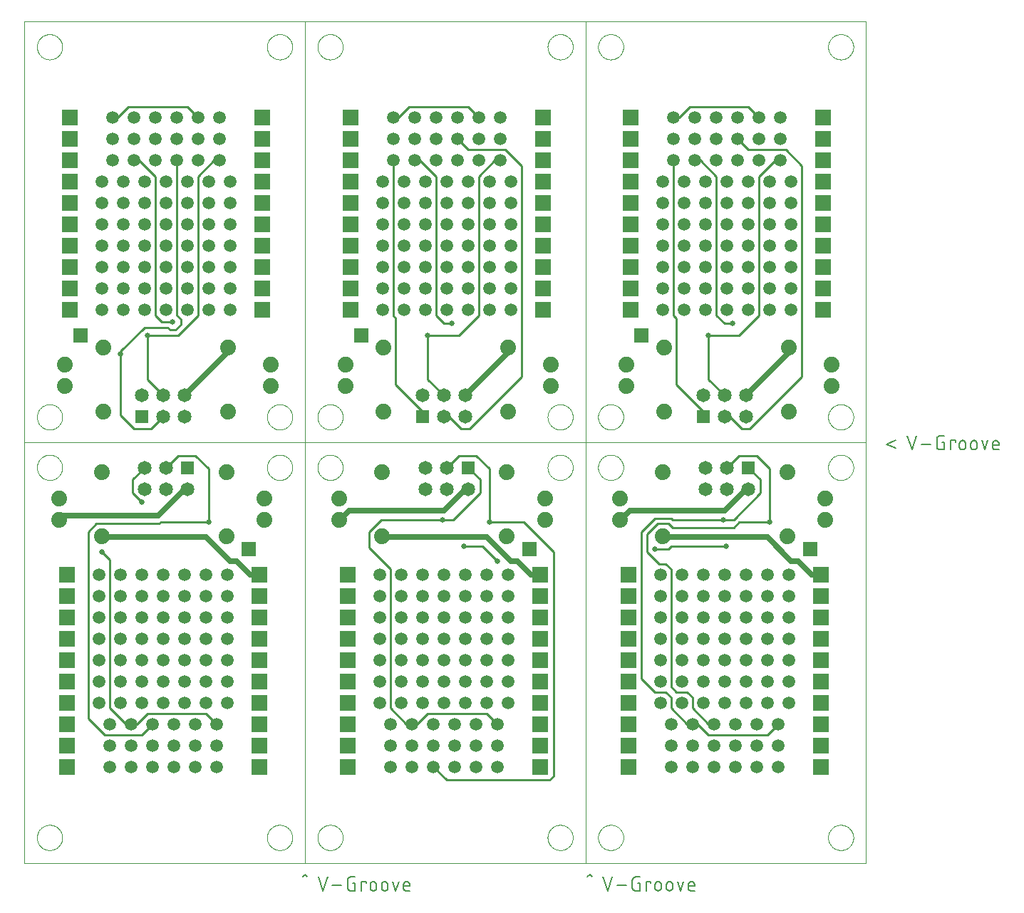
<source format=gbl>
G75*
%MOIN*%
%OFA0B0*%
%FSLAX25Y25*%
%IPPOS*%
%LPD*%
%AMOC8*
5,1,8,0,0,1.08239X$1,22.5*
%
%ADD10C,0.00600*%
%ADD11C,0.00004*%
%ADD12C,0.07400*%
%ADD13R,0.07087X0.07087*%
%ADD14R,0.07600X0.07600*%
%ADD15C,0.05937*%
%ADD16R,0.06496X0.06496*%
%ADD17C,0.06496*%
%ADD18C,0.02500*%
%ADD19C,0.01000*%
%ADD20C,0.02578*%
D10*
X0131172Y0015608D02*
X0132239Y0016674D01*
X0133305Y0015608D01*
X0138516Y0015430D02*
X0140649Y0009030D01*
X0142782Y0015430D01*
X0145080Y0011519D02*
X0149347Y0011519D01*
X0152205Y0010452D02*
X0152205Y0014008D01*
X0152207Y0014082D01*
X0152213Y0014157D01*
X0152223Y0014230D01*
X0152236Y0014304D01*
X0152253Y0014376D01*
X0152275Y0014447D01*
X0152299Y0014518D01*
X0152328Y0014586D01*
X0152360Y0014654D01*
X0152396Y0014719D01*
X0152434Y0014782D01*
X0152477Y0014844D01*
X0152522Y0014903D01*
X0152570Y0014959D01*
X0152621Y0015014D01*
X0152675Y0015065D01*
X0152732Y0015113D01*
X0152791Y0015158D01*
X0152853Y0015201D01*
X0152916Y0015239D01*
X0152981Y0015275D01*
X0153049Y0015307D01*
X0153117Y0015336D01*
X0153188Y0015360D01*
X0153259Y0015382D01*
X0153331Y0015399D01*
X0153405Y0015412D01*
X0153478Y0015422D01*
X0153553Y0015428D01*
X0153627Y0015430D01*
X0155761Y0015430D01*
X0155761Y0012586D02*
X0155761Y0009030D01*
X0153627Y0009030D01*
X0153553Y0009032D01*
X0153478Y0009038D01*
X0153405Y0009048D01*
X0153331Y0009061D01*
X0153259Y0009078D01*
X0153188Y0009100D01*
X0153117Y0009124D01*
X0153049Y0009153D01*
X0152981Y0009185D01*
X0152916Y0009221D01*
X0152853Y0009259D01*
X0152791Y0009302D01*
X0152732Y0009347D01*
X0152675Y0009395D01*
X0152621Y0009446D01*
X0152570Y0009500D01*
X0152522Y0009557D01*
X0152477Y0009616D01*
X0152434Y0009678D01*
X0152396Y0009741D01*
X0152360Y0009806D01*
X0152328Y0009874D01*
X0152299Y0009942D01*
X0152275Y0010013D01*
X0152253Y0010084D01*
X0152236Y0010156D01*
X0152223Y0010230D01*
X0152213Y0010303D01*
X0152207Y0010378D01*
X0152205Y0010452D01*
X0154694Y0012586D02*
X0155761Y0012586D01*
X0158748Y0013297D02*
X0160881Y0013297D01*
X0160881Y0012586D01*
X0162817Y0011874D02*
X0162817Y0010452D01*
X0162818Y0010452D02*
X0162820Y0010378D01*
X0162826Y0010303D01*
X0162836Y0010230D01*
X0162849Y0010156D01*
X0162866Y0010084D01*
X0162888Y0010013D01*
X0162912Y0009942D01*
X0162941Y0009874D01*
X0162973Y0009806D01*
X0163009Y0009741D01*
X0163047Y0009678D01*
X0163090Y0009616D01*
X0163135Y0009557D01*
X0163183Y0009500D01*
X0163234Y0009446D01*
X0163288Y0009395D01*
X0163345Y0009347D01*
X0163404Y0009302D01*
X0163466Y0009259D01*
X0163529Y0009221D01*
X0163594Y0009185D01*
X0163662Y0009153D01*
X0163730Y0009124D01*
X0163801Y0009100D01*
X0163872Y0009078D01*
X0163944Y0009061D01*
X0164018Y0009048D01*
X0164091Y0009038D01*
X0164166Y0009032D01*
X0164240Y0009030D01*
X0164314Y0009032D01*
X0164389Y0009038D01*
X0164462Y0009048D01*
X0164536Y0009061D01*
X0164608Y0009078D01*
X0164679Y0009100D01*
X0164750Y0009124D01*
X0164818Y0009153D01*
X0164886Y0009185D01*
X0164951Y0009221D01*
X0165014Y0009259D01*
X0165076Y0009302D01*
X0165135Y0009347D01*
X0165192Y0009395D01*
X0165246Y0009446D01*
X0165297Y0009500D01*
X0165345Y0009557D01*
X0165390Y0009616D01*
X0165433Y0009678D01*
X0165471Y0009741D01*
X0165507Y0009806D01*
X0165539Y0009874D01*
X0165568Y0009942D01*
X0165592Y0010013D01*
X0165614Y0010084D01*
X0165631Y0010156D01*
X0165644Y0010230D01*
X0165654Y0010303D01*
X0165660Y0010378D01*
X0165662Y0010452D01*
X0165662Y0011874D01*
X0165660Y0011948D01*
X0165654Y0012023D01*
X0165644Y0012096D01*
X0165631Y0012170D01*
X0165614Y0012242D01*
X0165592Y0012313D01*
X0165568Y0012384D01*
X0165539Y0012452D01*
X0165507Y0012520D01*
X0165471Y0012585D01*
X0165433Y0012648D01*
X0165390Y0012710D01*
X0165345Y0012769D01*
X0165297Y0012826D01*
X0165246Y0012880D01*
X0165192Y0012931D01*
X0165135Y0012979D01*
X0165076Y0013024D01*
X0165014Y0013067D01*
X0164951Y0013105D01*
X0164886Y0013141D01*
X0164818Y0013173D01*
X0164750Y0013202D01*
X0164679Y0013226D01*
X0164608Y0013248D01*
X0164536Y0013265D01*
X0164462Y0013278D01*
X0164389Y0013288D01*
X0164314Y0013294D01*
X0164240Y0013296D01*
X0164166Y0013294D01*
X0164091Y0013288D01*
X0164018Y0013278D01*
X0163944Y0013265D01*
X0163872Y0013248D01*
X0163801Y0013226D01*
X0163730Y0013202D01*
X0163662Y0013173D01*
X0163594Y0013141D01*
X0163529Y0013105D01*
X0163466Y0013067D01*
X0163404Y0013024D01*
X0163345Y0012979D01*
X0163288Y0012931D01*
X0163234Y0012880D01*
X0163183Y0012826D01*
X0163135Y0012769D01*
X0163090Y0012710D01*
X0163047Y0012648D01*
X0163009Y0012585D01*
X0162973Y0012520D01*
X0162941Y0012452D01*
X0162912Y0012384D01*
X0162888Y0012313D01*
X0162866Y0012242D01*
X0162849Y0012170D01*
X0162836Y0012096D01*
X0162826Y0012023D01*
X0162820Y0011948D01*
X0162818Y0011874D01*
X0158748Y0013297D02*
X0158748Y0009030D01*
X0168151Y0010452D02*
X0168151Y0011874D01*
X0168153Y0011948D01*
X0168159Y0012023D01*
X0168169Y0012096D01*
X0168182Y0012170D01*
X0168199Y0012242D01*
X0168221Y0012313D01*
X0168245Y0012384D01*
X0168274Y0012452D01*
X0168306Y0012520D01*
X0168342Y0012585D01*
X0168380Y0012648D01*
X0168423Y0012710D01*
X0168468Y0012769D01*
X0168516Y0012826D01*
X0168567Y0012880D01*
X0168621Y0012931D01*
X0168678Y0012979D01*
X0168737Y0013024D01*
X0168799Y0013067D01*
X0168862Y0013105D01*
X0168927Y0013141D01*
X0168995Y0013173D01*
X0169063Y0013202D01*
X0169134Y0013226D01*
X0169205Y0013248D01*
X0169277Y0013265D01*
X0169351Y0013278D01*
X0169424Y0013288D01*
X0169499Y0013294D01*
X0169573Y0013296D01*
X0169647Y0013294D01*
X0169722Y0013288D01*
X0169795Y0013278D01*
X0169869Y0013265D01*
X0169941Y0013248D01*
X0170012Y0013226D01*
X0170083Y0013202D01*
X0170151Y0013173D01*
X0170219Y0013141D01*
X0170284Y0013105D01*
X0170347Y0013067D01*
X0170409Y0013024D01*
X0170468Y0012979D01*
X0170525Y0012931D01*
X0170579Y0012880D01*
X0170630Y0012826D01*
X0170678Y0012769D01*
X0170723Y0012710D01*
X0170766Y0012648D01*
X0170804Y0012585D01*
X0170840Y0012520D01*
X0170872Y0012452D01*
X0170901Y0012384D01*
X0170925Y0012313D01*
X0170947Y0012242D01*
X0170964Y0012170D01*
X0170977Y0012096D01*
X0170987Y0012023D01*
X0170993Y0011948D01*
X0170995Y0011874D01*
X0170995Y0010452D01*
X0170993Y0010378D01*
X0170987Y0010303D01*
X0170977Y0010230D01*
X0170964Y0010156D01*
X0170947Y0010084D01*
X0170925Y0010013D01*
X0170901Y0009942D01*
X0170872Y0009874D01*
X0170840Y0009806D01*
X0170804Y0009741D01*
X0170766Y0009678D01*
X0170723Y0009616D01*
X0170678Y0009557D01*
X0170630Y0009500D01*
X0170579Y0009446D01*
X0170525Y0009395D01*
X0170468Y0009347D01*
X0170409Y0009302D01*
X0170347Y0009259D01*
X0170284Y0009221D01*
X0170219Y0009185D01*
X0170151Y0009153D01*
X0170083Y0009124D01*
X0170012Y0009100D01*
X0169941Y0009078D01*
X0169869Y0009061D01*
X0169795Y0009048D01*
X0169722Y0009038D01*
X0169647Y0009032D01*
X0169573Y0009030D01*
X0169499Y0009032D01*
X0169424Y0009038D01*
X0169351Y0009048D01*
X0169277Y0009061D01*
X0169205Y0009078D01*
X0169134Y0009100D01*
X0169063Y0009124D01*
X0168995Y0009153D01*
X0168927Y0009185D01*
X0168862Y0009221D01*
X0168799Y0009259D01*
X0168737Y0009302D01*
X0168678Y0009347D01*
X0168621Y0009395D01*
X0168567Y0009446D01*
X0168516Y0009500D01*
X0168468Y0009557D01*
X0168423Y0009616D01*
X0168380Y0009678D01*
X0168342Y0009741D01*
X0168306Y0009806D01*
X0168274Y0009874D01*
X0168245Y0009942D01*
X0168221Y0010013D01*
X0168199Y0010084D01*
X0168182Y0010156D01*
X0168169Y0010230D01*
X0168159Y0010303D01*
X0168153Y0010378D01*
X0168151Y0010452D01*
X0173279Y0013297D02*
X0174701Y0009030D01*
X0176124Y0013297D01*
X0178408Y0011874D02*
X0178408Y0010097D01*
X0178407Y0010097D02*
X0178409Y0010033D01*
X0178415Y0009968D01*
X0178424Y0009905D01*
X0178438Y0009842D01*
X0178455Y0009780D01*
X0178476Y0009719D01*
X0178501Y0009659D01*
X0178529Y0009601D01*
X0178561Y0009545D01*
X0178596Y0009491D01*
X0178634Y0009439D01*
X0178675Y0009389D01*
X0178720Y0009343D01*
X0178766Y0009298D01*
X0178816Y0009257D01*
X0178868Y0009219D01*
X0178922Y0009184D01*
X0178978Y0009152D01*
X0179036Y0009124D01*
X0179096Y0009099D01*
X0179157Y0009078D01*
X0179219Y0009061D01*
X0179282Y0009047D01*
X0179345Y0009038D01*
X0179410Y0009032D01*
X0179474Y0009030D01*
X0181252Y0009030D01*
X0181252Y0011163D02*
X0178408Y0011163D01*
X0178408Y0011874D02*
X0178410Y0011948D01*
X0178416Y0012023D01*
X0178426Y0012096D01*
X0178439Y0012170D01*
X0178456Y0012242D01*
X0178478Y0012313D01*
X0178502Y0012384D01*
X0178531Y0012452D01*
X0178563Y0012520D01*
X0178599Y0012585D01*
X0178637Y0012648D01*
X0178680Y0012710D01*
X0178725Y0012769D01*
X0178773Y0012826D01*
X0178824Y0012880D01*
X0178878Y0012931D01*
X0178935Y0012979D01*
X0178994Y0013024D01*
X0179056Y0013067D01*
X0179119Y0013105D01*
X0179184Y0013141D01*
X0179252Y0013173D01*
X0179320Y0013202D01*
X0179391Y0013226D01*
X0179462Y0013248D01*
X0179534Y0013265D01*
X0179608Y0013278D01*
X0179681Y0013288D01*
X0179756Y0013294D01*
X0179830Y0013296D01*
X0179904Y0013294D01*
X0179979Y0013288D01*
X0180052Y0013278D01*
X0180126Y0013265D01*
X0180198Y0013248D01*
X0180269Y0013226D01*
X0180340Y0013202D01*
X0180408Y0013173D01*
X0180476Y0013141D01*
X0180541Y0013105D01*
X0180604Y0013067D01*
X0180666Y0013024D01*
X0180725Y0012979D01*
X0180782Y0012931D01*
X0180836Y0012880D01*
X0180887Y0012826D01*
X0180935Y0012769D01*
X0180980Y0012710D01*
X0181023Y0012648D01*
X0181061Y0012585D01*
X0181097Y0012520D01*
X0181129Y0012452D01*
X0181158Y0012384D01*
X0181182Y0012313D01*
X0181204Y0012242D01*
X0181221Y0012170D01*
X0181234Y0012096D01*
X0181244Y0012023D01*
X0181250Y0011948D01*
X0181252Y0011874D01*
X0181252Y0011163D01*
X0264372Y0015608D02*
X0265439Y0016674D01*
X0266505Y0015608D01*
X0271716Y0015430D02*
X0273849Y0009030D01*
X0275982Y0015430D01*
X0278280Y0011519D02*
X0282547Y0011519D01*
X0285405Y0010452D02*
X0285405Y0014008D01*
X0285407Y0014082D01*
X0285413Y0014157D01*
X0285423Y0014230D01*
X0285436Y0014304D01*
X0285453Y0014376D01*
X0285475Y0014447D01*
X0285499Y0014518D01*
X0285528Y0014586D01*
X0285560Y0014654D01*
X0285596Y0014719D01*
X0285634Y0014782D01*
X0285677Y0014844D01*
X0285722Y0014903D01*
X0285770Y0014959D01*
X0285821Y0015014D01*
X0285875Y0015065D01*
X0285932Y0015113D01*
X0285991Y0015158D01*
X0286053Y0015201D01*
X0286116Y0015239D01*
X0286181Y0015275D01*
X0286249Y0015307D01*
X0286317Y0015336D01*
X0286388Y0015360D01*
X0286459Y0015382D01*
X0286531Y0015399D01*
X0286605Y0015412D01*
X0286678Y0015422D01*
X0286753Y0015428D01*
X0286827Y0015430D01*
X0288961Y0015430D01*
X0288961Y0012586D02*
X0288961Y0009030D01*
X0286827Y0009030D01*
X0286753Y0009032D01*
X0286678Y0009038D01*
X0286605Y0009048D01*
X0286531Y0009061D01*
X0286459Y0009078D01*
X0286388Y0009100D01*
X0286317Y0009124D01*
X0286249Y0009153D01*
X0286181Y0009185D01*
X0286116Y0009221D01*
X0286053Y0009259D01*
X0285991Y0009302D01*
X0285932Y0009347D01*
X0285875Y0009395D01*
X0285821Y0009446D01*
X0285770Y0009500D01*
X0285722Y0009557D01*
X0285677Y0009616D01*
X0285634Y0009678D01*
X0285596Y0009741D01*
X0285560Y0009806D01*
X0285528Y0009874D01*
X0285499Y0009942D01*
X0285475Y0010013D01*
X0285453Y0010084D01*
X0285436Y0010156D01*
X0285423Y0010230D01*
X0285413Y0010303D01*
X0285407Y0010378D01*
X0285405Y0010452D01*
X0287894Y0012586D02*
X0288961Y0012586D01*
X0291948Y0013297D02*
X0294081Y0013297D01*
X0294081Y0012586D01*
X0296017Y0011874D02*
X0296017Y0010452D01*
X0296018Y0010452D02*
X0296020Y0010378D01*
X0296026Y0010303D01*
X0296036Y0010230D01*
X0296049Y0010156D01*
X0296066Y0010084D01*
X0296088Y0010013D01*
X0296112Y0009942D01*
X0296141Y0009874D01*
X0296173Y0009806D01*
X0296209Y0009741D01*
X0296247Y0009678D01*
X0296290Y0009616D01*
X0296335Y0009557D01*
X0296383Y0009500D01*
X0296434Y0009446D01*
X0296488Y0009395D01*
X0296545Y0009347D01*
X0296604Y0009302D01*
X0296666Y0009259D01*
X0296729Y0009221D01*
X0296794Y0009185D01*
X0296862Y0009153D01*
X0296930Y0009124D01*
X0297001Y0009100D01*
X0297072Y0009078D01*
X0297144Y0009061D01*
X0297218Y0009048D01*
X0297291Y0009038D01*
X0297366Y0009032D01*
X0297440Y0009030D01*
X0297514Y0009032D01*
X0297589Y0009038D01*
X0297662Y0009048D01*
X0297736Y0009061D01*
X0297808Y0009078D01*
X0297879Y0009100D01*
X0297950Y0009124D01*
X0298018Y0009153D01*
X0298086Y0009185D01*
X0298151Y0009221D01*
X0298214Y0009259D01*
X0298276Y0009302D01*
X0298335Y0009347D01*
X0298392Y0009395D01*
X0298446Y0009446D01*
X0298497Y0009500D01*
X0298545Y0009557D01*
X0298590Y0009616D01*
X0298633Y0009678D01*
X0298671Y0009741D01*
X0298707Y0009806D01*
X0298739Y0009874D01*
X0298768Y0009942D01*
X0298792Y0010013D01*
X0298814Y0010084D01*
X0298831Y0010156D01*
X0298844Y0010230D01*
X0298854Y0010303D01*
X0298860Y0010378D01*
X0298862Y0010452D01*
X0298862Y0011874D01*
X0298860Y0011948D01*
X0298854Y0012023D01*
X0298844Y0012096D01*
X0298831Y0012170D01*
X0298814Y0012242D01*
X0298792Y0012313D01*
X0298768Y0012384D01*
X0298739Y0012452D01*
X0298707Y0012520D01*
X0298671Y0012585D01*
X0298633Y0012648D01*
X0298590Y0012710D01*
X0298545Y0012769D01*
X0298497Y0012826D01*
X0298446Y0012880D01*
X0298392Y0012931D01*
X0298335Y0012979D01*
X0298276Y0013024D01*
X0298214Y0013067D01*
X0298151Y0013105D01*
X0298086Y0013141D01*
X0298018Y0013173D01*
X0297950Y0013202D01*
X0297879Y0013226D01*
X0297808Y0013248D01*
X0297736Y0013265D01*
X0297662Y0013278D01*
X0297589Y0013288D01*
X0297514Y0013294D01*
X0297440Y0013296D01*
X0297366Y0013294D01*
X0297291Y0013288D01*
X0297218Y0013278D01*
X0297144Y0013265D01*
X0297072Y0013248D01*
X0297001Y0013226D01*
X0296930Y0013202D01*
X0296862Y0013173D01*
X0296794Y0013141D01*
X0296729Y0013105D01*
X0296666Y0013067D01*
X0296604Y0013024D01*
X0296545Y0012979D01*
X0296488Y0012931D01*
X0296434Y0012880D01*
X0296383Y0012826D01*
X0296335Y0012769D01*
X0296290Y0012710D01*
X0296247Y0012648D01*
X0296209Y0012585D01*
X0296173Y0012520D01*
X0296141Y0012452D01*
X0296112Y0012384D01*
X0296088Y0012313D01*
X0296066Y0012242D01*
X0296049Y0012170D01*
X0296036Y0012096D01*
X0296026Y0012023D01*
X0296020Y0011948D01*
X0296018Y0011874D01*
X0291948Y0013297D02*
X0291948Y0009030D01*
X0301351Y0010452D02*
X0301351Y0011874D01*
X0301353Y0011948D01*
X0301359Y0012023D01*
X0301369Y0012096D01*
X0301382Y0012170D01*
X0301399Y0012242D01*
X0301421Y0012313D01*
X0301445Y0012384D01*
X0301474Y0012452D01*
X0301506Y0012520D01*
X0301542Y0012585D01*
X0301580Y0012648D01*
X0301623Y0012710D01*
X0301668Y0012769D01*
X0301716Y0012826D01*
X0301767Y0012880D01*
X0301821Y0012931D01*
X0301878Y0012979D01*
X0301937Y0013024D01*
X0301999Y0013067D01*
X0302062Y0013105D01*
X0302127Y0013141D01*
X0302195Y0013173D01*
X0302263Y0013202D01*
X0302334Y0013226D01*
X0302405Y0013248D01*
X0302477Y0013265D01*
X0302551Y0013278D01*
X0302624Y0013288D01*
X0302699Y0013294D01*
X0302773Y0013296D01*
X0302847Y0013294D01*
X0302922Y0013288D01*
X0302995Y0013278D01*
X0303069Y0013265D01*
X0303141Y0013248D01*
X0303212Y0013226D01*
X0303283Y0013202D01*
X0303351Y0013173D01*
X0303419Y0013141D01*
X0303484Y0013105D01*
X0303547Y0013067D01*
X0303609Y0013024D01*
X0303668Y0012979D01*
X0303725Y0012931D01*
X0303779Y0012880D01*
X0303830Y0012826D01*
X0303878Y0012769D01*
X0303923Y0012710D01*
X0303966Y0012648D01*
X0304004Y0012585D01*
X0304040Y0012520D01*
X0304072Y0012452D01*
X0304101Y0012384D01*
X0304125Y0012313D01*
X0304147Y0012242D01*
X0304164Y0012170D01*
X0304177Y0012096D01*
X0304187Y0012023D01*
X0304193Y0011948D01*
X0304195Y0011874D01*
X0304195Y0010452D01*
X0304193Y0010378D01*
X0304187Y0010303D01*
X0304177Y0010230D01*
X0304164Y0010156D01*
X0304147Y0010084D01*
X0304125Y0010013D01*
X0304101Y0009942D01*
X0304072Y0009874D01*
X0304040Y0009806D01*
X0304004Y0009741D01*
X0303966Y0009678D01*
X0303923Y0009616D01*
X0303878Y0009557D01*
X0303830Y0009500D01*
X0303779Y0009446D01*
X0303725Y0009395D01*
X0303668Y0009347D01*
X0303609Y0009302D01*
X0303547Y0009259D01*
X0303484Y0009221D01*
X0303419Y0009185D01*
X0303351Y0009153D01*
X0303283Y0009124D01*
X0303212Y0009100D01*
X0303141Y0009078D01*
X0303069Y0009061D01*
X0302995Y0009048D01*
X0302922Y0009038D01*
X0302847Y0009032D01*
X0302773Y0009030D01*
X0302699Y0009032D01*
X0302624Y0009038D01*
X0302551Y0009048D01*
X0302477Y0009061D01*
X0302405Y0009078D01*
X0302334Y0009100D01*
X0302263Y0009124D01*
X0302195Y0009153D01*
X0302127Y0009185D01*
X0302062Y0009221D01*
X0301999Y0009259D01*
X0301937Y0009302D01*
X0301878Y0009347D01*
X0301821Y0009395D01*
X0301767Y0009446D01*
X0301716Y0009500D01*
X0301668Y0009557D01*
X0301623Y0009616D01*
X0301580Y0009678D01*
X0301542Y0009741D01*
X0301506Y0009806D01*
X0301474Y0009874D01*
X0301445Y0009942D01*
X0301421Y0010013D01*
X0301399Y0010084D01*
X0301382Y0010156D01*
X0301369Y0010230D01*
X0301359Y0010303D01*
X0301353Y0010378D01*
X0301351Y0010452D01*
X0306479Y0013297D02*
X0307901Y0009030D01*
X0309324Y0013297D01*
X0311608Y0011874D02*
X0311608Y0010097D01*
X0311607Y0010097D02*
X0311609Y0010033D01*
X0311615Y0009968D01*
X0311624Y0009905D01*
X0311638Y0009842D01*
X0311655Y0009780D01*
X0311676Y0009719D01*
X0311701Y0009659D01*
X0311729Y0009601D01*
X0311761Y0009545D01*
X0311796Y0009491D01*
X0311834Y0009439D01*
X0311875Y0009389D01*
X0311920Y0009343D01*
X0311966Y0009298D01*
X0312016Y0009257D01*
X0312068Y0009219D01*
X0312122Y0009184D01*
X0312178Y0009152D01*
X0312236Y0009124D01*
X0312296Y0009099D01*
X0312357Y0009078D01*
X0312419Y0009061D01*
X0312482Y0009047D01*
X0312545Y0009038D01*
X0312610Y0009032D01*
X0312674Y0009030D01*
X0314452Y0009030D01*
X0314452Y0011163D02*
X0311608Y0011163D01*
X0311608Y0011874D02*
X0311610Y0011948D01*
X0311616Y0012023D01*
X0311626Y0012096D01*
X0311639Y0012170D01*
X0311656Y0012242D01*
X0311678Y0012313D01*
X0311702Y0012384D01*
X0311731Y0012452D01*
X0311763Y0012520D01*
X0311799Y0012585D01*
X0311837Y0012648D01*
X0311880Y0012710D01*
X0311925Y0012769D01*
X0311973Y0012826D01*
X0312024Y0012880D01*
X0312078Y0012931D01*
X0312135Y0012979D01*
X0312194Y0013024D01*
X0312256Y0013067D01*
X0312319Y0013105D01*
X0312384Y0013141D01*
X0312452Y0013173D01*
X0312520Y0013202D01*
X0312591Y0013226D01*
X0312662Y0013248D01*
X0312734Y0013265D01*
X0312808Y0013278D01*
X0312881Y0013288D01*
X0312956Y0013294D01*
X0313030Y0013296D01*
X0313104Y0013294D01*
X0313179Y0013288D01*
X0313252Y0013278D01*
X0313326Y0013265D01*
X0313398Y0013248D01*
X0313469Y0013226D01*
X0313540Y0013202D01*
X0313608Y0013173D01*
X0313676Y0013141D01*
X0313741Y0013105D01*
X0313804Y0013067D01*
X0313866Y0013024D01*
X0313925Y0012979D01*
X0313982Y0012931D01*
X0314036Y0012880D01*
X0314087Y0012826D01*
X0314135Y0012769D01*
X0314180Y0012710D01*
X0314223Y0012648D01*
X0314261Y0012585D01*
X0314297Y0012520D01*
X0314329Y0012452D01*
X0314358Y0012384D01*
X0314382Y0012313D01*
X0314404Y0012242D01*
X0314421Y0012170D01*
X0314434Y0012096D01*
X0314444Y0012023D01*
X0314450Y0011948D01*
X0314452Y0011874D01*
X0314452Y0011163D01*
X0404232Y0217979D02*
X0408499Y0216201D01*
X0408499Y0219757D02*
X0404232Y0217979D01*
X0414078Y0221890D02*
X0416212Y0215490D01*
X0418345Y0221890D01*
X0420643Y0217979D02*
X0424909Y0217979D01*
X0427768Y0216912D02*
X0427768Y0220468D01*
X0427770Y0220542D01*
X0427776Y0220617D01*
X0427786Y0220690D01*
X0427799Y0220764D01*
X0427816Y0220836D01*
X0427838Y0220907D01*
X0427862Y0220978D01*
X0427891Y0221046D01*
X0427923Y0221114D01*
X0427959Y0221179D01*
X0427997Y0221242D01*
X0428040Y0221304D01*
X0428085Y0221363D01*
X0428133Y0221419D01*
X0428184Y0221474D01*
X0428238Y0221525D01*
X0428295Y0221573D01*
X0428354Y0221618D01*
X0428416Y0221661D01*
X0428479Y0221699D01*
X0428544Y0221735D01*
X0428612Y0221767D01*
X0428680Y0221796D01*
X0428751Y0221820D01*
X0428822Y0221842D01*
X0428894Y0221859D01*
X0428968Y0221872D01*
X0429041Y0221882D01*
X0429116Y0221888D01*
X0429190Y0221890D01*
X0431323Y0221890D01*
X0431323Y0219046D02*
X0431323Y0215490D01*
X0429190Y0215490D01*
X0429116Y0215492D01*
X0429041Y0215498D01*
X0428968Y0215508D01*
X0428894Y0215521D01*
X0428822Y0215538D01*
X0428751Y0215560D01*
X0428680Y0215584D01*
X0428612Y0215613D01*
X0428544Y0215645D01*
X0428479Y0215681D01*
X0428416Y0215719D01*
X0428354Y0215762D01*
X0428295Y0215807D01*
X0428238Y0215855D01*
X0428184Y0215906D01*
X0428133Y0215960D01*
X0428085Y0216017D01*
X0428040Y0216076D01*
X0427997Y0216138D01*
X0427959Y0216201D01*
X0427923Y0216266D01*
X0427891Y0216334D01*
X0427862Y0216402D01*
X0427838Y0216473D01*
X0427816Y0216544D01*
X0427799Y0216616D01*
X0427786Y0216690D01*
X0427776Y0216763D01*
X0427770Y0216838D01*
X0427768Y0216912D01*
X0430257Y0219046D02*
X0431323Y0219046D01*
X0434311Y0219757D02*
X0434311Y0215490D01*
X0436444Y0219046D02*
X0436444Y0219757D01*
X0434311Y0219757D01*
X0438380Y0218334D02*
X0438380Y0216912D01*
X0438382Y0216838D01*
X0438388Y0216763D01*
X0438398Y0216690D01*
X0438411Y0216616D01*
X0438428Y0216544D01*
X0438450Y0216473D01*
X0438474Y0216402D01*
X0438503Y0216334D01*
X0438535Y0216266D01*
X0438571Y0216201D01*
X0438609Y0216138D01*
X0438652Y0216076D01*
X0438697Y0216017D01*
X0438745Y0215960D01*
X0438796Y0215906D01*
X0438850Y0215855D01*
X0438907Y0215807D01*
X0438966Y0215762D01*
X0439028Y0215719D01*
X0439091Y0215681D01*
X0439156Y0215645D01*
X0439224Y0215613D01*
X0439292Y0215584D01*
X0439363Y0215560D01*
X0439434Y0215538D01*
X0439506Y0215521D01*
X0439580Y0215508D01*
X0439653Y0215498D01*
X0439728Y0215492D01*
X0439802Y0215490D01*
X0439876Y0215492D01*
X0439951Y0215498D01*
X0440024Y0215508D01*
X0440098Y0215521D01*
X0440170Y0215538D01*
X0440241Y0215560D01*
X0440312Y0215584D01*
X0440380Y0215613D01*
X0440448Y0215645D01*
X0440513Y0215681D01*
X0440576Y0215719D01*
X0440638Y0215762D01*
X0440697Y0215807D01*
X0440754Y0215855D01*
X0440808Y0215906D01*
X0440859Y0215960D01*
X0440907Y0216017D01*
X0440952Y0216076D01*
X0440995Y0216138D01*
X0441033Y0216201D01*
X0441069Y0216266D01*
X0441101Y0216334D01*
X0441130Y0216402D01*
X0441154Y0216473D01*
X0441176Y0216544D01*
X0441193Y0216616D01*
X0441206Y0216690D01*
X0441216Y0216763D01*
X0441222Y0216838D01*
X0441224Y0216912D01*
X0441224Y0218334D01*
X0441222Y0218408D01*
X0441216Y0218483D01*
X0441206Y0218556D01*
X0441193Y0218630D01*
X0441176Y0218702D01*
X0441154Y0218773D01*
X0441130Y0218844D01*
X0441101Y0218912D01*
X0441069Y0218980D01*
X0441033Y0219045D01*
X0440995Y0219108D01*
X0440952Y0219170D01*
X0440907Y0219229D01*
X0440859Y0219286D01*
X0440808Y0219340D01*
X0440754Y0219391D01*
X0440697Y0219439D01*
X0440638Y0219484D01*
X0440576Y0219527D01*
X0440513Y0219565D01*
X0440448Y0219601D01*
X0440380Y0219633D01*
X0440312Y0219662D01*
X0440241Y0219686D01*
X0440170Y0219708D01*
X0440098Y0219725D01*
X0440024Y0219738D01*
X0439951Y0219748D01*
X0439876Y0219754D01*
X0439802Y0219756D01*
X0439728Y0219754D01*
X0439653Y0219748D01*
X0439580Y0219738D01*
X0439506Y0219725D01*
X0439434Y0219708D01*
X0439363Y0219686D01*
X0439292Y0219662D01*
X0439224Y0219633D01*
X0439156Y0219601D01*
X0439091Y0219565D01*
X0439028Y0219527D01*
X0438966Y0219484D01*
X0438907Y0219439D01*
X0438850Y0219391D01*
X0438796Y0219340D01*
X0438745Y0219286D01*
X0438697Y0219229D01*
X0438652Y0219170D01*
X0438609Y0219108D01*
X0438571Y0219045D01*
X0438535Y0218980D01*
X0438503Y0218912D01*
X0438474Y0218844D01*
X0438450Y0218773D01*
X0438428Y0218702D01*
X0438411Y0218630D01*
X0438398Y0218556D01*
X0438388Y0218483D01*
X0438382Y0218408D01*
X0438380Y0218334D01*
X0443713Y0218334D02*
X0443713Y0216912D01*
X0443714Y0216912D02*
X0443716Y0216838D01*
X0443722Y0216763D01*
X0443732Y0216690D01*
X0443745Y0216616D01*
X0443762Y0216544D01*
X0443784Y0216473D01*
X0443808Y0216402D01*
X0443837Y0216334D01*
X0443869Y0216266D01*
X0443905Y0216201D01*
X0443943Y0216138D01*
X0443986Y0216076D01*
X0444031Y0216017D01*
X0444079Y0215960D01*
X0444130Y0215906D01*
X0444184Y0215855D01*
X0444241Y0215807D01*
X0444300Y0215762D01*
X0444362Y0215719D01*
X0444425Y0215681D01*
X0444490Y0215645D01*
X0444558Y0215613D01*
X0444626Y0215584D01*
X0444697Y0215560D01*
X0444768Y0215538D01*
X0444840Y0215521D01*
X0444914Y0215508D01*
X0444987Y0215498D01*
X0445062Y0215492D01*
X0445136Y0215490D01*
X0445210Y0215492D01*
X0445285Y0215498D01*
X0445358Y0215508D01*
X0445432Y0215521D01*
X0445504Y0215538D01*
X0445575Y0215560D01*
X0445646Y0215584D01*
X0445714Y0215613D01*
X0445782Y0215645D01*
X0445847Y0215681D01*
X0445910Y0215719D01*
X0445972Y0215762D01*
X0446031Y0215807D01*
X0446088Y0215855D01*
X0446142Y0215906D01*
X0446193Y0215960D01*
X0446241Y0216017D01*
X0446286Y0216076D01*
X0446329Y0216138D01*
X0446367Y0216201D01*
X0446403Y0216266D01*
X0446435Y0216334D01*
X0446464Y0216402D01*
X0446488Y0216473D01*
X0446510Y0216544D01*
X0446527Y0216616D01*
X0446540Y0216690D01*
X0446550Y0216763D01*
X0446556Y0216838D01*
X0446558Y0216912D01*
X0446558Y0218334D01*
X0446556Y0218408D01*
X0446550Y0218483D01*
X0446540Y0218556D01*
X0446527Y0218630D01*
X0446510Y0218702D01*
X0446488Y0218773D01*
X0446464Y0218844D01*
X0446435Y0218912D01*
X0446403Y0218980D01*
X0446367Y0219045D01*
X0446329Y0219108D01*
X0446286Y0219170D01*
X0446241Y0219229D01*
X0446193Y0219286D01*
X0446142Y0219340D01*
X0446088Y0219391D01*
X0446031Y0219439D01*
X0445972Y0219484D01*
X0445910Y0219527D01*
X0445847Y0219565D01*
X0445782Y0219601D01*
X0445714Y0219633D01*
X0445646Y0219662D01*
X0445575Y0219686D01*
X0445504Y0219708D01*
X0445432Y0219725D01*
X0445358Y0219738D01*
X0445285Y0219748D01*
X0445210Y0219754D01*
X0445136Y0219756D01*
X0445062Y0219754D01*
X0444987Y0219748D01*
X0444914Y0219738D01*
X0444840Y0219725D01*
X0444768Y0219708D01*
X0444697Y0219686D01*
X0444626Y0219662D01*
X0444558Y0219633D01*
X0444490Y0219601D01*
X0444425Y0219565D01*
X0444362Y0219527D01*
X0444300Y0219484D01*
X0444241Y0219439D01*
X0444184Y0219391D01*
X0444130Y0219340D01*
X0444079Y0219286D01*
X0444031Y0219229D01*
X0443986Y0219170D01*
X0443943Y0219108D01*
X0443905Y0219045D01*
X0443869Y0218980D01*
X0443837Y0218912D01*
X0443808Y0218844D01*
X0443784Y0218773D01*
X0443762Y0218702D01*
X0443745Y0218630D01*
X0443732Y0218556D01*
X0443722Y0218483D01*
X0443716Y0218408D01*
X0443714Y0218334D01*
X0448842Y0219757D02*
X0450264Y0215490D01*
X0451686Y0219757D01*
X0453970Y0218334D02*
X0453970Y0216557D01*
X0453970Y0217623D02*
X0456815Y0217623D01*
X0456815Y0218334D01*
X0456814Y0218334D02*
X0456812Y0218408D01*
X0456806Y0218483D01*
X0456796Y0218556D01*
X0456783Y0218630D01*
X0456766Y0218702D01*
X0456744Y0218773D01*
X0456720Y0218844D01*
X0456691Y0218912D01*
X0456659Y0218980D01*
X0456623Y0219045D01*
X0456585Y0219108D01*
X0456542Y0219170D01*
X0456497Y0219229D01*
X0456449Y0219286D01*
X0456398Y0219340D01*
X0456344Y0219391D01*
X0456287Y0219439D01*
X0456228Y0219484D01*
X0456166Y0219527D01*
X0456103Y0219565D01*
X0456038Y0219601D01*
X0455970Y0219633D01*
X0455902Y0219662D01*
X0455831Y0219686D01*
X0455760Y0219708D01*
X0455688Y0219725D01*
X0455614Y0219738D01*
X0455541Y0219748D01*
X0455466Y0219754D01*
X0455392Y0219756D01*
X0455318Y0219754D01*
X0455243Y0219748D01*
X0455170Y0219738D01*
X0455096Y0219725D01*
X0455024Y0219708D01*
X0454953Y0219686D01*
X0454882Y0219662D01*
X0454814Y0219633D01*
X0454746Y0219601D01*
X0454681Y0219565D01*
X0454618Y0219527D01*
X0454556Y0219484D01*
X0454497Y0219439D01*
X0454440Y0219391D01*
X0454386Y0219340D01*
X0454335Y0219286D01*
X0454287Y0219229D01*
X0454242Y0219170D01*
X0454199Y0219108D01*
X0454161Y0219045D01*
X0454125Y0218980D01*
X0454093Y0218912D01*
X0454064Y0218844D01*
X0454040Y0218773D01*
X0454018Y0218702D01*
X0454001Y0218630D01*
X0453988Y0218556D01*
X0453978Y0218483D01*
X0453972Y0218408D01*
X0453970Y0218334D01*
X0453970Y0216557D02*
X0453972Y0216493D01*
X0453978Y0216428D01*
X0453987Y0216365D01*
X0454001Y0216302D01*
X0454018Y0216240D01*
X0454039Y0216179D01*
X0454064Y0216119D01*
X0454092Y0216061D01*
X0454124Y0216005D01*
X0454159Y0215951D01*
X0454197Y0215899D01*
X0454238Y0215849D01*
X0454283Y0215803D01*
X0454329Y0215758D01*
X0454379Y0215717D01*
X0454431Y0215679D01*
X0454485Y0215644D01*
X0454541Y0215612D01*
X0454599Y0215584D01*
X0454659Y0215559D01*
X0454720Y0215538D01*
X0454782Y0215521D01*
X0454845Y0215507D01*
X0454908Y0215498D01*
X0454973Y0215492D01*
X0455037Y0215490D01*
X0456815Y0215490D01*
D11*
X0394703Y0022050D02*
X0001002Y0022050D01*
X0001002Y0415751D01*
X0394703Y0415751D01*
X0394703Y0022050D01*
X0387086Y0029703D02*
X0386939Y0029560D01*
X0386787Y0029422D01*
X0386631Y0029290D01*
X0386470Y0029163D01*
X0386305Y0029042D01*
X0386135Y0028926D01*
X0385962Y0028816D01*
X0385785Y0028713D01*
X0385605Y0028616D01*
X0385421Y0028525D01*
X0385234Y0028440D01*
X0385045Y0028362D01*
X0384853Y0028291D01*
X0384658Y0028226D01*
X0384461Y0028168D01*
X0384263Y0028117D01*
X0384063Y0028073D01*
X0383861Y0028036D01*
X0383658Y0028005D01*
X0383455Y0027982D01*
X0383250Y0027966D01*
X0383045Y0027958D01*
X0382840Y0027956D01*
X0382636Y0027961D01*
X0382431Y0027973D01*
X0382227Y0027993D01*
X0382024Y0028020D01*
X0381821Y0028053D01*
X0381621Y0028094D01*
X0381421Y0028142D01*
X0381223Y0028196D01*
X0381028Y0028257D01*
X0380835Y0028325D01*
X0380644Y0028400D01*
X0380455Y0028481D01*
X0380270Y0028569D01*
X0380088Y0028663D01*
X0379909Y0028764D01*
X0379734Y0028870D01*
X0379563Y0028983D01*
X0379396Y0029102D01*
X0379233Y0029226D01*
X0379074Y0029356D01*
X0378920Y0029491D01*
X0378771Y0029631D01*
X0378626Y0029777D01*
X0378487Y0029927D01*
X0378353Y0030083D01*
X0378225Y0030242D01*
X0378102Y0030406D01*
X0377985Y0030575D01*
X0377874Y0030747D01*
X0377769Y0030923D01*
X0377670Y0031103D01*
X0377577Y0031286D01*
X0377491Y0031472D01*
X0377412Y0031660D01*
X0377338Y0031852D01*
X0377272Y0032046D01*
X0377212Y0032242D01*
X0377160Y0032440D01*
X0377114Y0032640D01*
X0377075Y0032841D01*
X0377043Y0033044D01*
X0377018Y0033247D01*
X0377000Y0033451D01*
X0376990Y0033656D01*
X0376986Y0033861D01*
X0376990Y0034066D01*
X0377000Y0034271D01*
X0377018Y0034475D01*
X0377043Y0034678D01*
X0377075Y0034881D01*
X0377114Y0035082D01*
X0377160Y0035282D01*
X0377212Y0035480D01*
X0377272Y0035676D01*
X0377338Y0035870D01*
X0377412Y0036062D01*
X0377491Y0036251D01*
X0377577Y0036436D01*
X0377670Y0036619D01*
X0377769Y0036799D01*
X0377874Y0036975D01*
X0377985Y0037147D01*
X0378102Y0037316D01*
X0378225Y0037480D01*
X0378353Y0037640D01*
X0378487Y0037795D01*
X0378626Y0037945D01*
X0378771Y0038091D01*
X0378920Y0038231D01*
X0379074Y0038367D01*
X0379233Y0038496D01*
X0379396Y0038621D01*
X0379563Y0038739D01*
X0379734Y0038852D01*
X0379909Y0038958D01*
X0380088Y0039059D01*
X0380270Y0039153D01*
X0380455Y0039241D01*
X0380644Y0039322D01*
X0380835Y0039397D01*
X0381028Y0039465D01*
X0381223Y0039526D01*
X0381421Y0039581D01*
X0381621Y0039628D01*
X0381821Y0039669D01*
X0382024Y0039702D01*
X0382227Y0039729D01*
X0382431Y0039749D01*
X0382636Y0039761D01*
X0382840Y0039766D01*
X0383045Y0039765D01*
X0383250Y0039756D01*
X0383455Y0039740D01*
X0383658Y0039717D01*
X0383861Y0039686D01*
X0384063Y0039649D01*
X0384263Y0039605D01*
X0384461Y0039554D01*
X0384658Y0039496D01*
X0384853Y0039431D01*
X0385045Y0039360D01*
X0385234Y0039282D01*
X0385421Y0039197D01*
X0385605Y0039106D01*
X0385785Y0039009D01*
X0385962Y0038906D01*
X0386135Y0038796D01*
X0386305Y0038681D01*
X0386470Y0038559D01*
X0386631Y0038432D01*
X0386787Y0038300D01*
X0386939Y0038162D01*
X0387086Y0038019D01*
X0387227Y0037871D01*
X0387364Y0037718D01*
X0387495Y0037560D01*
X0387621Y0037398D01*
X0387741Y0037232D01*
X0387855Y0037062D01*
X0387963Y0036887D01*
X0388065Y0036710D01*
X0388161Y0036528D01*
X0388250Y0036344D01*
X0388333Y0036156D01*
X0388409Y0035966D01*
X0388479Y0035773D01*
X0388542Y0035578D01*
X0388598Y0035381D01*
X0388648Y0035182D01*
X0388690Y0034982D01*
X0388725Y0034780D01*
X0388754Y0034577D01*
X0388775Y0034373D01*
X0388789Y0034168D01*
X0388796Y0033964D01*
X0388796Y0033759D01*
X0388789Y0033554D01*
X0388775Y0033349D01*
X0388754Y0033145D01*
X0388725Y0032942D01*
X0388690Y0032740D01*
X0388648Y0032540D01*
X0388598Y0032341D01*
X0388542Y0032144D01*
X0388479Y0031949D01*
X0388409Y0031756D01*
X0388333Y0031566D01*
X0388250Y0031378D01*
X0388161Y0031194D01*
X0388065Y0031012D01*
X0387963Y0030835D01*
X0387855Y0030660D01*
X0387741Y0030490D01*
X0387621Y0030324D01*
X0387495Y0030162D01*
X0387364Y0030004D01*
X0387227Y0029851D01*
X0387086Y0029703D01*
X0281182Y0033656D02*
X0281186Y0033861D01*
X0281182Y0034066D01*
X0281171Y0034271D01*
X0281154Y0034475D01*
X0281129Y0034678D01*
X0281097Y0034881D01*
X0281058Y0035082D01*
X0281012Y0035282D01*
X0280959Y0035480D01*
X0280900Y0035676D01*
X0280833Y0035870D01*
X0280760Y0036062D01*
X0280681Y0036251D01*
X0280594Y0036436D01*
X0280502Y0036619D01*
X0280403Y0036799D01*
X0280298Y0036975D01*
X0280187Y0037147D01*
X0280070Y0037316D01*
X0279947Y0037480D01*
X0279819Y0037640D01*
X0279685Y0037795D01*
X0279546Y0037945D01*
X0279401Y0038091D01*
X0279252Y0038231D01*
X0279098Y0038367D01*
X0278939Y0038496D01*
X0278776Y0038621D01*
X0278609Y0038739D01*
X0278438Y0038852D01*
X0278262Y0038958D01*
X0278084Y0039059D01*
X0277902Y0039153D01*
X0277716Y0039241D01*
X0277528Y0039322D01*
X0277337Y0039397D01*
X0277144Y0039465D01*
X0276948Y0039526D01*
X0276751Y0039581D01*
X0276551Y0039628D01*
X0276351Y0039669D01*
X0276148Y0039702D01*
X0275945Y0039729D01*
X0275741Y0039749D01*
X0275536Y0039761D01*
X0275331Y0039766D01*
X0275126Y0039765D01*
X0274922Y0039756D01*
X0274717Y0039740D01*
X0274514Y0039717D01*
X0274311Y0039686D01*
X0274109Y0039649D01*
X0273909Y0039605D01*
X0273711Y0039554D01*
X0273514Y0039496D01*
X0273319Y0039431D01*
X0273127Y0039360D01*
X0272938Y0039282D01*
X0272751Y0039197D01*
X0272567Y0039106D01*
X0272387Y0039009D01*
X0272210Y0038906D01*
X0272037Y0038796D01*
X0271867Y0038681D01*
X0271702Y0038559D01*
X0271541Y0038432D01*
X0271385Y0038300D01*
X0271233Y0038162D01*
X0271086Y0038019D01*
X0270944Y0037871D01*
X0270808Y0037718D01*
X0270677Y0037560D01*
X0270551Y0037398D01*
X0270431Y0037232D01*
X0270317Y0037062D01*
X0270209Y0036887D01*
X0270107Y0036710D01*
X0270011Y0036528D01*
X0269922Y0036344D01*
X0269839Y0036156D01*
X0269763Y0035966D01*
X0269693Y0035773D01*
X0269630Y0035578D01*
X0269574Y0035381D01*
X0269524Y0035182D01*
X0269482Y0034982D01*
X0269447Y0034780D01*
X0269418Y0034577D01*
X0269397Y0034373D01*
X0269383Y0034168D01*
X0269376Y0033964D01*
X0269376Y0033759D01*
X0269383Y0033554D01*
X0269397Y0033349D01*
X0269418Y0033145D01*
X0269447Y0032942D01*
X0269482Y0032740D01*
X0269524Y0032540D01*
X0269574Y0032341D01*
X0269630Y0032144D01*
X0269693Y0031949D01*
X0269763Y0031756D01*
X0269839Y0031566D01*
X0269922Y0031378D01*
X0270011Y0031194D01*
X0270107Y0031012D01*
X0270209Y0030835D01*
X0270317Y0030660D01*
X0270431Y0030490D01*
X0270551Y0030324D01*
X0270677Y0030162D01*
X0270808Y0030004D01*
X0270944Y0029851D01*
X0271086Y0029703D01*
X0271233Y0029560D01*
X0271385Y0029422D01*
X0271541Y0029290D01*
X0271702Y0029163D01*
X0271867Y0029042D01*
X0272037Y0028926D01*
X0272210Y0028816D01*
X0272387Y0028713D01*
X0272567Y0028616D01*
X0272751Y0028525D01*
X0272938Y0028440D01*
X0273127Y0028362D01*
X0273319Y0028291D01*
X0273514Y0028226D01*
X0273711Y0028168D01*
X0273909Y0028117D01*
X0274109Y0028073D01*
X0274311Y0028036D01*
X0274514Y0028005D01*
X0274717Y0027982D01*
X0274922Y0027966D01*
X0275126Y0027958D01*
X0275331Y0027956D01*
X0275536Y0027961D01*
X0275741Y0027973D01*
X0275945Y0027993D01*
X0276148Y0028020D01*
X0276351Y0028053D01*
X0276551Y0028094D01*
X0276751Y0028142D01*
X0276948Y0028196D01*
X0277144Y0028257D01*
X0277337Y0028325D01*
X0277528Y0028400D01*
X0277716Y0028481D01*
X0277902Y0028569D01*
X0278084Y0028663D01*
X0278262Y0028764D01*
X0278438Y0028870D01*
X0278609Y0028983D01*
X0278776Y0029102D01*
X0278939Y0029226D01*
X0279098Y0029356D01*
X0279252Y0029491D01*
X0279401Y0029631D01*
X0279546Y0029777D01*
X0279685Y0029927D01*
X0279819Y0030083D01*
X0279947Y0030242D01*
X0280070Y0030406D01*
X0280187Y0030575D01*
X0280298Y0030747D01*
X0280403Y0030923D01*
X0280502Y0031103D01*
X0280594Y0031286D01*
X0280681Y0031472D01*
X0280760Y0031660D01*
X0280833Y0031852D01*
X0280900Y0032046D01*
X0280959Y0032242D01*
X0281012Y0032440D01*
X0281058Y0032640D01*
X0281097Y0032841D01*
X0281129Y0033044D01*
X0281154Y0033247D01*
X0281171Y0033451D01*
X0281182Y0033656D01*
X0263469Y0022050D02*
X0263469Y0415751D01*
X0271086Y0408097D02*
X0271233Y0408240D01*
X0271385Y0408378D01*
X0271541Y0408511D01*
X0271702Y0408638D01*
X0271867Y0408759D01*
X0272037Y0408875D01*
X0272210Y0408984D01*
X0272387Y0409088D01*
X0272567Y0409185D01*
X0272751Y0409276D01*
X0272938Y0409361D01*
X0273127Y0409439D01*
X0273319Y0409510D01*
X0273514Y0409575D01*
X0273711Y0409633D01*
X0273909Y0409684D01*
X0274109Y0409728D01*
X0274311Y0409765D01*
X0274514Y0409795D01*
X0274717Y0409818D01*
X0274922Y0409834D01*
X0275126Y0409843D01*
X0275331Y0409845D01*
X0275536Y0409840D01*
X0275741Y0409827D01*
X0275945Y0409808D01*
X0276148Y0409781D01*
X0276351Y0409747D01*
X0276551Y0409707D01*
X0276751Y0409659D01*
X0276948Y0409605D01*
X0277144Y0409543D01*
X0277337Y0409475D01*
X0277528Y0409401D01*
X0277716Y0409319D01*
X0277902Y0409232D01*
X0278084Y0409137D01*
X0278262Y0409037D01*
X0278438Y0408930D01*
X0278609Y0408818D01*
X0278776Y0408699D01*
X0278939Y0408575D01*
X0279098Y0408445D01*
X0279252Y0408310D01*
X0279401Y0408170D01*
X0279546Y0408024D01*
X0279685Y0407873D01*
X0279819Y0407718D01*
X0279947Y0407558D01*
X0280070Y0407394D01*
X0280187Y0407226D01*
X0280298Y0407054D01*
X0280403Y0406878D01*
X0280502Y0406698D01*
X0280594Y0406515D01*
X0280681Y0406329D01*
X0280760Y0406140D01*
X0280833Y0405949D01*
X0280900Y0405755D01*
X0280959Y0405559D01*
X0281012Y0405361D01*
X0281058Y0405161D01*
X0281097Y0404960D01*
X0281129Y0404757D01*
X0281154Y0404554D01*
X0281171Y0404349D01*
X0281182Y0404145D01*
X0281186Y0403940D01*
X0281182Y0403735D01*
X0281171Y0403530D01*
X0281154Y0403326D01*
X0281129Y0403122D01*
X0281097Y0402920D01*
X0281058Y0402719D01*
X0281012Y0402519D01*
X0280959Y0402321D01*
X0280900Y0402125D01*
X0280833Y0401931D01*
X0280760Y0401739D01*
X0280681Y0401550D01*
X0280594Y0401364D01*
X0280502Y0401181D01*
X0280403Y0401002D01*
X0280298Y0400826D01*
X0280187Y0400654D01*
X0280070Y0400485D01*
X0279947Y0400321D01*
X0279819Y0400161D01*
X0279685Y0400006D01*
X0279546Y0399856D01*
X0279401Y0399710D01*
X0279252Y0399569D01*
X0279098Y0399434D01*
X0278939Y0399304D01*
X0278776Y0399180D01*
X0278609Y0399062D01*
X0278438Y0398949D01*
X0278262Y0398843D01*
X0278084Y0398742D01*
X0277902Y0398648D01*
X0277716Y0398560D01*
X0277528Y0398479D01*
X0277337Y0398404D01*
X0277144Y0398336D01*
X0276948Y0398275D01*
X0276751Y0398220D01*
X0276551Y0398173D01*
X0276351Y0398132D01*
X0276148Y0398098D01*
X0275945Y0398072D01*
X0275741Y0398052D01*
X0275536Y0398040D01*
X0275331Y0398034D01*
X0275126Y0398036D01*
X0274922Y0398045D01*
X0274717Y0398061D01*
X0274514Y0398084D01*
X0274311Y0398114D01*
X0274109Y0398152D01*
X0273909Y0398196D01*
X0273711Y0398247D01*
X0273514Y0398305D01*
X0273319Y0398369D01*
X0273127Y0398441D01*
X0272938Y0398519D01*
X0272751Y0398603D01*
X0272567Y0398694D01*
X0272387Y0398792D01*
X0272210Y0398895D01*
X0272037Y0399005D01*
X0271867Y0399120D01*
X0271702Y0399242D01*
X0271541Y0399369D01*
X0271385Y0399501D01*
X0271233Y0399639D01*
X0271086Y0399782D01*
X0270944Y0399930D01*
X0270808Y0400083D01*
X0270677Y0400241D01*
X0270551Y0400403D01*
X0270431Y0400569D01*
X0270317Y0400739D01*
X0270209Y0400913D01*
X0270107Y0401091D01*
X0270011Y0401272D01*
X0269922Y0401457D01*
X0269839Y0401644D01*
X0269763Y0401835D01*
X0269693Y0402027D01*
X0269630Y0402222D01*
X0269574Y0402420D01*
X0269524Y0402619D01*
X0269482Y0402819D01*
X0269447Y0403021D01*
X0269418Y0403224D01*
X0269397Y0403428D01*
X0269383Y0403632D01*
X0269376Y0403837D01*
X0269376Y0404042D01*
X0269383Y0404247D01*
X0269397Y0404452D01*
X0269418Y0404656D01*
X0269447Y0404859D01*
X0269482Y0405060D01*
X0269524Y0405261D01*
X0269574Y0405460D01*
X0269630Y0405657D01*
X0269693Y0405852D01*
X0269763Y0406045D01*
X0269839Y0406235D01*
X0269922Y0406423D01*
X0270011Y0406607D01*
X0270107Y0406788D01*
X0270209Y0406966D01*
X0270317Y0407140D01*
X0270431Y0407311D01*
X0270551Y0407477D01*
X0270677Y0407639D01*
X0270808Y0407796D01*
X0270944Y0407949D01*
X0271086Y0408097D01*
X0257414Y0405261D02*
X0257365Y0405460D01*
X0257308Y0405657D01*
X0257245Y0405852D01*
X0257176Y0406045D01*
X0257099Y0406235D01*
X0257016Y0406423D01*
X0256927Y0406607D01*
X0256831Y0406788D01*
X0256729Y0406966D01*
X0256621Y0407140D01*
X0256507Y0407311D01*
X0256387Y0407477D01*
X0256262Y0407639D01*
X0256130Y0407796D01*
X0255994Y0407949D01*
X0255852Y0408097D01*
X0255705Y0408240D01*
X0255554Y0408378D01*
X0255397Y0408511D01*
X0255236Y0408638D01*
X0255071Y0408759D01*
X0254902Y0408875D01*
X0254728Y0408984D01*
X0254552Y0409088D01*
X0254371Y0409185D01*
X0254187Y0409276D01*
X0254001Y0409361D01*
X0253811Y0409439D01*
X0253619Y0409510D01*
X0253424Y0409575D01*
X0253228Y0409633D01*
X0253029Y0409684D01*
X0252829Y0409728D01*
X0252627Y0409765D01*
X0252425Y0409795D01*
X0252221Y0409818D01*
X0252017Y0409834D01*
X0251812Y0409843D01*
X0251607Y0409845D01*
X0251402Y0409840D01*
X0251197Y0409827D01*
X0250993Y0409808D01*
X0250790Y0409781D01*
X0250588Y0409747D01*
X0250387Y0409707D01*
X0250188Y0409659D01*
X0249990Y0409605D01*
X0249794Y0409543D01*
X0249601Y0409475D01*
X0249410Y0409401D01*
X0249222Y0409319D01*
X0249037Y0409232D01*
X0248855Y0409137D01*
X0248676Y0409037D01*
X0248501Y0408930D01*
X0248329Y0408818D01*
X0248162Y0408699D01*
X0247999Y0408575D01*
X0247840Y0408445D01*
X0247686Y0408310D01*
X0247537Y0408170D01*
X0247393Y0408024D01*
X0247254Y0407873D01*
X0247120Y0407718D01*
X0246991Y0407558D01*
X0246868Y0407394D01*
X0246751Y0407226D01*
X0246640Y0407054D01*
X0246535Y0406878D01*
X0246436Y0406698D01*
X0246344Y0406515D01*
X0246258Y0406329D01*
X0246178Y0406140D01*
X0246105Y0405949D01*
X0246039Y0405755D01*
X0245979Y0405559D01*
X0245926Y0405361D01*
X0245880Y0405161D01*
X0245841Y0404960D01*
X0245809Y0404757D01*
X0245785Y0404554D01*
X0245767Y0404349D01*
X0245756Y0404145D01*
X0245753Y0403940D01*
X0245756Y0403735D01*
X0245767Y0403530D01*
X0245785Y0403326D01*
X0245809Y0403122D01*
X0245841Y0402920D01*
X0245880Y0402719D01*
X0245926Y0402519D01*
X0245979Y0402321D01*
X0246039Y0402125D01*
X0246105Y0401931D01*
X0246178Y0401739D01*
X0246258Y0401550D01*
X0246344Y0401364D01*
X0246436Y0401181D01*
X0246535Y0401002D01*
X0246640Y0400826D01*
X0246751Y0400654D01*
X0246868Y0400485D01*
X0246991Y0400321D01*
X0247120Y0400161D01*
X0247254Y0400006D01*
X0247393Y0399856D01*
X0247537Y0399710D01*
X0247686Y0399569D01*
X0247840Y0399434D01*
X0247999Y0399304D01*
X0248162Y0399180D01*
X0248329Y0399062D01*
X0248501Y0398949D01*
X0248676Y0398843D01*
X0248855Y0398742D01*
X0249037Y0398648D01*
X0249222Y0398560D01*
X0249410Y0398479D01*
X0249601Y0398404D01*
X0249794Y0398336D01*
X0249990Y0398275D01*
X0250188Y0398220D01*
X0250387Y0398173D01*
X0250588Y0398132D01*
X0250790Y0398098D01*
X0250993Y0398072D01*
X0251197Y0398052D01*
X0251402Y0398040D01*
X0251607Y0398034D01*
X0251812Y0398036D01*
X0252017Y0398045D01*
X0252221Y0398061D01*
X0252425Y0398084D01*
X0252627Y0398114D01*
X0252829Y0398152D01*
X0253029Y0398196D01*
X0253228Y0398247D01*
X0253424Y0398305D01*
X0253619Y0398369D01*
X0253811Y0398441D01*
X0254001Y0398519D01*
X0254187Y0398603D01*
X0254371Y0398694D01*
X0254552Y0398792D01*
X0254728Y0398895D01*
X0254902Y0399005D01*
X0255071Y0399120D01*
X0255236Y0399242D01*
X0255397Y0399369D01*
X0255554Y0399501D01*
X0255705Y0399639D01*
X0255852Y0399782D01*
X0255994Y0399930D01*
X0256130Y0400083D01*
X0256262Y0400241D01*
X0256387Y0400403D01*
X0256507Y0400569D01*
X0256621Y0400739D01*
X0256729Y0400913D01*
X0256831Y0401091D01*
X0256927Y0401272D01*
X0257016Y0401457D01*
X0257099Y0401644D01*
X0257176Y0401835D01*
X0257245Y0402027D01*
X0257308Y0402222D01*
X0257365Y0402420D01*
X0257414Y0402619D01*
X0257456Y0402819D01*
X0257492Y0403021D01*
X0257520Y0403224D01*
X0257541Y0403428D01*
X0257556Y0403632D01*
X0257563Y0403837D01*
X0257563Y0404042D01*
X0257556Y0404247D01*
X0257541Y0404452D01*
X0257520Y0404656D01*
X0257492Y0404859D01*
X0257456Y0405060D01*
X0257414Y0405261D01*
X0149949Y0404145D02*
X0149952Y0403940D01*
X0149949Y0403735D01*
X0149938Y0403530D01*
X0149920Y0403326D01*
X0149895Y0403122D01*
X0149863Y0402920D01*
X0149824Y0402719D01*
X0149779Y0402519D01*
X0149726Y0402321D01*
X0149666Y0402125D01*
X0149600Y0401931D01*
X0149527Y0401739D01*
X0149447Y0401550D01*
X0149361Y0401364D01*
X0149268Y0401181D01*
X0149169Y0401002D01*
X0149064Y0400826D01*
X0148953Y0400654D01*
X0148836Y0400485D01*
X0148714Y0400321D01*
X0148585Y0400161D01*
X0148451Y0400006D01*
X0148312Y0399856D01*
X0148168Y0399710D01*
X0148018Y0399569D01*
X0147864Y0399434D01*
X0147706Y0399304D01*
X0147543Y0399180D01*
X0147375Y0399062D01*
X0147204Y0398949D01*
X0147029Y0398843D01*
X0146850Y0398742D01*
X0146668Y0398648D01*
X0146483Y0398560D01*
X0146295Y0398479D01*
X0146104Y0398404D01*
X0145910Y0398336D01*
X0145715Y0398275D01*
X0145517Y0398220D01*
X0145318Y0398173D01*
X0145117Y0398132D01*
X0144915Y0398098D01*
X0144711Y0398072D01*
X0144507Y0398052D01*
X0144303Y0398040D01*
X0144098Y0398034D01*
X0143893Y0398036D01*
X0143688Y0398045D01*
X0143484Y0398061D01*
X0143280Y0398084D01*
X0143077Y0398114D01*
X0142876Y0398152D01*
X0142675Y0398196D01*
X0142477Y0398247D01*
X0142280Y0398305D01*
X0142086Y0398369D01*
X0141894Y0398441D01*
X0141704Y0398519D01*
X0141517Y0398603D01*
X0141334Y0398694D01*
X0141153Y0398792D01*
X0140976Y0398895D01*
X0140803Y0399005D01*
X0140634Y0399120D01*
X0140469Y0399242D01*
X0140308Y0399369D01*
X0140151Y0399501D01*
X0139999Y0399639D01*
X0139853Y0399782D01*
X0139711Y0399930D01*
X0139574Y0400083D01*
X0139443Y0400241D01*
X0139318Y0400403D01*
X0139198Y0400569D01*
X0139084Y0400739D01*
X0138976Y0400913D01*
X0138874Y0401091D01*
X0138778Y0401272D01*
X0138688Y0401457D01*
X0138605Y0401644D01*
X0138529Y0401835D01*
X0138459Y0402027D01*
X0138396Y0402222D01*
X0138340Y0402420D01*
X0138291Y0402619D01*
X0138248Y0402819D01*
X0138213Y0403021D01*
X0138185Y0403224D01*
X0138163Y0403428D01*
X0138149Y0403632D01*
X0138142Y0403837D01*
X0138142Y0404042D01*
X0138149Y0404247D01*
X0138163Y0404452D01*
X0138185Y0404656D01*
X0138213Y0404859D01*
X0138248Y0405060D01*
X0138291Y0405261D01*
X0138340Y0405460D01*
X0138396Y0405657D01*
X0138459Y0405852D01*
X0138529Y0406045D01*
X0138605Y0406235D01*
X0138688Y0406423D01*
X0138778Y0406607D01*
X0138874Y0406788D01*
X0138976Y0406966D01*
X0139084Y0407140D01*
X0139198Y0407311D01*
X0139318Y0407477D01*
X0139443Y0407639D01*
X0139574Y0407796D01*
X0139711Y0407949D01*
X0139853Y0408097D01*
X0139999Y0408240D01*
X0140151Y0408378D01*
X0140308Y0408511D01*
X0140469Y0408638D01*
X0140634Y0408759D01*
X0140803Y0408875D01*
X0140976Y0408984D01*
X0141153Y0409088D01*
X0141334Y0409185D01*
X0141517Y0409276D01*
X0141704Y0409361D01*
X0141894Y0409439D01*
X0142086Y0409510D01*
X0142280Y0409575D01*
X0142477Y0409633D01*
X0142675Y0409684D01*
X0142876Y0409728D01*
X0143077Y0409765D01*
X0143280Y0409795D01*
X0143484Y0409818D01*
X0143688Y0409834D01*
X0143893Y0409843D01*
X0144098Y0409845D01*
X0144303Y0409840D01*
X0144507Y0409827D01*
X0144711Y0409808D01*
X0144915Y0409781D01*
X0145117Y0409747D01*
X0145318Y0409707D01*
X0145517Y0409659D01*
X0145715Y0409605D01*
X0145910Y0409543D01*
X0146104Y0409475D01*
X0146295Y0409401D01*
X0146483Y0409319D01*
X0146668Y0409232D01*
X0146850Y0409137D01*
X0147029Y0409037D01*
X0147204Y0408930D01*
X0147375Y0408818D01*
X0147543Y0408699D01*
X0147706Y0408575D01*
X0147864Y0408445D01*
X0148018Y0408310D01*
X0148168Y0408170D01*
X0148312Y0408024D01*
X0148451Y0407873D01*
X0148585Y0407718D01*
X0148714Y0407558D01*
X0148836Y0407394D01*
X0148953Y0407226D01*
X0149064Y0407054D01*
X0149169Y0406878D01*
X0149268Y0406698D01*
X0149361Y0406515D01*
X0149447Y0406329D01*
X0149527Y0406140D01*
X0149600Y0405949D01*
X0149666Y0405755D01*
X0149726Y0405559D01*
X0149779Y0405361D01*
X0149824Y0405161D01*
X0149863Y0404960D01*
X0149895Y0404757D01*
X0149920Y0404554D01*
X0149938Y0404349D01*
X0149949Y0404145D01*
X0132236Y0415751D02*
X0132236Y0218900D01*
X0394703Y0218900D01*
X0387086Y0211247D02*
X0386939Y0211390D01*
X0386787Y0211528D01*
X0386631Y0211660D01*
X0386470Y0211787D01*
X0386305Y0211909D01*
X0386135Y0212024D01*
X0385962Y0212134D01*
X0385785Y0212238D01*
X0385605Y0212335D01*
X0385421Y0212426D01*
X0385234Y0212510D01*
X0385045Y0212588D01*
X0384853Y0212660D01*
X0384658Y0212725D01*
X0384461Y0212782D01*
X0384263Y0212834D01*
X0384063Y0212878D01*
X0383861Y0212915D01*
X0383658Y0212945D01*
X0383455Y0212968D01*
X0383250Y0212984D01*
X0383045Y0212993D01*
X0382840Y0212995D01*
X0382636Y0212989D01*
X0382431Y0212977D01*
X0382227Y0212957D01*
X0382024Y0212931D01*
X0381821Y0212897D01*
X0381621Y0212856D01*
X0381421Y0212809D01*
X0381223Y0212754D01*
X0381028Y0212693D01*
X0380835Y0212625D01*
X0380644Y0212550D01*
X0380455Y0212469D01*
X0380270Y0212381D01*
X0380088Y0212287D01*
X0379909Y0212187D01*
X0379734Y0212080D01*
X0379563Y0211967D01*
X0379396Y0211849D01*
X0379233Y0211725D01*
X0379074Y0211595D01*
X0378920Y0211460D01*
X0378771Y0211319D01*
X0378626Y0211174D01*
X0378487Y0211023D01*
X0378353Y0210868D01*
X0378225Y0210708D01*
X0378102Y0210544D01*
X0377985Y0210376D01*
X0377874Y0210203D01*
X0377769Y0210027D01*
X0377670Y0209848D01*
X0377577Y0209665D01*
X0377491Y0209479D01*
X0377412Y0209290D01*
X0377338Y0209098D01*
X0377272Y0208905D01*
X0377212Y0208708D01*
X0377160Y0208510D01*
X0377114Y0208311D01*
X0377075Y0208109D01*
X0377043Y0207907D01*
X0377018Y0207703D01*
X0377000Y0207499D01*
X0376990Y0207294D01*
X0376986Y0207089D01*
X0376990Y0206884D01*
X0377000Y0206680D01*
X0377018Y0206475D01*
X0377043Y0206272D01*
X0377075Y0206069D01*
X0377114Y0205868D01*
X0377160Y0205668D01*
X0377212Y0205470D01*
X0377272Y0205274D01*
X0377338Y0205080D01*
X0377412Y0204889D01*
X0377491Y0204700D01*
X0377577Y0204514D01*
X0377670Y0204331D01*
X0377769Y0204151D01*
X0377874Y0203975D01*
X0377985Y0203803D01*
X0378102Y0203635D01*
X0378225Y0203471D01*
X0378353Y0203311D01*
X0378487Y0203156D01*
X0378626Y0203005D01*
X0378771Y0202860D01*
X0378920Y0202719D01*
X0379074Y0202584D01*
X0379233Y0202454D01*
X0379396Y0202330D01*
X0379563Y0202211D01*
X0379734Y0202099D01*
X0379909Y0201992D01*
X0380088Y0201892D01*
X0380270Y0201798D01*
X0380455Y0201710D01*
X0380644Y0201629D01*
X0380835Y0201554D01*
X0381028Y0201486D01*
X0381223Y0201424D01*
X0381421Y0201370D01*
X0381621Y0201322D01*
X0381821Y0201282D01*
X0382024Y0201248D01*
X0382227Y0201221D01*
X0382431Y0201202D01*
X0382636Y0201189D01*
X0382840Y0201184D01*
X0383045Y0201186D01*
X0383250Y0201195D01*
X0383455Y0201211D01*
X0383658Y0201234D01*
X0383861Y0201264D01*
X0384063Y0201301D01*
X0384263Y0201345D01*
X0384461Y0201396D01*
X0384658Y0201454D01*
X0384853Y0201519D01*
X0385045Y0201590D01*
X0385234Y0201668D01*
X0385421Y0201753D01*
X0385605Y0201844D01*
X0385785Y0201941D01*
X0385962Y0202045D01*
X0386135Y0202154D01*
X0386305Y0202270D01*
X0386470Y0202391D01*
X0386631Y0202518D01*
X0386787Y0202651D01*
X0386939Y0202789D01*
X0387086Y0202932D01*
X0387227Y0203080D01*
X0387364Y0203233D01*
X0387495Y0203390D01*
X0387621Y0203552D01*
X0387741Y0203718D01*
X0387855Y0203889D01*
X0387963Y0204063D01*
X0388065Y0204241D01*
X0388161Y0204422D01*
X0388250Y0204606D01*
X0388333Y0204794D01*
X0388409Y0204984D01*
X0388479Y0205177D01*
X0388542Y0205372D01*
X0388598Y0205569D01*
X0388648Y0205768D01*
X0388690Y0205969D01*
X0388725Y0206171D01*
X0388754Y0206374D01*
X0388775Y0206578D01*
X0388789Y0206782D01*
X0388796Y0206987D01*
X0388796Y0207192D01*
X0388789Y0207397D01*
X0388775Y0207601D01*
X0388754Y0207805D01*
X0388725Y0208008D01*
X0388690Y0208210D01*
X0388648Y0208411D01*
X0388598Y0208610D01*
X0388542Y0208807D01*
X0388479Y0209002D01*
X0388409Y0209195D01*
X0388333Y0209385D01*
X0388250Y0209572D01*
X0388161Y0209757D01*
X0388065Y0209938D01*
X0387963Y0210116D01*
X0387855Y0210290D01*
X0387741Y0210460D01*
X0387621Y0210627D01*
X0387495Y0210789D01*
X0387364Y0210946D01*
X0387227Y0211099D01*
X0387086Y0211247D01*
X0384063Y0224923D02*
X0383861Y0224886D01*
X0383658Y0224856D01*
X0383455Y0224833D01*
X0383250Y0224817D01*
X0383045Y0224808D01*
X0382840Y0224806D01*
X0382636Y0224811D01*
X0382431Y0224824D01*
X0382227Y0224843D01*
X0382024Y0224870D01*
X0381821Y0224904D01*
X0381621Y0224944D01*
X0381421Y0224992D01*
X0381223Y0225046D01*
X0381028Y0225108D01*
X0380835Y0225176D01*
X0380644Y0225251D01*
X0380455Y0225332D01*
X0380270Y0225420D01*
X0380088Y0225514D01*
X0379909Y0225614D01*
X0379734Y0225721D01*
X0379563Y0225833D01*
X0379396Y0225952D01*
X0379233Y0226076D01*
X0379074Y0226206D01*
X0378920Y0226341D01*
X0378771Y0226482D01*
X0378626Y0226627D01*
X0378487Y0226778D01*
X0378353Y0226933D01*
X0378225Y0227093D01*
X0378102Y0227257D01*
X0377985Y0227425D01*
X0377874Y0227597D01*
X0377769Y0227773D01*
X0377670Y0227953D01*
X0377577Y0228136D01*
X0377491Y0228322D01*
X0377412Y0228511D01*
X0377338Y0228702D01*
X0377272Y0228896D01*
X0377212Y0229092D01*
X0377160Y0229290D01*
X0377114Y0229490D01*
X0377075Y0229692D01*
X0377043Y0229894D01*
X0377018Y0230098D01*
X0377000Y0230302D01*
X0376990Y0230506D01*
X0376986Y0230711D01*
X0376990Y0230916D01*
X0377000Y0231121D01*
X0377018Y0231325D01*
X0377043Y0231529D01*
X0377075Y0231731D01*
X0377114Y0231933D01*
X0377160Y0232132D01*
X0377212Y0232330D01*
X0377272Y0232527D01*
X0377338Y0232721D01*
X0377412Y0232912D01*
X0377491Y0233101D01*
X0377577Y0233287D01*
X0377670Y0233470D01*
X0377769Y0233649D01*
X0377874Y0233825D01*
X0377985Y0233998D01*
X0378102Y0234166D01*
X0378225Y0234330D01*
X0378353Y0234490D01*
X0378487Y0234645D01*
X0378626Y0234796D01*
X0378771Y0234941D01*
X0378920Y0235082D01*
X0379074Y0235217D01*
X0379233Y0235347D01*
X0379396Y0235471D01*
X0379563Y0235589D01*
X0379734Y0235702D01*
X0379909Y0235809D01*
X0380088Y0235909D01*
X0380270Y0236003D01*
X0380455Y0236091D01*
X0380644Y0236172D01*
X0380835Y0236247D01*
X0381028Y0236315D01*
X0381223Y0236376D01*
X0381421Y0236431D01*
X0381621Y0236478D01*
X0381821Y0236519D01*
X0382024Y0236553D01*
X0382227Y0236579D01*
X0382431Y0236599D01*
X0382636Y0236611D01*
X0382840Y0236617D01*
X0383045Y0236615D01*
X0383250Y0236606D01*
X0383455Y0236590D01*
X0383658Y0236567D01*
X0383861Y0236537D01*
X0384063Y0236500D01*
X0384263Y0236456D01*
X0384461Y0236404D01*
X0384658Y0236347D01*
X0384853Y0236282D01*
X0385045Y0236210D01*
X0385234Y0236132D01*
X0385421Y0236048D01*
X0385605Y0235957D01*
X0385785Y0235860D01*
X0385962Y0235756D01*
X0386135Y0235646D01*
X0386305Y0235531D01*
X0386470Y0235410D01*
X0386631Y0235283D01*
X0386787Y0235150D01*
X0386939Y0235012D01*
X0387086Y0234869D01*
X0387227Y0234721D01*
X0387364Y0234568D01*
X0387495Y0234411D01*
X0387621Y0234249D01*
X0387741Y0234082D01*
X0387855Y0233912D01*
X0387963Y0233738D01*
X0388065Y0233560D01*
X0388161Y0233379D01*
X0388250Y0233194D01*
X0388333Y0233007D01*
X0388409Y0232817D01*
X0388479Y0232624D01*
X0388542Y0232429D01*
X0388598Y0232232D01*
X0388648Y0232033D01*
X0388690Y0231832D01*
X0388725Y0231630D01*
X0388754Y0231427D01*
X0388775Y0231223D01*
X0388789Y0231019D01*
X0388796Y0230814D01*
X0388796Y0230609D01*
X0388789Y0230404D01*
X0388775Y0230200D01*
X0388754Y0229996D01*
X0388725Y0229793D01*
X0388690Y0229591D01*
X0388648Y0229390D01*
X0388598Y0229191D01*
X0388542Y0228994D01*
X0388479Y0228799D01*
X0388409Y0228606D01*
X0388333Y0228416D01*
X0388250Y0228229D01*
X0388161Y0228044D01*
X0388065Y0227863D01*
X0387963Y0227685D01*
X0387855Y0227511D01*
X0387741Y0227341D01*
X0387621Y0227174D01*
X0387495Y0227012D01*
X0387364Y0226855D01*
X0387227Y0226702D01*
X0387086Y0226554D01*
X0386939Y0226411D01*
X0386787Y0226273D01*
X0386631Y0226140D01*
X0386470Y0226013D01*
X0386305Y0225892D01*
X0386135Y0225776D01*
X0385962Y0225667D01*
X0385785Y0225563D01*
X0385605Y0225466D01*
X0385421Y0225375D01*
X0385234Y0225290D01*
X0385045Y0225212D01*
X0384853Y0225141D01*
X0384658Y0225076D01*
X0384461Y0225018D01*
X0384263Y0224967D01*
X0384063Y0224923D01*
X0281171Y0230302D02*
X0281182Y0230506D01*
X0281186Y0230711D01*
X0281182Y0230916D01*
X0281171Y0231121D01*
X0281154Y0231325D01*
X0281129Y0231529D01*
X0281097Y0231731D01*
X0281058Y0231933D01*
X0281012Y0232132D01*
X0280959Y0232330D01*
X0280900Y0232527D01*
X0280833Y0232721D01*
X0280760Y0232912D01*
X0280681Y0233101D01*
X0280594Y0233287D01*
X0280502Y0233470D01*
X0280403Y0233649D01*
X0280298Y0233825D01*
X0280187Y0233998D01*
X0280070Y0234166D01*
X0279947Y0234330D01*
X0279819Y0234490D01*
X0279685Y0234645D01*
X0279546Y0234796D01*
X0279401Y0234941D01*
X0279252Y0235082D01*
X0279098Y0235217D01*
X0278939Y0235347D01*
X0278776Y0235471D01*
X0278609Y0235589D01*
X0278438Y0235702D01*
X0278262Y0235809D01*
X0278084Y0235909D01*
X0277902Y0236003D01*
X0277716Y0236091D01*
X0277528Y0236172D01*
X0277337Y0236247D01*
X0277144Y0236315D01*
X0276948Y0236376D01*
X0276751Y0236431D01*
X0276551Y0236478D01*
X0276351Y0236519D01*
X0276148Y0236553D01*
X0275945Y0236579D01*
X0275741Y0236599D01*
X0275536Y0236611D01*
X0275331Y0236617D01*
X0275126Y0236615D01*
X0274922Y0236606D01*
X0274717Y0236590D01*
X0274514Y0236567D01*
X0274311Y0236537D01*
X0274109Y0236500D01*
X0273909Y0236456D01*
X0273711Y0236404D01*
X0273514Y0236347D01*
X0273319Y0236282D01*
X0273127Y0236210D01*
X0272938Y0236132D01*
X0272751Y0236048D01*
X0272567Y0235957D01*
X0272387Y0235860D01*
X0272210Y0235756D01*
X0272037Y0235646D01*
X0271867Y0235531D01*
X0271702Y0235410D01*
X0271541Y0235283D01*
X0271385Y0235150D01*
X0271233Y0235012D01*
X0271086Y0234869D01*
X0270944Y0234721D01*
X0270808Y0234568D01*
X0270677Y0234411D01*
X0270551Y0234249D01*
X0270431Y0234082D01*
X0270317Y0233912D01*
X0270209Y0233738D01*
X0270107Y0233560D01*
X0270011Y0233379D01*
X0269922Y0233194D01*
X0269839Y0233007D01*
X0269763Y0232817D01*
X0269693Y0232624D01*
X0269630Y0232429D01*
X0269574Y0232232D01*
X0269524Y0232033D01*
X0269482Y0231832D01*
X0269447Y0231630D01*
X0269418Y0231427D01*
X0269397Y0231223D01*
X0269383Y0231019D01*
X0269376Y0230814D01*
X0269376Y0230609D01*
X0269383Y0230404D01*
X0269397Y0230200D01*
X0269418Y0229996D01*
X0269447Y0229793D01*
X0269482Y0229591D01*
X0269524Y0229390D01*
X0269574Y0229191D01*
X0269630Y0228994D01*
X0269693Y0228799D01*
X0269763Y0228606D01*
X0269839Y0228416D01*
X0269922Y0228229D01*
X0270011Y0228044D01*
X0270107Y0227863D01*
X0270209Y0227685D01*
X0270317Y0227511D01*
X0270431Y0227341D01*
X0270551Y0227174D01*
X0270677Y0227012D01*
X0270808Y0226855D01*
X0270944Y0226702D01*
X0271086Y0226554D01*
X0271233Y0226411D01*
X0271385Y0226273D01*
X0271541Y0226140D01*
X0271702Y0226013D01*
X0271867Y0225892D01*
X0272037Y0225776D01*
X0272210Y0225667D01*
X0272387Y0225563D01*
X0272567Y0225466D01*
X0272751Y0225375D01*
X0272938Y0225290D01*
X0273127Y0225212D01*
X0273319Y0225141D01*
X0273514Y0225076D01*
X0273711Y0225018D01*
X0273909Y0224967D01*
X0274109Y0224923D01*
X0274311Y0224886D01*
X0274514Y0224856D01*
X0274717Y0224833D01*
X0274922Y0224817D01*
X0275126Y0224808D01*
X0275331Y0224806D01*
X0275536Y0224811D01*
X0275741Y0224824D01*
X0275945Y0224843D01*
X0276148Y0224870D01*
X0276351Y0224904D01*
X0276551Y0224944D01*
X0276751Y0224992D01*
X0276948Y0225046D01*
X0277144Y0225108D01*
X0277337Y0225176D01*
X0277528Y0225251D01*
X0277716Y0225332D01*
X0277902Y0225420D01*
X0278084Y0225514D01*
X0278262Y0225614D01*
X0278438Y0225721D01*
X0278609Y0225833D01*
X0278776Y0225952D01*
X0278939Y0226076D01*
X0279098Y0226206D01*
X0279252Y0226341D01*
X0279401Y0226482D01*
X0279546Y0226627D01*
X0279685Y0226778D01*
X0279819Y0226933D01*
X0279947Y0227093D01*
X0280070Y0227257D01*
X0280187Y0227425D01*
X0280298Y0227597D01*
X0280403Y0227773D01*
X0280502Y0227953D01*
X0280594Y0228136D01*
X0280681Y0228322D01*
X0280760Y0228511D01*
X0280833Y0228702D01*
X0280900Y0228896D01*
X0280959Y0229092D01*
X0281012Y0229290D01*
X0281058Y0229490D01*
X0281097Y0229692D01*
X0281129Y0229894D01*
X0281154Y0230098D01*
X0281171Y0230302D01*
X0276751Y0212809D02*
X0276948Y0212754D01*
X0277144Y0212693D01*
X0277337Y0212625D01*
X0277528Y0212550D01*
X0277716Y0212469D01*
X0277902Y0212381D01*
X0278084Y0212287D01*
X0278262Y0212187D01*
X0278438Y0212080D01*
X0278609Y0211967D01*
X0278776Y0211849D01*
X0278939Y0211725D01*
X0279098Y0211595D01*
X0279252Y0211460D01*
X0279401Y0211319D01*
X0279546Y0211174D01*
X0279685Y0211023D01*
X0279819Y0210868D01*
X0279947Y0210708D01*
X0280070Y0210544D01*
X0280187Y0210376D01*
X0280298Y0210203D01*
X0280403Y0210027D01*
X0280502Y0209848D01*
X0280594Y0209665D01*
X0280681Y0209479D01*
X0280760Y0209290D01*
X0280833Y0209098D01*
X0280900Y0208905D01*
X0280959Y0208708D01*
X0281012Y0208510D01*
X0281058Y0208311D01*
X0281097Y0208109D01*
X0281129Y0207907D01*
X0281154Y0207703D01*
X0281171Y0207499D01*
X0281182Y0207294D01*
X0281186Y0207089D01*
X0281182Y0206884D01*
X0281171Y0206680D01*
X0281154Y0206475D01*
X0281129Y0206272D01*
X0281097Y0206069D01*
X0281058Y0205868D01*
X0281012Y0205668D01*
X0280959Y0205470D01*
X0280900Y0205274D01*
X0280833Y0205080D01*
X0280760Y0204889D01*
X0280681Y0204700D01*
X0280594Y0204514D01*
X0280502Y0204331D01*
X0280403Y0204151D01*
X0280298Y0203975D01*
X0280187Y0203803D01*
X0280070Y0203635D01*
X0279947Y0203471D01*
X0279819Y0203311D01*
X0279685Y0203156D01*
X0279546Y0203005D01*
X0279401Y0202860D01*
X0279252Y0202719D01*
X0279098Y0202584D01*
X0278939Y0202454D01*
X0278776Y0202330D01*
X0278609Y0202211D01*
X0278438Y0202099D01*
X0278262Y0201992D01*
X0278084Y0201892D01*
X0277902Y0201798D01*
X0277716Y0201710D01*
X0277528Y0201629D01*
X0277337Y0201554D01*
X0277144Y0201486D01*
X0276948Y0201424D01*
X0276751Y0201370D01*
X0276551Y0201322D01*
X0276351Y0201282D01*
X0276148Y0201248D01*
X0275945Y0201221D01*
X0275741Y0201202D01*
X0275536Y0201189D01*
X0275331Y0201184D01*
X0275126Y0201186D01*
X0274922Y0201195D01*
X0274717Y0201211D01*
X0274514Y0201234D01*
X0274311Y0201264D01*
X0274109Y0201301D01*
X0273909Y0201345D01*
X0273711Y0201396D01*
X0273514Y0201454D01*
X0273319Y0201519D01*
X0273127Y0201590D01*
X0272938Y0201668D01*
X0272751Y0201753D01*
X0272567Y0201844D01*
X0272387Y0201941D01*
X0272210Y0202045D01*
X0272037Y0202154D01*
X0271867Y0202270D01*
X0271702Y0202391D01*
X0271541Y0202518D01*
X0271385Y0202651D01*
X0271233Y0202789D01*
X0271086Y0202932D01*
X0270944Y0203080D01*
X0270808Y0203233D01*
X0270677Y0203390D01*
X0270551Y0203552D01*
X0270431Y0203718D01*
X0270317Y0203889D01*
X0270209Y0204063D01*
X0270107Y0204241D01*
X0270011Y0204422D01*
X0269922Y0204606D01*
X0269839Y0204794D01*
X0269763Y0204984D01*
X0269693Y0205177D01*
X0269630Y0205372D01*
X0269574Y0205569D01*
X0269524Y0205768D01*
X0269482Y0205969D01*
X0269447Y0206171D01*
X0269418Y0206374D01*
X0269397Y0206578D01*
X0269383Y0206782D01*
X0269376Y0206987D01*
X0269376Y0207192D01*
X0269383Y0207397D01*
X0269397Y0207601D01*
X0269418Y0207805D01*
X0269447Y0208008D01*
X0269482Y0208210D01*
X0269524Y0208411D01*
X0269574Y0208610D01*
X0269630Y0208807D01*
X0269693Y0209002D01*
X0269763Y0209195D01*
X0269839Y0209385D01*
X0269922Y0209572D01*
X0270011Y0209757D01*
X0270107Y0209938D01*
X0270209Y0210116D01*
X0270317Y0210290D01*
X0270431Y0210460D01*
X0270551Y0210627D01*
X0270677Y0210789D01*
X0270808Y0210946D01*
X0270944Y0211099D01*
X0271086Y0211247D01*
X0271233Y0211390D01*
X0271385Y0211528D01*
X0271541Y0211660D01*
X0271702Y0211787D01*
X0271867Y0211909D01*
X0272037Y0212024D01*
X0272210Y0212134D01*
X0272387Y0212238D01*
X0272567Y0212335D01*
X0272751Y0212426D01*
X0272938Y0212510D01*
X0273127Y0212588D01*
X0273319Y0212660D01*
X0273514Y0212725D01*
X0273711Y0212782D01*
X0273909Y0212834D01*
X0274109Y0212878D01*
X0274311Y0212915D01*
X0274514Y0212945D01*
X0274717Y0212968D01*
X0274922Y0212984D01*
X0275126Y0212993D01*
X0275331Y0212995D01*
X0275536Y0212989D01*
X0275741Y0212977D01*
X0275945Y0212957D01*
X0276148Y0212931D01*
X0276351Y0212897D01*
X0276551Y0212856D01*
X0276751Y0212809D01*
X0257414Y0208411D02*
X0257365Y0208610D01*
X0257308Y0208807D01*
X0257245Y0209002D01*
X0257176Y0209195D01*
X0257099Y0209385D01*
X0257016Y0209572D01*
X0256927Y0209757D01*
X0256831Y0209938D01*
X0256729Y0210116D01*
X0256621Y0210290D01*
X0256507Y0210460D01*
X0256387Y0210627D01*
X0256262Y0210789D01*
X0256130Y0210946D01*
X0255994Y0211099D01*
X0255852Y0211247D01*
X0255705Y0211390D01*
X0255554Y0211528D01*
X0255397Y0211660D01*
X0255236Y0211787D01*
X0255071Y0211909D01*
X0254902Y0212024D01*
X0254728Y0212134D01*
X0254552Y0212238D01*
X0254371Y0212335D01*
X0254187Y0212426D01*
X0254001Y0212510D01*
X0253811Y0212588D01*
X0253619Y0212660D01*
X0253424Y0212725D01*
X0253228Y0212782D01*
X0253029Y0212834D01*
X0252829Y0212878D01*
X0252627Y0212915D01*
X0252425Y0212945D01*
X0252221Y0212968D01*
X0252017Y0212984D01*
X0251812Y0212993D01*
X0251607Y0212995D01*
X0251402Y0212989D01*
X0251197Y0212977D01*
X0250993Y0212957D01*
X0250790Y0212931D01*
X0250588Y0212897D01*
X0250387Y0212856D01*
X0250188Y0212809D01*
X0249990Y0212754D01*
X0249794Y0212693D01*
X0249601Y0212625D01*
X0249410Y0212550D01*
X0249222Y0212469D01*
X0249037Y0212381D01*
X0248855Y0212287D01*
X0248676Y0212187D01*
X0248501Y0212080D01*
X0248329Y0211967D01*
X0248162Y0211849D01*
X0247999Y0211725D01*
X0247840Y0211595D01*
X0247686Y0211460D01*
X0247537Y0211319D01*
X0247393Y0211174D01*
X0247254Y0211023D01*
X0247120Y0210868D01*
X0246991Y0210708D01*
X0246868Y0210544D01*
X0246751Y0210376D01*
X0246640Y0210203D01*
X0246535Y0210027D01*
X0246436Y0209848D01*
X0246344Y0209665D01*
X0246258Y0209479D01*
X0246178Y0209290D01*
X0246105Y0209098D01*
X0246039Y0208905D01*
X0245979Y0208708D01*
X0245926Y0208510D01*
X0245880Y0208311D01*
X0245841Y0208109D01*
X0245809Y0207907D01*
X0245785Y0207703D01*
X0245767Y0207499D01*
X0245756Y0207294D01*
X0245753Y0207089D01*
X0245756Y0206884D01*
X0245767Y0206680D01*
X0245785Y0206475D01*
X0245809Y0206272D01*
X0245841Y0206069D01*
X0245880Y0205868D01*
X0245926Y0205668D01*
X0245979Y0205470D01*
X0246039Y0205274D01*
X0246105Y0205080D01*
X0246178Y0204889D01*
X0246258Y0204700D01*
X0246344Y0204514D01*
X0246436Y0204331D01*
X0246535Y0204151D01*
X0246640Y0203975D01*
X0246751Y0203803D01*
X0246868Y0203635D01*
X0246991Y0203471D01*
X0247120Y0203311D01*
X0247254Y0203156D01*
X0247393Y0203005D01*
X0247537Y0202860D01*
X0247686Y0202719D01*
X0247840Y0202584D01*
X0247999Y0202454D01*
X0248162Y0202330D01*
X0248329Y0202211D01*
X0248501Y0202099D01*
X0248676Y0201992D01*
X0248855Y0201892D01*
X0249037Y0201798D01*
X0249222Y0201710D01*
X0249410Y0201629D01*
X0249601Y0201554D01*
X0249794Y0201486D01*
X0249990Y0201424D01*
X0250188Y0201370D01*
X0250387Y0201322D01*
X0250588Y0201282D01*
X0250790Y0201248D01*
X0250993Y0201221D01*
X0251197Y0201202D01*
X0251402Y0201189D01*
X0251607Y0201184D01*
X0251812Y0201186D01*
X0252017Y0201195D01*
X0252221Y0201211D01*
X0252425Y0201234D01*
X0252627Y0201264D01*
X0252829Y0201301D01*
X0253029Y0201345D01*
X0253228Y0201396D01*
X0253424Y0201454D01*
X0253619Y0201519D01*
X0253811Y0201590D01*
X0254001Y0201668D01*
X0254187Y0201753D01*
X0254371Y0201844D01*
X0254552Y0201941D01*
X0254728Y0202045D01*
X0254902Y0202154D01*
X0255071Y0202270D01*
X0255236Y0202391D01*
X0255397Y0202518D01*
X0255554Y0202651D01*
X0255705Y0202789D01*
X0255852Y0202932D01*
X0255994Y0203080D01*
X0256130Y0203233D01*
X0256262Y0203390D01*
X0256387Y0203552D01*
X0256507Y0203718D01*
X0256621Y0203889D01*
X0256729Y0204063D01*
X0256831Y0204241D01*
X0256927Y0204422D01*
X0257016Y0204606D01*
X0257099Y0204794D01*
X0257176Y0204984D01*
X0257245Y0205177D01*
X0257308Y0205372D01*
X0257365Y0205569D01*
X0257414Y0205768D01*
X0257456Y0205969D01*
X0257492Y0206171D01*
X0257520Y0206374D01*
X0257541Y0206578D01*
X0257556Y0206782D01*
X0257563Y0206987D01*
X0257563Y0207192D01*
X0257556Y0207397D01*
X0257541Y0207601D01*
X0257520Y0207805D01*
X0257492Y0208008D01*
X0257456Y0208210D01*
X0257414Y0208411D01*
X0253228Y0225018D02*
X0253029Y0224967D01*
X0252829Y0224923D01*
X0252627Y0224886D01*
X0252425Y0224856D01*
X0252221Y0224833D01*
X0252017Y0224817D01*
X0251812Y0224808D01*
X0251607Y0224806D01*
X0251402Y0224811D01*
X0251197Y0224824D01*
X0250993Y0224843D01*
X0250790Y0224870D01*
X0250588Y0224904D01*
X0250387Y0224944D01*
X0250188Y0224992D01*
X0249990Y0225046D01*
X0249794Y0225108D01*
X0249601Y0225176D01*
X0249410Y0225251D01*
X0249222Y0225332D01*
X0249037Y0225420D01*
X0248855Y0225514D01*
X0248676Y0225614D01*
X0248501Y0225721D01*
X0248329Y0225833D01*
X0248162Y0225952D01*
X0247999Y0226076D01*
X0247840Y0226206D01*
X0247686Y0226341D01*
X0247537Y0226482D01*
X0247393Y0226627D01*
X0247254Y0226778D01*
X0247120Y0226933D01*
X0246991Y0227093D01*
X0246868Y0227257D01*
X0246751Y0227425D01*
X0246640Y0227597D01*
X0246535Y0227773D01*
X0246436Y0227953D01*
X0246344Y0228136D01*
X0246258Y0228322D01*
X0246178Y0228511D01*
X0246105Y0228702D01*
X0246039Y0228896D01*
X0245979Y0229092D01*
X0245926Y0229290D01*
X0245880Y0229490D01*
X0245841Y0229692D01*
X0245809Y0229894D01*
X0245785Y0230098D01*
X0245767Y0230302D01*
X0245756Y0230506D01*
X0245753Y0230711D01*
X0245756Y0230916D01*
X0245767Y0231121D01*
X0245785Y0231325D01*
X0245809Y0231529D01*
X0245841Y0231731D01*
X0245880Y0231933D01*
X0245926Y0232132D01*
X0245979Y0232330D01*
X0246039Y0232527D01*
X0246105Y0232721D01*
X0246178Y0232912D01*
X0246258Y0233101D01*
X0246344Y0233287D01*
X0246436Y0233470D01*
X0246535Y0233649D01*
X0246640Y0233825D01*
X0246751Y0233998D01*
X0246868Y0234166D01*
X0246991Y0234330D01*
X0247120Y0234490D01*
X0247254Y0234645D01*
X0247393Y0234796D01*
X0247537Y0234941D01*
X0247686Y0235082D01*
X0247840Y0235217D01*
X0247999Y0235347D01*
X0248162Y0235471D01*
X0248329Y0235589D01*
X0248501Y0235702D01*
X0248676Y0235809D01*
X0248855Y0235909D01*
X0249037Y0236003D01*
X0249222Y0236091D01*
X0249410Y0236172D01*
X0249601Y0236247D01*
X0249794Y0236315D01*
X0249990Y0236376D01*
X0250188Y0236431D01*
X0250387Y0236478D01*
X0250588Y0236519D01*
X0250790Y0236553D01*
X0250993Y0236579D01*
X0251197Y0236599D01*
X0251402Y0236611D01*
X0251607Y0236617D01*
X0251812Y0236615D01*
X0252017Y0236606D01*
X0252221Y0236590D01*
X0252425Y0236567D01*
X0252627Y0236537D01*
X0252829Y0236500D01*
X0253029Y0236456D01*
X0253228Y0236404D01*
X0253424Y0236347D01*
X0253619Y0236282D01*
X0253811Y0236210D01*
X0254001Y0236132D01*
X0254187Y0236048D01*
X0254371Y0235957D01*
X0254552Y0235860D01*
X0254728Y0235756D01*
X0254902Y0235646D01*
X0255071Y0235531D01*
X0255236Y0235410D01*
X0255397Y0235283D01*
X0255554Y0235150D01*
X0255705Y0235012D01*
X0255852Y0234869D01*
X0255994Y0234721D01*
X0256130Y0234568D01*
X0256262Y0234411D01*
X0256387Y0234249D01*
X0256507Y0234082D01*
X0256621Y0233912D01*
X0256729Y0233738D01*
X0256831Y0233560D01*
X0256927Y0233379D01*
X0257016Y0233194D01*
X0257099Y0233007D01*
X0257176Y0232817D01*
X0257245Y0232624D01*
X0257308Y0232429D01*
X0257365Y0232232D01*
X0257414Y0232033D01*
X0257456Y0231832D01*
X0257492Y0231630D01*
X0257520Y0231427D01*
X0257541Y0231223D01*
X0257556Y0231019D01*
X0257563Y0230814D01*
X0257563Y0230609D01*
X0257556Y0230404D01*
X0257541Y0230200D01*
X0257520Y0229996D01*
X0257492Y0229793D01*
X0257456Y0229591D01*
X0257414Y0229390D01*
X0257365Y0229191D01*
X0257308Y0228994D01*
X0257245Y0228799D01*
X0257176Y0228606D01*
X0257099Y0228416D01*
X0257016Y0228229D01*
X0256927Y0228044D01*
X0256831Y0227863D01*
X0256729Y0227685D01*
X0256621Y0227511D01*
X0256507Y0227341D01*
X0256387Y0227174D01*
X0256262Y0227012D01*
X0256130Y0226855D01*
X0255994Y0226702D01*
X0255852Y0226554D01*
X0255705Y0226411D01*
X0255554Y0226273D01*
X0255397Y0226140D01*
X0255236Y0226013D01*
X0255071Y0225892D01*
X0254902Y0225776D01*
X0254728Y0225667D01*
X0254552Y0225563D01*
X0254371Y0225466D01*
X0254187Y0225375D01*
X0254001Y0225290D01*
X0253811Y0225212D01*
X0253619Y0225141D01*
X0253424Y0225076D01*
X0253228Y0225018D01*
X0149949Y0230506D02*
X0149952Y0230711D01*
X0149949Y0230916D01*
X0149938Y0231121D01*
X0149920Y0231325D01*
X0149895Y0231529D01*
X0149863Y0231731D01*
X0149824Y0231933D01*
X0149779Y0232132D01*
X0149726Y0232330D01*
X0149666Y0232527D01*
X0149600Y0232721D01*
X0149527Y0232912D01*
X0149447Y0233101D01*
X0149361Y0233287D01*
X0149268Y0233470D01*
X0149169Y0233649D01*
X0149064Y0233825D01*
X0148953Y0233998D01*
X0148836Y0234166D01*
X0148714Y0234330D01*
X0148585Y0234490D01*
X0148451Y0234645D01*
X0148312Y0234796D01*
X0148168Y0234941D01*
X0148018Y0235082D01*
X0147864Y0235217D01*
X0147706Y0235347D01*
X0147543Y0235471D01*
X0147375Y0235589D01*
X0147204Y0235702D01*
X0147029Y0235809D01*
X0146850Y0235909D01*
X0146668Y0236003D01*
X0146483Y0236091D01*
X0146295Y0236172D01*
X0146104Y0236247D01*
X0145910Y0236315D01*
X0145715Y0236376D01*
X0145517Y0236431D01*
X0145318Y0236478D01*
X0145117Y0236519D01*
X0144915Y0236553D01*
X0144711Y0236579D01*
X0144507Y0236599D01*
X0144303Y0236611D01*
X0144098Y0236617D01*
X0143893Y0236615D01*
X0143688Y0236606D01*
X0143484Y0236590D01*
X0143280Y0236567D01*
X0143077Y0236537D01*
X0142876Y0236500D01*
X0142675Y0236456D01*
X0142477Y0236404D01*
X0142280Y0236347D01*
X0142086Y0236282D01*
X0141894Y0236210D01*
X0141704Y0236132D01*
X0141517Y0236048D01*
X0141334Y0235957D01*
X0141153Y0235860D01*
X0140976Y0235756D01*
X0140803Y0235646D01*
X0140634Y0235531D01*
X0140469Y0235410D01*
X0140308Y0235283D01*
X0140151Y0235150D01*
X0139999Y0235012D01*
X0139853Y0234869D01*
X0139711Y0234721D01*
X0139574Y0234568D01*
X0139443Y0234411D01*
X0139318Y0234249D01*
X0139198Y0234082D01*
X0139084Y0233912D01*
X0138976Y0233738D01*
X0138874Y0233560D01*
X0138778Y0233379D01*
X0138688Y0233194D01*
X0138605Y0233007D01*
X0138529Y0232817D01*
X0138459Y0232624D01*
X0138396Y0232429D01*
X0138340Y0232232D01*
X0138291Y0232033D01*
X0138248Y0231832D01*
X0138213Y0231630D01*
X0138185Y0231427D01*
X0138163Y0231223D01*
X0138149Y0231019D01*
X0138142Y0230814D01*
X0138142Y0230609D01*
X0138149Y0230404D01*
X0138163Y0230200D01*
X0138185Y0229996D01*
X0138213Y0229793D01*
X0138248Y0229591D01*
X0138291Y0229390D01*
X0138340Y0229191D01*
X0138396Y0228994D01*
X0138459Y0228799D01*
X0138529Y0228606D01*
X0138605Y0228416D01*
X0138688Y0228229D01*
X0138778Y0228044D01*
X0138874Y0227863D01*
X0138976Y0227685D01*
X0139084Y0227511D01*
X0139198Y0227341D01*
X0139318Y0227174D01*
X0139443Y0227012D01*
X0139574Y0226855D01*
X0139711Y0226702D01*
X0139853Y0226554D01*
X0139999Y0226411D01*
X0140151Y0226273D01*
X0140308Y0226140D01*
X0140469Y0226013D01*
X0140634Y0225892D01*
X0140803Y0225776D01*
X0140976Y0225667D01*
X0141153Y0225563D01*
X0141334Y0225466D01*
X0141517Y0225375D01*
X0141704Y0225290D01*
X0141894Y0225212D01*
X0142086Y0225141D01*
X0142280Y0225076D01*
X0142477Y0225018D01*
X0142675Y0224967D01*
X0142876Y0224923D01*
X0143077Y0224886D01*
X0143280Y0224856D01*
X0143484Y0224833D01*
X0143688Y0224817D01*
X0143893Y0224808D01*
X0144098Y0224806D01*
X0144303Y0224811D01*
X0144507Y0224824D01*
X0144711Y0224843D01*
X0144915Y0224870D01*
X0145117Y0224904D01*
X0145318Y0224944D01*
X0145517Y0224992D01*
X0145715Y0225046D01*
X0145910Y0225108D01*
X0146104Y0225176D01*
X0146295Y0225251D01*
X0146483Y0225332D01*
X0146668Y0225420D01*
X0146850Y0225514D01*
X0147029Y0225614D01*
X0147204Y0225721D01*
X0147375Y0225833D01*
X0147543Y0225952D01*
X0147706Y0226076D01*
X0147864Y0226206D01*
X0148018Y0226341D01*
X0148168Y0226482D01*
X0148312Y0226627D01*
X0148451Y0226778D01*
X0148585Y0226933D01*
X0148714Y0227093D01*
X0148836Y0227257D01*
X0148953Y0227425D01*
X0149064Y0227597D01*
X0149169Y0227773D01*
X0149268Y0227953D01*
X0149361Y0228136D01*
X0149447Y0228322D01*
X0149527Y0228511D01*
X0149600Y0228702D01*
X0149666Y0228896D01*
X0149726Y0229092D01*
X0149779Y0229290D01*
X0149824Y0229490D01*
X0149863Y0229692D01*
X0149895Y0229894D01*
X0149920Y0230098D01*
X0149938Y0230302D01*
X0149949Y0230506D01*
X0145517Y0212809D02*
X0145715Y0212754D01*
X0145910Y0212693D01*
X0146104Y0212625D01*
X0146295Y0212550D01*
X0146483Y0212469D01*
X0146668Y0212381D01*
X0146850Y0212287D01*
X0147029Y0212187D01*
X0147204Y0212080D01*
X0147375Y0211967D01*
X0147543Y0211849D01*
X0147706Y0211725D01*
X0147864Y0211595D01*
X0148018Y0211460D01*
X0148168Y0211319D01*
X0148312Y0211174D01*
X0148451Y0211023D01*
X0148585Y0210868D01*
X0148714Y0210708D01*
X0148836Y0210544D01*
X0148953Y0210376D01*
X0149064Y0210203D01*
X0149169Y0210027D01*
X0149268Y0209848D01*
X0149361Y0209665D01*
X0149447Y0209479D01*
X0149527Y0209290D01*
X0149600Y0209098D01*
X0149666Y0208905D01*
X0149726Y0208708D01*
X0149779Y0208510D01*
X0149824Y0208311D01*
X0149863Y0208109D01*
X0149895Y0207907D01*
X0149920Y0207703D01*
X0149938Y0207499D01*
X0149949Y0207294D01*
X0149952Y0207089D01*
X0149949Y0206884D01*
X0149938Y0206680D01*
X0149920Y0206475D01*
X0149895Y0206272D01*
X0149863Y0206069D01*
X0149824Y0205868D01*
X0149779Y0205668D01*
X0149726Y0205470D01*
X0149666Y0205274D01*
X0149600Y0205080D01*
X0149527Y0204889D01*
X0149447Y0204700D01*
X0149361Y0204514D01*
X0149268Y0204331D01*
X0149169Y0204151D01*
X0149064Y0203975D01*
X0148953Y0203803D01*
X0148836Y0203635D01*
X0148714Y0203471D01*
X0148585Y0203311D01*
X0148451Y0203156D01*
X0148312Y0203005D01*
X0148168Y0202860D01*
X0148018Y0202719D01*
X0147864Y0202584D01*
X0147706Y0202454D01*
X0147543Y0202330D01*
X0147375Y0202211D01*
X0147204Y0202099D01*
X0147029Y0201992D01*
X0146850Y0201892D01*
X0146668Y0201798D01*
X0146483Y0201710D01*
X0146295Y0201629D01*
X0146104Y0201554D01*
X0145910Y0201486D01*
X0145715Y0201424D01*
X0145517Y0201370D01*
X0145318Y0201322D01*
X0145117Y0201282D01*
X0144915Y0201248D01*
X0144711Y0201221D01*
X0144507Y0201202D01*
X0144303Y0201189D01*
X0144098Y0201184D01*
X0143893Y0201186D01*
X0143688Y0201195D01*
X0143484Y0201211D01*
X0143280Y0201234D01*
X0143077Y0201264D01*
X0142876Y0201301D01*
X0142675Y0201345D01*
X0142477Y0201396D01*
X0142280Y0201454D01*
X0142086Y0201519D01*
X0141894Y0201590D01*
X0141704Y0201668D01*
X0141517Y0201753D01*
X0141334Y0201844D01*
X0141153Y0201941D01*
X0140976Y0202045D01*
X0140803Y0202154D01*
X0140634Y0202270D01*
X0140469Y0202391D01*
X0140308Y0202518D01*
X0140151Y0202651D01*
X0139999Y0202789D01*
X0139853Y0202932D01*
X0139711Y0203080D01*
X0139574Y0203233D01*
X0139443Y0203390D01*
X0139318Y0203552D01*
X0139198Y0203718D01*
X0139084Y0203889D01*
X0138976Y0204063D01*
X0138874Y0204241D01*
X0138778Y0204422D01*
X0138688Y0204606D01*
X0138605Y0204794D01*
X0138529Y0204984D01*
X0138459Y0205177D01*
X0138396Y0205372D01*
X0138340Y0205569D01*
X0138291Y0205768D01*
X0138248Y0205969D01*
X0138213Y0206171D01*
X0138185Y0206374D01*
X0138163Y0206578D01*
X0138149Y0206782D01*
X0138142Y0206987D01*
X0138142Y0207192D01*
X0138149Y0207397D01*
X0138163Y0207601D01*
X0138185Y0207805D01*
X0138213Y0208008D01*
X0138248Y0208210D01*
X0138291Y0208411D01*
X0138340Y0208610D01*
X0138396Y0208807D01*
X0138459Y0209002D01*
X0138529Y0209195D01*
X0138605Y0209385D01*
X0138688Y0209572D01*
X0138778Y0209757D01*
X0138874Y0209938D01*
X0138976Y0210116D01*
X0139084Y0210290D01*
X0139198Y0210460D01*
X0139318Y0210627D01*
X0139443Y0210789D01*
X0139574Y0210946D01*
X0139711Y0211099D01*
X0139853Y0211247D01*
X0139999Y0211390D01*
X0140151Y0211528D01*
X0140308Y0211660D01*
X0140469Y0211787D01*
X0140634Y0211909D01*
X0140803Y0212024D01*
X0140976Y0212134D01*
X0141153Y0212238D01*
X0141334Y0212335D01*
X0141517Y0212426D01*
X0141704Y0212510D01*
X0141894Y0212588D01*
X0142086Y0212660D01*
X0142280Y0212725D01*
X0142477Y0212782D01*
X0142675Y0212834D01*
X0142876Y0212878D01*
X0143077Y0212915D01*
X0143280Y0212945D01*
X0143484Y0212968D01*
X0143688Y0212984D01*
X0143893Y0212993D01*
X0144098Y0212995D01*
X0144303Y0212989D01*
X0144507Y0212977D01*
X0144711Y0212957D01*
X0144915Y0212931D01*
X0145117Y0212897D01*
X0145318Y0212856D01*
X0145517Y0212809D01*
X0132236Y0218900D02*
X0001002Y0218900D01*
X0008619Y0211247D02*
X0008766Y0211390D01*
X0008918Y0211528D01*
X0009074Y0211660D01*
X0009235Y0211787D01*
X0009400Y0211909D01*
X0009569Y0212024D01*
X0009743Y0212134D01*
X0009920Y0212238D01*
X0010100Y0212335D01*
X0010284Y0212426D01*
X0010470Y0212510D01*
X0010660Y0212588D01*
X0010852Y0212660D01*
X0011047Y0212725D01*
X0011243Y0212782D01*
X0011442Y0212834D01*
X0011642Y0212878D01*
X0011844Y0212915D01*
X0012046Y0212945D01*
X0012250Y0212968D01*
X0012454Y0212984D01*
X0012659Y0212993D01*
X0012864Y0212995D01*
X0013069Y0212989D01*
X0013274Y0212977D01*
X0013478Y0212957D01*
X0013681Y0212931D01*
X0013883Y0212897D01*
X0014084Y0212856D01*
X0014284Y0212809D01*
X0014481Y0212754D01*
X0014677Y0212693D01*
X0014870Y0212625D01*
X0015061Y0212550D01*
X0015249Y0212469D01*
X0015434Y0212381D01*
X0015617Y0212287D01*
X0015795Y0212187D01*
X0015970Y0212080D01*
X0016142Y0211967D01*
X0016309Y0211849D01*
X0016472Y0211725D01*
X0016631Y0211595D01*
X0016785Y0211460D01*
X0016934Y0211319D01*
X0017078Y0211174D01*
X0017218Y0211023D01*
X0017352Y0210868D01*
X0017480Y0210708D01*
X0017603Y0210544D01*
X0017720Y0210376D01*
X0017831Y0210203D01*
X0017936Y0210027D01*
X0018035Y0209848D01*
X0018127Y0209665D01*
X0018214Y0209479D01*
X0018293Y0209290D01*
X0018366Y0209098D01*
X0018433Y0208905D01*
X0018492Y0208708D01*
X0018545Y0208510D01*
X0018591Y0208311D01*
X0018630Y0208109D01*
X0018662Y0207907D01*
X0018686Y0207703D01*
X0018704Y0207499D01*
X0018715Y0207294D01*
X0018719Y0207089D01*
X0018715Y0206884D01*
X0018704Y0206680D01*
X0018686Y0206475D01*
X0018662Y0206272D01*
X0018630Y0206069D01*
X0018591Y0205868D01*
X0018545Y0205668D01*
X0018492Y0205470D01*
X0018433Y0205274D01*
X0018366Y0205080D01*
X0018293Y0204889D01*
X0018214Y0204700D01*
X0018127Y0204514D01*
X0018035Y0204331D01*
X0017936Y0204151D01*
X0017831Y0203975D01*
X0017720Y0203803D01*
X0017603Y0203635D01*
X0017480Y0203471D01*
X0017352Y0203311D01*
X0017218Y0203156D01*
X0017078Y0203005D01*
X0016934Y0202860D01*
X0016785Y0202719D01*
X0016631Y0202584D01*
X0016472Y0202454D01*
X0016309Y0202330D01*
X0016142Y0202211D01*
X0015970Y0202099D01*
X0015795Y0201992D01*
X0015617Y0201892D01*
X0015434Y0201798D01*
X0015249Y0201710D01*
X0015061Y0201629D01*
X0014870Y0201554D01*
X0014677Y0201486D01*
X0014481Y0201424D01*
X0014284Y0201370D01*
X0014084Y0201322D01*
X0013883Y0201282D01*
X0013681Y0201248D01*
X0013478Y0201221D01*
X0013274Y0201202D01*
X0013069Y0201189D01*
X0012864Y0201184D01*
X0012659Y0201186D01*
X0012454Y0201195D01*
X0012250Y0201211D01*
X0012046Y0201234D01*
X0011844Y0201264D01*
X0011642Y0201301D01*
X0011442Y0201345D01*
X0011243Y0201396D01*
X0011047Y0201454D01*
X0010852Y0201519D01*
X0010660Y0201590D01*
X0010470Y0201668D01*
X0010284Y0201753D01*
X0010100Y0201844D01*
X0009920Y0201941D01*
X0009743Y0202045D01*
X0009569Y0202154D01*
X0009400Y0202270D01*
X0009235Y0202391D01*
X0009074Y0202518D01*
X0008918Y0202651D01*
X0008766Y0202789D01*
X0008619Y0202932D01*
X0008477Y0203080D01*
X0008341Y0203233D01*
X0008210Y0203390D01*
X0008084Y0203552D01*
X0007964Y0203718D01*
X0007850Y0203889D01*
X0007742Y0204063D01*
X0007640Y0204241D01*
X0007544Y0204422D01*
X0007455Y0204606D01*
X0007372Y0204794D01*
X0007295Y0204984D01*
X0007226Y0205177D01*
X0007163Y0205372D01*
X0007106Y0205569D01*
X0007057Y0205768D01*
X0007015Y0205969D01*
X0006979Y0206171D01*
X0006951Y0206374D01*
X0006930Y0206578D01*
X0006915Y0206782D01*
X0006908Y0206987D01*
X0006908Y0207192D01*
X0006915Y0207397D01*
X0006930Y0207601D01*
X0006951Y0207805D01*
X0006979Y0208008D01*
X0007015Y0208210D01*
X0007057Y0208411D01*
X0007106Y0208610D01*
X0007163Y0208807D01*
X0007226Y0209002D01*
X0007295Y0209195D01*
X0007372Y0209385D01*
X0007455Y0209572D01*
X0007544Y0209757D01*
X0007640Y0209938D01*
X0007742Y0210116D01*
X0007850Y0210290D01*
X0007964Y0210460D01*
X0008084Y0210627D01*
X0008210Y0210789D01*
X0008341Y0210946D01*
X0008477Y0211099D01*
X0008619Y0211247D01*
X0011642Y0224923D02*
X0011844Y0224886D01*
X0012046Y0224856D01*
X0012250Y0224833D01*
X0012454Y0224817D01*
X0012659Y0224808D01*
X0012864Y0224806D01*
X0013069Y0224811D01*
X0013274Y0224824D01*
X0013478Y0224843D01*
X0013681Y0224870D01*
X0013883Y0224904D01*
X0014084Y0224944D01*
X0014284Y0224992D01*
X0014481Y0225046D01*
X0014677Y0225108D01*
X0014870Y0225176D01*
X0015061Y0225251D01*
X0015249Y0225332D01*
X0015434Y0225420D01*
X0015617Y0225514D01*
X0015795Y0225614D01*
X0015970Y0225721D01*
X0016142Y0225833D01*
X0016309Y0225952D01*
X0016472Y0226076D01*
X0016631Y0226206D01*
X0016785Y0226341D01*
X0016934Y0226482D01*
X0017078Y0226627D01*
X0017218Y0226778D01*
X0017352Y0226933D01*
X0017480Y0227093D01*
X0017603Y0227257D01*
X0017720Y0227425D01*
X0017831Y0227597D01*
X0017936Y0227773D01*
X0018035Y0227953D01*
X0018127Y0228136D01*
X0018214Y0228322D01*
X0018293Y0228511D01*
X0018366Y0228702D01*
X0018433Y0228896D01*
X0018492Y0229092D01*
X0018545Y0229290D01*
X0018591Y0229490D01*
X0018630Y0229692D01*
X0018662Y0229894D01*
X0018686Y0230098D01*
X0018704Y0230302D01*
X0018715Y0230506D01*
X0018719Y0230711D01*
X0018715Y0230916D01*
X0018704Y0231121D01*
X0018686Y0231325D01*
X0018662Y0231529D01*
X0018630Y0231731D01*
X0018591Y0231933D01*
X0018545Y0232132D01*
X0018492Y0232330D01*
X0018433Y0232527D01*
X0018366Y0232721D01*
X0018293Y0232912D01*
X0018214Y0233101D01*
X0018127Y0233287D01*
X0018035Y0233470D01*
X0017936Y0233649D01*
X0017831Y0233825D01*
X0017720Y0233998D01*
X0017603Y0234166D01*
X0017480Y0234330D01*
X0017352Y0234490D01*
X0017218Y0234645D01*
X0017078Y0234796D01*
X0016934Y0234941D01*
X0016785Y0235082D01*
X0016631Y0235217D01*
X0016472Y0235347D01*
X0016309Y0235471D01*
X0016142Y0235589D01*
X0015970Y0235702D01*
X0015795Y0235809D01*
X0015617Y0235909D01*
X0015434Y0236003D01*
X0015249Y0236091D01*
X0015061Y0236172D01*
X0014870Y0236247D01*
X0014677Y0236315D01*
X0014481Y0236376D01*
X0014284Y0236431D01*
X0014084Y0236478D01*
X0013883Y0236519D01*
X0013681Y0236553D01*
X0013478Y0236579D01*
X0013274Y0236599D01*
X0013069Y0236611D01*
X0012864Y0236617D01*
X0012659Y0236615D01*
X0012454Y0236606D01*
X0012250Y0236590D01*
X0012046Y0236567D01*
X0011844Y0236537D01*
X0011642Y0236500D01*
X0011442Y0236456D01*
X0011243Y0236404D01*
X0011047Y0236347D01*
X0010852Y0236282D01*
X0010660Y0236210D01*
X0010470Y0236132D01*
X0010284Y0236048D01*
X0010100Y0235957D01*
X0009920Y0235860D01*
X0009743Y0235756D01*
X0009569Y0235646D01*
X0009400Y0235531D01*
X0009235Y0235410D01*
X0009074Y0235283D01*
X0008918Y0235150D01*
X0008766Y0235012D01*
X0008619Y0234869D01*
X0008477Y0234721D01*
X0008341Y0234568D01*
X0008210Y0234411D01*
X0008084Y0234249D01*
X0007964Y0234082D01*
X0007850Y0233912D01*
X0007742Y0233738D01*
X0007640Y0233560D01*
X0007544Y0233379D01*
X0007455Y0233194D01*
X0007372Y0233007D01*
X0007295Y0232817D01*
X0007226Y0232624D01*
X0007163Y0232429D01*
X0007106Y0232232D01*
X0007057Y0232033D01*
X0007015Y0231832D01*
X0006979Y0231630D01*
X0006951Y0231427D01*
X0006930Y0231223D01*
X0006915Y0231019D01*
X0006908Y0230814D01*
X0006908Y0230609D01*
X0006915Y0230404D01*
X0006930Y0230200D01*
X0006951Y0229996D01*
X0006979Y0229793D01*
X0007015Y0229591D01*
X0007057Y0229390D01*
X0007106Y0229191D01*
X0007163Y0228994D01*
X0007226Y0228799D01*
X0007295Y0228606D01*
X0007372Y0228416D01*
X0007455Y0228229D01*
X0007544Y0228044D01*
X0007640Y0227863D01*
X0007742Y0227685D01*
X0007850Y0227511D01*
X0007964Y0227341D01*
X0008084Y0227174D01*
X0008210Y0227012D01*
X0008341Y0226855D01*
X0008477Y0226702D01*
X0008619Y0226554D01*
X0008766Y0226411D01*
X0008918Y0226273D01*
X0009074Y0226140D01*
X0009235Y0226013D01*
X0009400Y0225892D01*
X0009569Y0225776D01*
X0009743Y0225667D01*
X0009920Y0225563D01*
X0010100Y0225466D01*
X0010284Y0225375D01*
X0010470Y0225290D01*
X0010660Y0225212D01*
X0010852Y0225141D01*
X0011047Y0225076D01*
X0011243Y0225018D01*
X0011442Y0224967D01*
X0011642Y0224923D01*
X0114533Y0230302D02*
X0114523Y0230506D01*
X0114519Y0230711D01*
X0114523Y0230916D01*
X0114533Y0231121D01*
X0114551Y0231325D01*
X0114576Y0231529D01*
X0114608Y0231731D01*
X0114647Y0231933D01*
X0114693Y0232132D01*
X0114745Y0232330D01*
X0114805Y0232527D01*
X0114871Y0232721D01*
X0114944Y0232912D01*
X0115024Y0233101D01*
X0115110Y0233287D01*
X0115203Y0233470D01*
X0115302Y0233649D01*
X0115407Y0233825D01*
X0115518Y0233998D01*
X0115635Y0234166D01*
X0115758Y0234330D01*
X0115886Y0234490D01*
X0116020Y0234645D01*
X0116159Y0234796D01*
X0116303Y0234941D01*
X0116453Y0235082D01*
X0116607Y0235217D01*
X0116765Y0235347D01*
X0116929Y0235471D01*
X0117096Y0235589D01*
X0117267Y0235702D01*
X0117442Y0235809D01*
X0117621Y0235909D01*
X0117803Y0236003D01*
X0117988Y0236091D01*
X0118176Y0236172D01*
X0118367Y0236247D01*
X0118561Y0236315D01*
X0118756Y0236376D01*
X0118954Y0236431D01*
X0119153Y0236478D01*
X0119354Y0236519D01*
X0119556Y0236553D01*
X0119760Y0236579D01*
X0119964Y0236599D01*
X0120168Y0236611D01*
X0120373Y0236617D01*
X0120578Y0236615D01*
X0120783Y0236606D01*
X0120987Y0236590D01*
X0121191Y0236567D01*
X0121394Y0236537D01*
X0121596Y0236500D01*
X0121796Y0236456D01*
X0121994Y0236404D01*
X0122191Y0236347D01*
X0122385Y0236282D01*
X0122578Y0236210D01*
X0122767Y0236132D01*
X0122954Y0236048D01*
X0123138Y0235957D01*
X0123318Y0235860D01*
X0123495Y0235756D01*
X0123668Y0235646D01*
X0123837Y0235531D01*
X0124003Y0235410D01*
X0124164Y0235283D01*
X0124320Y0235150D01*
X0124472Y0235012D01*
X0124618Y0234869D01*
X0124760Y0234721D01*
X0124897Y0234568D01*
X0125028Y0234411D01*
X0125154Y0234249D01*
X0125273Y0234082D01*
X0125388Y0233912D01*
X0125496Y0233738D01*
X0125598Y0233560D01*
X0125693Y0233379D01*
X0125783Y0233194D01*
X0125866Y0233007D01*
X0125942Y0232817D01*
X0126012Y0232624D01*
X0126075Y0232429D01*
X0126131Y0232232D01*
X0126180Y0232033D01*
X0126223Y0231832D01*
X0126258Y0231630D01*
X0126287Y0231427D01*
X0126308Y0231223D01*
X0126322Y0231019D01*
X0126329Y0230814D01*
X0126329Y0230609D01*
X0126322Y0230404D01*
X0126308Y0230200D01*
X0126287Y0229996D01*
X0126258Y0229793D01*
X0126223Y0229591D01*
X0126180Y0229390D01*
X0126131Y0229191D01*
X0126075Y0228994D01*
X0126012Y0228799D01*
X0125942Y0228606D01*
X0125866Y0228416D01*
X0125783Y0228229D01*
X0125693Y0228044D01*
X0125598Y0227863D01*
X0125496Y0227685D01*
X0125388Y0227511D01*
X0125273Y0227341D01*
X0125154Y0227174D01*
X0125028Y0227012D01*
X0124897Y0226855D01*
X0124760Y0226702D01*
X0124618Y0226554D01*
X0124472Y0226411D01*
X0124320Y0226273D01*
X0124164Y0226140D01*
X0124003Y0226013D01*
X0123837Y0225892D01*
X0123668Y0225776D01*
X0123495Y0225667D01*
X0123318Y0225563D01*
X0123138Y0225466D01*
X0122954Y0225375D01*
X0122767Y0225290D01*
X0122578Y0225212D01*
X0122385Y0225141D01*
X0122191Y0225076D01*
X0121994Y0225018D01*
X0121796Y0224967D01*
X0121596Y0224923D01*
X0121394Y0224886D01*
X0121191Y0224856D01*
X0120987Y0224833D01*
X0120783Y0224817D01*
X0120578Y0224808D01*
X0120373Y0224806D01*
X0120168Y0224811D01*
X0119964Y0224824D01*
X0119760Y0224843D01*
X0119556Y0224870D01*
X0119354Y0224904D01*
X0119153Y0224944D01*
X0118954Y0224992D01*
X0118756Y0225046D01*
X0118561Y0225108D01*
X0118367Y0225176D01*
X0118176Y0225251D01*
X0117988Y0225332D01*
X0117803Y0225420D01*
X0117621Y0225514D01*
X0117442Y0225614D01*
X0117267Y0225721D01*
X0117096Y0225833D01*
X0116929Y0225952D01*
X0116765Y0226076D01*
X0116607Y0226206D01*
X0116453Y0226341D01*
X0116303Y0226482D01*
X0116159Y0226627D01*
X0116020Y0226778D01*
X0115886Y0226933D01*
X0115758Y0227093D01*
X0115635Y0227257D01*
X0115518Y0227425D01*
X0115407Y0227597D01*
X0115302Y0227773D01*
X0115203Y0227953D01*
X0115110Y0228136D01*
X0115024Y0228322D01*
X0114944Y0228511D01*
X0114871Y0228702D01*
X0114805Y0228896D01*
X0114745Y0229092D01*
X0114693Y0229290D01*
X0114647Y0229490D01*
X0114608Y0229692D01*
X0114576Y0229894D01*
X0114551Y0230098D01*
X0114533Y0230302D01*
X0118954Y0212809D02*
X0118756Y0212754D01*
X0118561Y0212693D01*
X0118367Y0212625D01*
X0118176Y0212550D01*
X0117988Y0212469D01*
X0117803Y0212381D01*
X0117621Y0212287D01*
X0117442Y0212187D01*
X0117267Y0212080D01*
X0117096Y0211967D01*
X0116929Y0211849D01*
X0116765Y0211725D01*
X0116607Y0211595D01*
X0116453Y0211460D01*
X0116303Y0211319D01*
X0116159Y0211174D01*
X0116020Y0211023D01*
X0115886Y0210868D01*
X0115758Y0210708D01*
X0115635Y0210544D01*
X0115518Y0210376D01*
X0115407Y0210203D01*
X0115302Y0210027D01*
X0115203Y0209848D01*
X0115110Y0209665D01*
X0115024Y0209479D01*
X0114944Y0209290D01*
X0114871Y0209098D01*
X0114805Y0208905D01*
X0114745Y0208708D01*
X0114693Y0208510D01*
X0114647Y0208311D01*
X0114608Y0208109D01*
X0114576Y0207907D01*
X0114551Y0207703D01*
X0114533Y0207499D01*
X0114523Y0207294D01*
X0114519Y0207089D01*
X0114523Y0206884D01*
X0114533Y0206680D01*
X0114551Y0206475D01*
X0114576Y0206272D01*
X0114608Y0206069D01*
X0114647Y0205868D01*
X0114693Y0205668D01*
X0114745Y0205470D01*
X0114805Y0205274D01*
X0114871Y0205080D01*
X0114944Y0204889D01*
X0115024Y0204700D01*
X0115110Y0204514D01*
X0115203Y0204331D01*
X0115302Y0204151D01*
X0115407Y0203975D01*
X0115518Y0203803D01*
X0115635Y0203635D01*
X0115758Y0203471D01*
X0115886Y0203311D01*
X0116020Y0203156D01*
X0116159Y0203005D01*
X0116303Y0202860D01*
X0116453Y0202719D01*
X0116607Y0202584D01*
X0116765Y0202454D01*
X0116929Y0202330D01*
X0117096Y0202211D01*
X0117267Y0202099D01*
X0117442Y0201992D01*
X0117621Y0201892D01*
X0117803Y0201798D01*
X0117988Y0201710D01*
X0118176Y0201629D01*
X0118367Y0201554D01*
X0118561Y0201486D01*
X0118756Y0201424D01*
X0118954Y0201370D01*
X0119153Y0201322D01*
X0119354Y0201282D01*
X0119556Y0201248D01*
X0119760Y0201221D01*
X0119964Y0201202D01*
X0120168Y0201189D01*
X0120373Y0201184D01*
X0120578Y0201186D01*
X0120783Y0201195D01*
X0120987Y0201211D01*
X0121191Y0201234D01*
X0121394Y0201264D01*
X0121596Y0201301D01*
X0121796Y0201345D01*
X0121994Y0201396D01*
X0122191Y0201454D01*
X0122385Y0201519D01*
X0122578Y0201590D01*
X0122767Y0201668D01*
X0122954Y0201753D01*
X0123138Y0201844D01*
X0123318Y0201941D01*
X0123495Y0202045D01*
X0123668Y0202154D01*
X0123837Y0202270D01*
X0124003Y0202391D01*
X0124164Y0202518D01*
X0124320Y0202651D01*
X0124472Y0202789D01*
X0124618Y0202932D01*
X0124760Y0203080D01*
X0124897Y0203233D01*
X0125028Y0203390D01*
X0125154Y0203552D01*
X0125273Y0203718D01*
X0125388Y0203889D01*
X0125496Y0204063D01*
X0125598Y0204241D01*
X0125693Y0204422D01*
X0125783Y0204606D01*
X0125866Y0204794D01*
X0125942Y0204984D01*
X0126012Y0205177D01*
X0126075Y0205372D01*
X0126131Y0205569D01*
X0126180Y0205768D01*
X0126223Y0205969D01*
X0126258Y0206171D01*
X0126287Y0206374D01*
X0126308Y0206578D01*
X0126322Y0206782D01*
X0126329Y0206987D01*
X0126329Y0207192D01*
X0126322Y0207397D01*
X0126308Y0207601D01*
X0126287Y0207805D01*
X0126258Y0208008D01*
X0126223Y0208210D01*
X0126180Y0208411D01*
X0126131Y0208610D01*
X0126075Y0208807D01*
X0126012Y0209002D01*
X0125942Y0209195D01*
X0125866Y0209385D01*
X0125783Y0209572D01*
X0125693Y0209757D01*
X0125598Y0209938D01*
X0125496Y0210116D01*
X0125388Y0210290D01*
X0125273Y0210460D01*
X0125154Y0210627D01*
X0125028Y0210789D01*
X0124897Y0210946D01*
X0124760Y0211099D01*
X0124618Y0211247D01*
X0124472Y0211390D01*
X0124320Y0211528D01*
X0124164Y0211660D01*
X0124003Y0211787D01*
X0123837Y0211909D01*
X0123668Y0212024D01*
X0123495Y0212134D01*
X0123318Y0212238D01*
X0123138Y0212335D01*
X0122954Y0212426D01*
X0122767Y0212510D01*
X0122578Y0212588D01*
X0122385Y0212660D01*
X0122191Y0212725D01*
X0121994Y0212782D01*
X0121796Y0212834D01*
X0121596Y0212878D01*
X0121394Y0212915D01*
X0121191Y0212945D01*
X0120987Y0212968D01*
X0120783Y0212984D01*
X0120578Y0212993D01*
X0120373Y0212995D01*
X0120168Y0212989D01*
X0119964Y0212977D01*
X0119760Y0212957D01*
X0119556Y0212931D01*
X0119354Y0212897D01*
X0119153Y0212856D01*
X0118954Y0212809D01*
X0132236Y0218900D02*
X0132236Y0022050D01*
X0124618Y0029703D02*
X0124472Y0029560D01*
X0124320Y0029422D01*
X0124164Y0029290D01*
X0124003Y0029163D01*
X0123837Y0029042D01*
X0123668Y0028926D01*
X0123495Y0028816D01*
X0123318Y0028713D01*
X0123138Y0028616D01*
X0122954Y0028525D01*
X0122767Y0028440D01*
X0122578Y0028362D01*
X0122385Y0028291D01*
X0122191Y0028226D01*
X0121994Y0028168D01*
X0121796Y0028117D01*
X0121596Y0028073D01*
X0121394Y0028036D01*
X0121191Y0028005D01*
X0120987Y0027982D01*
X0120783Y0027966D01*
X0120578Y0027958D01*
X0120373Y0027956D01*
X0120168Y0027961D01*
X0119964Y0027973D01*
X0119760Y0027993D01*
X0119556Y0028020D01*
X0119354Y0028053D01*
X0119153Y0028094D01*
X0118954Y0028142D01*
X0118756Y0028196D01*
X0118561Y0028257D01*
X0118367Y0028325D01*
X0118176Y0028400D01*
X0117988Y0028481D01*
X0117803Y0028569D01*
X0117621Y0028663D01*
X0117442Y0028764D01*
X0117267Y0028870D01*
X0117096Y0028983D01*
X0116929Y0029102D01*
X0116765Y0029226D01*
X0116607Y0029356D01*
X0116453Y0029491D01*
X0116303Y0029631D01*
X0116159Y0029777D01*
X0116020Y0029927D01*
X0115886Y0030083D01*
X0115758Y0030242D01*
X0115635Y0030406D01*
X0115518Y0030575D01*
X0115407Y0030747D01*
X0115302Y0030923D01*
X0115203Y0031103D01*
X0115110Y0031286D01*
X0115024Y0031472D01*
X0114944Y0031660D01*
X0114871Y0031852D01*
X0114805Y0032046D01*
X0114745Y0032242D01*
X0114693Y0032440D01*
X0114647Y0032640D01*
X0114608Y0032841D01*
X0114576Y0033044D01*
X0114551Y0033247D01*
X0114533Y0033451D01*
X0114523Y0033656D01*
X0114519Y0033861D01*
X0114523Y0034066D01*
X0114533Y0034271D01*
X0114551Y0034475D01*
X0114576Y0034678D01*
X0114608Y0034881D01*
X0114647Y0035082D01*
X0114693Y0035282D01*
X0114745Y0035480D01*
X0114805Y0035676D01*
X0114871Y0035870D01*
X0114944Y0036062D01*
X0115024Y0036251D01*
X0115110Y0036436D01*
X0115203Y0036619D01*
X0115302Y0036799D01*
X0115407Y0036975D01*
X0115518Y0037147D01*
X0115635Y0037316D01*
X0115758Y0037480D01*
X0115886Y0037640D01*
X0116020Y0037795D01*
X0116159Y0037945D01*
X0116303Y0038091D01*
X0116453Y0038231D01*
X0116607Y0038367D01*
X0116765Y0038496D01*
X0116929Y0038621D01*
X0117096Y0038739D01*
X0117267Y0038852D01*
X0117442Y0038958D01*
X0117621Y0039059D01*
X0117803Y0039153D01*
X0117988Y0039241D01*
X0118176Y0039322D01*
X0118367Y0039397D01*
X0118561Y0039465D01*
X0118756Y0039526D01*
X0118954Y0039581D01*
X0119153Y0039628D01*
X0119354Y0039669D01*
X0119556Y0039702D01*
X0119760Y0039729D01*
X0119964Y0039749D01*
X0120168Y0039761D01*
X0120373Y0039766D01*
X0120578Y0039765D01*
X0120783Y0039756D01*
X0120987Y0039740D01*
X0121191Y0039717D01*
X0121394Y0039686D01*
X0121596Y0039649D01*
X0121796Y0039605D01*
X0121994Y0039554D01*
X0122191Y0039496D01*
X0122385Y0039431D01*
X0122578Y0039360D01*
X0122767Y0039282D01*
X0122954Y0039197D01*
X0123138Y0039106D01*
X0123318Y0039009D01*
X0123495Y0038906D01*
X0123668Y0038796D01*
X0123837Y0038681D01*
X0124003Y0038559D01*
X0124164Y0038432D01*
X0124320Y0038300D01*
X0124472Y0038162D01*
X0124618Y0038019D01*
X0124760Y0037871D01*
X0124897Y0037718D01*
X0125028Y0037560D01*
X0125154Y0037398D01*
X0125273Y0037232D01*
X0125388Y0037062D01*
X0125496Y0036887D01*
X0125598Y0036710D01*
X0125693Y0036528D01*
X0125783Y0036344D01*
X0125866Y0036156D01*
X0125942Y0035966D01*
X0126012Y0035773D01*
X0126075Y0035578D01*
X0126131Y0035381D01*
X0126180Y0035182D01*
X0126223Y0034982D01*
X0126258Y0034780D01*
X0126287Y0034577D01*
X0126308Y0034373D01*
X0126322Y0034168D01*
X0126329Y0033964D01*
X0126329Y0033759D01*
X0126322Y0033554D01*
X0126308Y0033349D01*
X0126287Y0033145D01*
X0126258Y0032942D01*
X0126223Y0032740D01*
X0126180Y0032540D01*
X0126131Y0032341D01*
X0126075Y0032144D01*
X0126012Y0031949D01*
X0125942Y0031756D01*
X0125866Y0031566D01*
X0125783Y0031378D01*
X0125693Y0031194D01*
X0125598Y0031012D01*
X0125496Y0030835D01*
X0125388Y0030660D01*
X0125273Y0030490D01*
X0125154Y0030324D01*
X0125028Y0030162D01*
X0124897Y0030004D01*
X0124760Y0029851D01*
X0124618Y0029703D01*
X0138291Y0032540D02*
X0138340Y0032341D01*
X0138396Y0032144D01*
X0138459Y0031949D01*
X0138529Y0031756D01*
X0138605Y0031566D01*
X0138688Y0031378D01*
X0138778Y0031194D01*
X0138874Y0031012D01*
X0138976Y0030835D01*
X0139084Y0030660D01*
X0139198Y0030490D01*
X0139318Y0030324D01*
X0139443Y0030162D01*
X0139574Y0030004D01*
X0139711Y0029851D01*
X0139853Y0029703D01*
X0139999Y0029560D01*
X0140151Y0029422D01*
X0140308Y0029290D01*
X0140469Y0029163D01*
X0140634Y0029042D01*
X0140803Y0028926D01*
X0140976Y0028816D01*
X0141153Y0028713D01*
X0141334Y0028616D01*
X0141517Y0028525D01*
X0141704Y0028440D01*
X0141894Y0028362D01*
X0142086Y0028291D01*
X0142280Y0028226D01*
X0142477Y0028168D01*
X0142675Y0028117D01*
X0142876Y0028073D01*
X0143077Y0028036D01*
X0143280Y0028005D01*
X0143484Y0027982D01*
X0143688Y0027966D01*
X0143893Y0027958D01*
X0144098Y0027956D01*
X0144303Y0027961D01*
X0144507Y0027973D01*
X0144711Y0027993D01*
X0144915Y0028020D01*
X0145117Y0028053D01*
X0145318Y0028094D01*
X0145517Y0028142D01*
X0145715Y0028196D01*
X0145910Y0028257D01*
X0146104Y0028325D01*
X0146295Y0028400D01*
X0146483Y0028481D01*
X0146668Y0028569D01*
X0146850Y0028663D01*
X0147029Y0028764D01*
X0147204Y0028870D01*
X0147375Y0028983D01*
X0147543Y0029102D01*
X0147706Y0029226D01*
X0147864Y0029356D01*
X0148018Y0029491D01*
X0148168Y0029631D01*
X0148312Y0029777D01*
X0148451Y0029927D01*
X0148585Y0030083D01*
X0148714Y0030242D01*
X0148836Y0030406D01*
X0148953Y0030575D01*
X0149064Y0030747D01*
X0149169Y0030923D01*
X0149268Y0031103D01*
X0149361Y0031286D01*
X0149447Y0031472D01*
X0149527Y0031660D01*
X0149600Y0031852D01*
X0149666Y0032046D01*
X0149726Y0032242D01*
X0149779Y0032440D01*
X0149824Y0032640D01*
X0149863Y0032841D01*
X0149895Y0033044D01*
X0149920Y0033247D01*
X0149938Y0033451D01*
X0149949Y0033656D01*
X0149952Y0033861D01*
X0149949Y0034066D01*
X0149938Y0034271D01*
X0149920Y0034475D01*
X0149895Y0034678D01*
X0149863Y0034881D01*
X0149824Y0035082D01*
X0149779Y0035282D01*
X0149726Y0035480D01*
X0149666Y0035676D01*
X0149600Y0035870D01*
X0149527Y0036062D01*
X0149447Y0036251D01*
X0149361Y0036436D01*
X0149268Y0036619D01*
X0149169Y0036799D01*
X0149064Y0036975D01*
X0148953Y0037147D01*
X0148836Y0037316D01*
X0148714Y0037480D01*
X0148585Y0037640D01*
X0148451Y0037795D01*
X0148312Y0037945D01*
X0148168Y0038091D01*
X0148018Y0038231D01*
X0147864Y0038367D01*
X0147706Y0038496D01*
X0147543Y0038621D01*
X0147375Y0038739D01*
X0147204Y0038852D01*
X0147029Y0038958D01*
X0146850Y0039059D01*
X0146668Y0039153D01*
X0146483Y0039241D01*
X0146295Y0039322D01*
X0146104Y0039397D01*
X0145910Y0039465D01*
X0145715Y0039526D01*
X0145517Y0039581D01*
X0145318Y0039628D01*
X0145117Y0039669D01*
X0144915Y0039702D01*
X0144711Y0039729D01*
X0144507Y0039749D01*
X0144303Y0039761D01*
X0144098Y0039766D01*
X0143893Y0039765D01*
X0143688Y0039756D01*
X0143484Y0039740D01*
X0143280Y0039717D01*
X0143077Y0039686D01*
X0142876Y0039649D01*
X0142675Y0039605D01*
X0142477Y0039554D01*
X0142280Y0039496D01*
X0142086Y0039431D01*
X0141894Y0039360D01*
X0141704Y0039282D01*
X0141517Y0039197D01*
X0141334Y0039106D01*
X0141153Y0039009D01*
X0140976Y0038906D01*
X0140803Y0038796D01*
X0140634Y0038681D01*
X0140469Y0038559D01*
X0140308Y0038432D01*
X0140151Y0038300D01*
X0139999Y0038162D01*
X0139853Y0038019D01*
X0139711Y0037871D01*
X0139574Y0037718D01*
X0139443Y0037560D01*
X0139318Y0037398D01*
X0139198Y0037232D01*
X0139084Y0037062D01*
X0138976Y0036887D01*
X0138874Y0036710D01*
X0138778Y0036528D01*
X0138688Y0036344D01*
X0138605Y0036156D01*
X0138529Y0035966D01*
X0138459Y0035773D01*
X0138396Y0035578D01*
X0138340Y0035381D01*
X0138291Y0035182D01*
X0138248Y0034982D01*
X0138213Y0034780D01*
X0138185Y0034577D01*
X0138163Y0034373D01*
X0138149Y0034168D01*
X0138142Y0033964D01*
X0138142Y0033759D01*
X0138149Y0033554D01*
X0138163Y0033349D01*
X0138185Y0033145D01*
X0138213Y0032942D01*
X0138248Y0032740D01*
X0138291Y0032540D01*
X0245756Y0033656D02*
X0245753Y0033861D01*
X0245756Y0034066D01*
X0245767Y0034271D01*
X0245785Y0034475D01*
X0245809Y0034678D01*
X0245841Y0034881D01*
X0245880Y0035082D01*
X0245926Y0035282D01*
X0245979Y0035480D01*
X0246039Y0035676D01*
X0246105Y0035870D01*
X0246178Y0036062D01*
X0246258Y0036251D01*
X0246344Y0036436D01*
X0246436Y0036619D01*
X0246535Y0036799D01*
X0246640Y0036975D01*
X0246751Y0037147D01*
X0246868Y0037316D01*
X0246991Y0037480D01*
X0247120Y0037640D01*
X0247254Y0037795D01*
X0247393Y0037945D01*
X0247537Y0038091D01*
X0247686Y0038231D01*
X0247840Y0038367D01*
X0247999Y0038496D01*
X0248162Y0038621D01*
X0248329Y0038739D01*
X0248501Y0038852D01*
X0248676Y0038958D01*
X0248855Y0039059D01*
X0249037Y0039153D01*
X0249222Y0039241D01*
X0249410Y0039322D01*
X0249601Y0039397D01*
X0249794Y0039465D01*
X0249990Y0039526D01*
X0250188Y0039581D01*
X0250387Y0039628D01*
X0250588Y0039669D01*
X0250790Y0039702D01*
X0250993Y0039729D01*
X0251197Y0039749D01*
X0251402Y0039761D01*
X0251607Y0039766D01*
X0251812Y0039765D01*
X0252017Y0039756D01*
X0252221Y0039740D01*
X0252425Y0039717D01*
X0252627Y0039686D01*
X0252829Y0039649D01*
X0253029Y0039605D01*
X0253228Y0039554D01*
X0253424Y0039496D01*
X0253619Y0039431D01*
X0253811Y0039360D01*
X0254001Y0039282D01*
X0254187Y0039197D01*
X0254371Y0039106D01*
X0254552Y0039009D01*
X0254728Y0038906D01*
X0254902Y0038796D01*
X0255071Y0038681D01*
X0255236Y0038559D01*
X0255397Y0038432D01*
X0255554Y0038300D01*
X0255705Y0038162D01*
X0255852Y0038019D01*
X0255994Y0037871D01*
X0256130Y0037718D01*
X0256262Y0037560D01*
X0256387Y0037398D01*
X0256507Y0037232D01*
X0256621Y0037062D01*
X0256729Y0036887D01*
X0256831Y0036710D01*
X0256927Y0036528D01*
X0257016Y0036344D01*
X0257099Y0036156D01*
X0257176Y0035966D01*
X0257245Y0035773D01*
X0257308Y0035578D01*
X0257365Y0035381D01*
X0257414Y0035182D01*
X0257456Y0034982D01*
X0257492Y0034780D01*
X0257520Y0034577D01*
X0257541Y0034373D01*
X0257556Y0034168D01*
X0257563Y0033964D01*
X0257563Y0033759D01*
X0257556Y0033554D01*
X0257541Y0033349D01*
X0257520Y0033145D01*
X0257492Y0032942D01*
X0257456Y0032740D01*
X0257414Y0032540D01*
X0257365Y0032341D01*
X0257308Y0032144D01*
X0257245Y0031949D01*
X0257176Y0031756D01*
X0257099Y0031566D01*
X0257016Y0031378D01*
X0256927Y0031194D01*
X0256831Y0031012D01*
X0256729Y0030835D01*
X0256621Y0030660D01*
X0256507Y0030490D01*
X0256387Y0030324D01*
X0256262Y0030162D01*
X0256130Y0030004D01*
X0255994Y0029851D01*
X0255852Y0029703D01*
X0255705Y0029560D01*
X0255554Y0029422D01*
X0255397Y0029290D01*
X0255236Y0029163D01*
X0255071Y0029042D01*
X0254902Y0028926D01*
X0254728Y0028816D01*
X0254552Y0028713D01*
X0254371Y0028616D01*
X0254187Y0028525D01*
X0254001Y0028440D01*
X0253811Y0028362D01*
X0253619Y0028291D01*
X0253424Y0028226D01*
X0253228Y0028168D01*
X0253029Y0028117D01*
X0252829Y0028073D01*
X0252627Y0028036D01*
X0252425Y0028005D01*
X0252221Y0027982D01*
X0252017Y0027966D01*
X0251812Y0027958D01*
X0251607Y0027956D01*
X0251402Y0027961D01*
X0251197Y0027973D01*
X0250993Y0027993D01*
X0250790Y0028020D01*
X0250588Y0028053D01*
X0250387Y0028094D01*
X0250188Y0028142D01*
X0249990Y0028196D01*
X0249794Y0028257D01*
X0249601Y0028325D01*
X0249410Y0028400D01*
X0249222Y0028481D01*
X0249037Y0028569D01*
X0248855Y0028663D01*
X0248676Y0028764D01*
X0248501Y0028870D01*
X0248329Y0028983D01*
X0248162Y0029102D01*
X0247999Y0029226D01*
X0247840Y0029356D01*
X0247686Y0029491D01*
X0247537Y0029631D01*
X0247393Y0029777D01*
X0247254Y0029927D01*
X0247120Y0030083D01*
X0246991Y0030242D01*
X0246868Y0030406D01*
X0246751Y0030575D01*
X0246640Y0030747D01*
X0246535Y0030923D01*
X0246436Y0031103D01*
X0246344Y0031286D01*
X0246258Y0031472D01*
X0246178Y0031660D01*
X0246105Y0031852D01*
X0246039Y0032046D01*
X0245979Y0032242D01*
X0245926Y0032440D01*
X0245880Y0032640D01*
X0245841Y0032841D01*
X0245809Y0033044D01*
X0245785Y0033247D01*
X0245767Y0033451D01*
X0245756Y0033656D01*
X0018719Y0033861D02*
X0018715Y0033656D01*
X0018704Y0033451D01*
X0018686Y0033247D01*
X0018662Y0033044D01*
X0018630Y0032841D01*
X0018591Y0032640D01*
X0018545Y0032440D01*
X0018492Y0032242D01*
X0018433Y0032046D01*
X0018366Y0031852D01*
X0018293Y0031660D01*
X0018214Y0031472D01*
X0018127Y0031286D01*
X0018035Y0031103D01*
X0017936Y0030923D01*
X0017831Y0030747D01*
X0017720Y0030575D01*
X0017603Y0030406D01*
X0017480Y0030242D01*
X0017352Y0030083D01*
X0017218Y0029927D01*
X0017078Y0029777D01*
X0016934Y0029631D01*
X0016785Y0029491D01*
X0016631Y0029356D01*
X0016472Y0029226D01*
X0016309Y0029102D01*
X0016142Y0028983D01*
X0015970Y0028870D01*
X0015795Y0028764D01*
X0015617Y0028663D01*
X0015434Y0028569D01*
X0015249Y0028481D01*
X0015061Y0028400D01*
X0014870Y0028325D01*
X0014677Y0028257D01*
X0014481Y0028196D01*
X0014284Y0028142D01*
X0014084Y0028094D01*
X0013883Y0028053D01*
X0013681Y0028020D01*
X0013478Y0027993D01*
X0013274Y0027973D01*
X0013069Y0027961D01*
X0012864Y0027956D01*
X0012659Y0027958D01*
X0012454Y0027966D01*
X0012250Y0027982D01*
X0012046Y0028005D01*
X0011844Y0028036D01*
X0011642Y0028073D01*
X0011442Y0028117D01*
X0011243Y0028168D01*
X0011047Y0028226D01*
X0010852Y0028291D01*
X0010660Y0028362D01*
X0010470Y0028440D01*
X0010284Y0028525D01*
X0010100Y0028616D01*
X0009920Y0028713D01*
X0009743Y0028816D01*
X0009569Y0028926D01*
X0009400Y0029042D01*
X0009235Y0029163D01*
X0009074Y0029290D01*
X0008918Y0029422D01*
X0008766Y0029560D01*
X0008619Y0029703D01*
X0008477Y0029851D01*
X0008341Y0030004D01*
X0008210Y0030162D01*
X0008084Y0030324D01*
X0007964Y0030490D01*
X0007850Y0030660D01*
X0007742Y0030835D01*
X0007640Y0031012D01*
X0007544Y0031194D01*
X0007455Y0031378D01*
X0007372Y0031566D01*
X0007295Y0031756D01*
X0007226Y0031949D01*
X0007163Y0032144D01*
X0007106Y0032341D01*
X0007057Y0032540D01*
X0007015Y0032740D01*
X0006979Y0032942D01*
X0006951Y0033145D01*
X0006930Y0033349D01*
X0006915Y0033554D01*
X0006908Y0033759D01*
X0006908Y0033964D01*
X0006915Y0034168D01*
X0006930Y0034373D01*
X0006951Y0034577D01*
X0006979Y0034780D01*
X0007015Y0034982D01*
X0007057Y0035182D01*
X0007106Y0035381D01*
X0007163Y0035578D01*
X0007226Y0035773D01*
X0007295Y0035966D01*
X0007372Y0036156D01*
X0007455Y0036344D01*
X0007544Y0036528D01*
X0007640Y0036710D01*
X0007742Y0036887D01*
X0007850Y0037062D01*
X0007964Y0037232D01*
X0008084Y0037398D01*
X0008210Y0037560D01*
X0008341Y0037718D01*
X0008477Y0037871D01*
X0008619Y0038019D01*
X0008766Y0038162D01*
X0008918Y0038300D01*
X0009074Y0038432D01*
X0009235Y0038559D01*
X0009400Y0038681D01*
X0009569Y0038796D01*
X0009743Y0038906D01*
X0009920Y0039009D01*
X0010100Y0039106D01*
X0010284Y0039197D01*
X0010470Y0039282D01*
X0010660Y0039360D01*
X0010852Y0039431D01*
X0011047Y0039496D01*
X0011243Y0039554D01*
X0011442Y0039605D01*
X0011642Y0039649D01*
X0011844Y0039686D01*
X0012046Y0039717D01*
X0012250Y0039740D01*
X0012454Y0039756D01*
X0012659Y0039765D01*
X0012864Y0039766D01*
X0013069Y0039761D01*
X0013274Y0039749D01*
X0013478Y0039729D01*
X0013681Y0039702D01*
X0013883Y0039669D01*
X0014084Y0039628D01*
X0014284Y0039581D01*
X0014481Y0039526D01*
X0014677Y0039465D01*
X0014870Y0039397D01*
X0015061Y0039322D01*
X0015249Y0039241D01*
X0015434Y0039153D01*
X0015617Y0039059D01*
X0015795Y0038958D01*
X0015970Y0038852D01*
X0016142Y0038739D01*
X0016309Y0038621D01*
X0016472Y0038496D01*
X0016631Y0038367D01*
X0016785Y0038231D01*
X0016934Y0038091D01*
X0017078Y0037945D01*
X0017218Y0037795D01*
X0017352Y0037640D01*
X0017480Y0037480D01*
X0017603Y0037316D01*
X0017720Y0037147D01*
X0017831Y0036975D01*
X0017936Y0036799D01*
X0018035Y0036619D01*
X0018127Y0036436D01*
X0018214Y0036251D01*
X0018293Y0036062D01*
X0018366Y0035870D01*
X0018433Y0035676D01*
X0018492Y0035480D01*
X0018545Y0035282D01*
X0018591Y0035082D01*
X0018630Y0034881D01*
X0018662Y0034678D01*
X0018686Y0034475D01*
X0018704Y0034271D01*
X0018715Y0034066D01*
X0018719Y0033861D01*
X0012864Y0398034D02*
X0012659Y0398036D01*
X0012454Y0398045D01*
X0012250Y0398061D01*
X0012046Y0398084D01*
X0011844Y0398114D01*
X0011642Y0398152D01*
X0011442Y0398196D01*
X0011243Y0398247D01*
X0011047Y0398305D01*
X0010852Y0398369D01*
X0010660Y0398441D01*
X0010470Y0398519D01*
X0010284Y0398603D01*
X0010100Y0398694D01*
X0009920Y0398792D01*
X0009743Y0398895D01*
X0009569Y0399005D01*
X0009400Y0399120D01*
X0009235Y0399242D01*
X0009074Y0399369D01*
X0008918Y0399501D01*
X0008766Y0399639D01*
X0008619Y0399782D01*
X0008477Y0399930D01*
X0008341Y0400083D01*
X0008210Y0400241D01*
X0008084Y0400403D01*
X0007964Y0400569D01*
X0007850Y0400739D01*
X0007742Y0400913D01*
X0007640Y0401091D01*
X0007544Y0401272D01*
X0007455Y0401457D01*
X0007372Y0401644D01*
X0007295Y0401835D01*
X0007226Y0402027D01*
X0007163Y0402222D01*
X0007106Y0402420D01*
X0007057Y0402619D01*
X0007015Y0402819D01*
X0006979Y0403021D01*
X0006951Y0403224D01*
X0006930Y0403428D01*
X0006915Y0403632D01*
X0006908Y0403837D01*
X0006908Y0404042D01*
X0006915Y0404247D01*
X0006930Y0404452D01*
X0006951Y0404656D01*
X0006979Y0404859D01*
X0007015Y0405060D01*
X0007057Y0405261D01*
X0007106Y0405460D01*
X0007163Y0405657D01*
X0007226Y0405852D01*
X0007295Y0406045D01*
X0007372Y0406235D01*
X0007455Y0406423D01*
X0007544Y0406607D01*
X0007640Y0406788D01*
X0007742Y0406966D01*
X0007850Y0407140D01*
X0007964Y0407311D01*
X0008084Y0407477D01*
X0008210Y0407639D01*
X0008341Y0407796D01*
X0008477Y0407949D01*
X0008619Y0408097D01*
X0008766Y0408240D01*
X0008918Y0408378D01*
X0009074Y0408511D01*
X0009235Y0408638D01*
X0009400Y0408759D01*
X0009569Y0408875D01*
X0009743Y0408984D01*
X0009920Y0409088D01*
X0010100Y0409185D01*
X0010284Y0409276D01*
X0010470Y0409361D01*
X0010660Y0409439D01*
X0010852Y0409510D01*
X0011047Y0409575D01*
X0011243Y0409633D01*
X0011442Y0409684D01*
X0011642Y0409728D01*
X0011844Y0409765D01*
X0012046Y0409795D01*
X0012250Y0409818D01*
X0012454Y0409834D01*
X0012659Y0409843D01*
X0012864Y0409845D01*
X0013069Y0409840D01*
X0013274Y0409827D01*
X0013478Y0409808D01*
X0013681Y0409781D01*
X0013883Y0409747D01*
X0014084Y0409707D01*
X0014284Y0409659D01*
X0014481Y0409605D01*
X0014677Y0409543D01*
X0014870Y0409475D01*
X0015061Y0409401D01*
X0015249Y0409319D01*
X0015434Y0409232D01*
X0015617Y0409137D01*
X0015795Y0409037D01*
X0015970Y0408930D01*
X0016142Y0408818D01*
X0016309Y0408699D01*
X0016472Y0408575D01*
X0016631Y0408445D01*
X0016785Y0408310D01*
X0016934Y0408170D01*
X0017078Y0408024D01*
X0017218Y0407873D01*
X0017352Y0407718D01*
X0017480Y0407558D01*
X0017603Y0407394D01*
X0017720Y0407226D01*
X0017831Y0407054D01*
X0017936Y0406878D01*
X0018035Y0406698D01*
X0018127Y0406515D01*
X0018214Y0406329D01*
X0018293Y0406140D01*
X0018366Y0405949D01*
X0018433Y0405755D01*
X0018492Y0405559D01*
X0018545Y0405361D01*
X0018591Y0405161D01*
X0018630Y0404960D01*
X0018662Y0404757D01*
X0018686Y0404554D01*
X0018704Y0404349D01*
X0018715Y0404145D01*
X0018719Y0403940D01*
X0018715Y0403735D01*
X0018704Y0403530D01*
X0018686Y0403326D01*
X0018662Y0403122D01*
X0018630Y0402920D01*
X0018591Y0402719D01*
X0018545Y0402519D01*
X0018492Y0402321D01*
X0018433Y0402125D01*
X0018366Y0401931D01*
X0018293Y0401739D01*
X0018214Y0401550D01*
X0018127Y0401364D01*
X0018035Y0401181D01*
X0017936Y0401002D01*
X0017831Y0400826D01*
X0017720Y0400654D01*
X0017603Y0400485D01*
X0017480Y0400321D01*
X0017352Y0400161D01*
X0017218Y0400006D01*
X0017078Y0399856D01*
X0016934Y0399710D01*
X0016785Y0399569D01*
X0016631Y0399434D01*
X0016472Y0399304D01*
X0016309Y0399180D01*
X0016142Y0399062D01*
X0015970Y0398949D01*
X0015795Y0398843D01*
X0015617Y0398742D01*
X0015434Y0398648D01*
X0015249Y0398560D01*
X0015061Y0398479D01*
X0014870Y0398404D01*
X0014677Y0398336D01*
X0014481Y0398275D01*
X0014284Y0398220D01*
X0014084Y0398173D01*
X0013883Y0398132D01*
X0013681Y0398098D01*
X0013478Y0398072D01*
X0013274Y0398052D01*
X0013069Y0398040D01*
X0012864Y0398034D01*
X0114533Y0403530D02*
X0114551Y0403326D01*
X0114576Y0403122D01*
X0114608Y0402920D01*
X0114647Y0402719D01*
X0114693Y0402519D01*
X0114745Y0402321D01*
X0114805Y0402125D01*
X0114871Y0401931D01*
X0114944Y0401739D01*
X0115024Y0401550D01*
X0115110Y0401364D01*
X0115203Y0401181D01*
X0115302Y0401002D01*
X0115407Y0400826D01*
X0115518Y0400654D01*
X0115635Y0400485D01*
X0115758Y0400321D01*
X0115886Y0400161D01*
X0116020Y0400006D01*
X0116159Y0399856D01*
X0116303Y0399710D01*
X0116453Y0399569D01*
X0116607Y0399434D01*
X0116765Y0399304D01*
X0116929Y0399180D01*
X0117096Y0399062D01*
X0117267Y0398949D01*
X0117442Y0398843D01*
X0117621Y0398742D01*
X0117803Y0398648D01*
X0117988Y0398560D01*
X0118176Y0398479D01*
X0118367Y0398404D01*
X0118561Y0398336D01*
X0118756Y0398275D01*
X0118954Y0398220D01*
X0119153Y0398173D01*
X0119354Y0398132D01*
X0119556Y0398098D01*
X0119760Y0398072D01*
X0119964Y0398052D01*
X0120168Y0398040D01*
X0120373Y0398034D01*
X0120578Y0398036D01*
X0120783Y0398045D01*
X0120987Y0398061D01*
X0121191Y0398084D01*
X0121394Y0398114D01*
X0121596Y0398152D01*
X0121796Y0398196D01*
X0121994Y0398247D01*
X0122191Y0398305D01*
X0122385Y0398369D01*
X0122578Y0398441D01*
X0122767Y0398519D01*
X0122954Y0398603D01*
X0123138Y0398694D01*
X0123318Y0398792D01*
X0123495Y0398895D01*
X0123668Y0399005D01*
X0123837Y0399120D01*
X0124003Y0399242D01*
X0124164Y0399369D01*
X0124320Y0399501D01*
X0124472Y0399639D01*
X0124618Y0399782D01*
X0124760Y0399930D01*
X0124897Y0400083D01*
X0125028Y0400241D01*
X0125154Y0400403D01*
X0125273Y0400569D01*
X0125388Y0400739D01*
X0125496Y0400913D01*
X0125598Y0401091D01*
X0125693Y0401272D01*
X0125783Y0401457D01*
X0125866Y0401644D01*
X0125942Y0401835D01*
X0126012Y0402027D01*
X0126075Y0402222D01*
X0126131Y0402420D01*
X0126180Y0402619D01*
X0126223Y0402819D01*
X0126258Y0403021D01*
X0126287Y0403224D01*
X0126308Y0403428D01*
X0126322Y0403632D01*
X0126329Y0403837D01*
X0126329Y0404042D01*
X0126322Y0404247D01*
X0126308Y0404452D01*
X0126287Y0404656D01*
X0126258Y0404859D01*
X0126223Y0405060D01*
X0126180Y0405261D01*
X0126131Y0405460D01*
X0126075Y0405657D01*
X0126012Y0405852D01*
X0125942Y0406045D01*
X0125866Y0406235D01*
X0125783Y0406423D01*
X0125693Y0406607D01*
X0125598Y0406788D01*
X0125496Y0406966D01*
X0125388Y0407140D01*
X0125273Y0407311D01*
X0125154Y0407477D01*
X0125028Y0407639D01*
X0124897Y0407796D01*
X0124760Y0407949D01*
X0124618Y0408097D01*
X0124472Y0408240D01*
X0124320Y0408378D01*
X0124164Y0408511D01*
X0124003Y0408638D01*
X0123837Y0408759D01*
X0123668Y0408875D01*
X0123495Y0408984D01*
X0123318Y0409088D01*
X0123138Y0409185D01*
X0122954Y0409276D01*
X0122767Y0409361D01*
X0122578Y0409439D01*
X0122385Y0409510D01*
X0122191Y0409575D01*
X0121994Y0409633D01*
X0121796Y0409684D01*
X0121596Y0409728D01*
X0121394Y0409765D01*
X0121191Y0409795D01*
X0120987Y0409818D01*
X0120783Y0409834D01*
X0120578Y0409843D01*
X0120373Y0409845D01*
X0120168Y0409840D01*
X0119964Y0409827D01*
X0119760Y0409808D01*
X0119556Y0409781D01*
X0119354Y0409747D01*
X0119153Y0409707D01*
X0118954Y0409659D01*
X0118756Y0409605D01*
X0118561Y0409543D01*
X0118367Y0409475D01*
X0118176Y0409401D01*
X0117988Y0409319D01*
X0117803Y0409232D01*
X0117621Y0409137D01*
X0117442Y0409037D01*
X0117267Y0408930D01*
X0117096Y0408818D01*
X0116929Y0408699D01*
X0116765Y0408575D01*
X0116607Y0408445D01*
X0116453Y0408310D01*
X0116303Y0408170D01*
X0116159Y0408024D01*
X0116020Y0407873D01*
X0115886Y0407718D01*
X0115758Y0407558D01*
X0115635Y0407394D01*
X0115518Y0407226D01*
X0115407Y0407054D01*
X0115302Y0406878D01*
X0115203Y0406698D01*
X0115110Y0406515D01*
X0115024Y0406329D01*
X0114944Y0406140D01*
X0114871Y0405949D01*
X0114805Y0405755D01*
X0114745Y0405559D01*
X0114693Y0405361D01*
X0114647Y0405161D01*
X0114608Y0404960D01*
X0114576Y0404757D01*
X0114551Y0404554D01*
X0114533Y0404349D01*
X0114523Y0404145D01*
X0114519Y0403940D01*
X0114523Y0403735D01*
X0114533Y0403530D01*
X0376986Y0403940D02*
X0376990Y0404145D01*
X0377000Y0404349D01*
X0377018Y0404554D01*
X0377043Y0404757D01*
X0377075Y0404960D01*
X0377114Y0405161D01*
X0377160Y0405361D01*
X0377212Y0405559D01*
X0377272Y0405755D01*
X0377338Y0405949D01*
X0377412Y0406140D01*
X0377491Y0406329D01*
X0377577Y0406515D01*
X0377670Y0406698D01*
X0377769Y0406878D01*
X0377874Y0407054D01*
X0377985Y0407226D01*
X0378102Y0407394D01*
X0378225Y0407558D01*
X0378353Y0407718D01*
X0378487Y0407873D01*
X0378626Y0408024D01*
X0378771Y0408170D01*
X0378920Y0408310D01*
X0379074Y0408445D01*
X0379233Y0408575D01*
X0379396Y0408699D01*
X0379563Y0408818D01*
X0379734Y0408930D01*
X0379909Y0409037D01*
X0380088Y0409137D01*
X0380270Y0409232D01*
X0380455Y0409319D01*
X0380644Y0409401D01*
X0380835Y0409475D01*
X0381028Y0409543D01*
X0381223Y0409605D01*
X0381421Y0409659D01*
X0381621Y0409707D01*
X0381821Y0409747D01*
X0382024Y0409781D01*
X0382227Y0409808D01*
X0382431Y0409827D01*
X0382636Y0409840D01*
X0382840Y0409845D01*
X0383045Y0409843D01*
X0383250Y0409834D01*
X0383455Y0409818D01*
X0383658Y0409795D01*
X0383861Y0409765D01*
X0384063Y0409728D01*
X0384263Y0409684D01*
X0384461Y0409633D01*
X0384658Y0409575D01*
X0384853Y0409510D01*
X0385045Y0409439D01*
X0385234Y0409361D01*
X0385421Y0409276D01*
X0385605Y0409185D01*
X0385785Y0409088D01*
X0385962Y0408984D01*
X0386135Y0408875D01*
X0386305Y0408759D01*
X0386470Y0408638D01*
X0386631Y0408511D01*
X0386787Y0408378D01*
X0386939Y0408240D01*
X0387086Y0408097D01*
X0387227Y0407949D01*
X0387364Y0407796D01*
X0387495Y0407639D01*
X0387621Y0407477D01*
X0387741Y0407311D01*
X0387855Y0407140D01*
X0387963Y0406966D01*
X0388065Y0406788D01*
X0388161Y0406607D01*
X0388250Y0406423D01*
X0388333Y0406235D01*
X0388409Y0406045D01*
X0388479Y0405852D01*
X0388542Y0405657D01*
X0388598Y0405460D01*
X0388648Y0405261D01*
X0388690Y0405060D01*
X0388725Y0404859D01*
X0388754Y0404656D01*
X0388775Y0404452D01*
X0388789Y0404247D01*
X0388796Y0404042D01*
X0388796Y0403837D01*
X0388789Y0403632D01*
X0388775Y0403428D01*
X0388754Y0403224D01*
X0388725Y0403021D01*
X0388690Y0402819D01*
X0388648Y0402619D01*
X0388598Y0402420D01*
X0388542Y0402222D01*
X0388479Y0402027D01*
X0388409Y0401835D01*
X0388333Y0401644D01*
X0388250Y0401457D01*
X0388161Y0401272D01*
X0388065Y0401091D01*
X0387963Y0400913D01*
X0387855Y0400739D01*
X0387741Y0400569D01*
X0387621Y0400403D01*
X0387495Y0400241D01*
X0387364Y0400083D01*
X0387227Y0399930D01*
X0387086Y0399782D01*
X0386939Y0399639D01*
X0386787Y0399501D01*
X0386631Y0399369D01*
X0386470Y0399242D01*
X0386305Y0399120D01*
X0386135Y0399005D01*
X0385962Y0398895D01*
X0385785Y0398792D01*
X0385605Y0398694D01*
X0385421Y0398603D01*
X0385234Y0398519D01*
X0385045Y0398441D01*
X0384853Y0398369D01*
X0384658Y0398305D01*
X0384461Y0398247D01*
X0384263Y0398196D01*
X0384063Y0398152D01*
X0383861Y0398114D01*
X0383658Y0398084D01*
X0383455Y0398061D01*
X0383250Y0398045D01*
X0383045Y0398036D01*
X0382840Y0398034D01*
X0382636Y0398040D01*
X0382431Y0398052D01*
X0382227Y0398072D01*
X0382024Y0398098D01*
X0381821Y0398132D01*
X0381621Y0398173D01*
X0381421Y0398220D01*
X0381223Y0398275D01*
X0381028Y0398336D01*
X0380835Y0398404D01*
X0380644Y0398479D01*
X0380455Y0398560D01*
X0380270Y0398648D01*
X0380088Y0398742D01*
X0379909Y0398843D01*
X0379734Y0398949D01*
X0379563Y0399062D01*
X0379396Y0399180D01*
X0379233Y0399304D01*
X0379074Y0399434D01*
X0378920Y0399569D01*
X0378771Y0399710D01*
X0378626Y0399856D01*
X0378487Y0400006D01*
X0378353Y0400161D01*
X0378225Y0400321D01*
X0378102Y0400485D01*
X0377985Y0400654D01*
X0377874Y0400826D01*
X0377769Y0401002D01*
X0377670Y0401181D01*
X0377577Y0401364D01*
X0377491Y0401550D01*
X0377412Y0401739D01*
X0377338Y0401931D01*
X0377272Y0402125D01*
X0377212Y0402321D01*
X0377160Y0402519D01*
X0377114Y0402719D01*
X0377075Y0402920D01*
X0377043Y0403122D01*
X0377018Y0403326D01*
X0377000Y0403530D01*
X0376990Y0403735D01*
X0376986Y0403940D01*
D12*
X0358638Y0263060D03*
X0378650Y0255280D03*
X0378650Y0245280D03*
X0358638Y0233060D03*
X0357990Y0204790D03*
X0375707Y0192570D03*
X0375707Y0182570D03*
X0357990Y0174790D03*
X0299616Y0174790D03*
X0279604Y0182570D03*
X0279604Y0192570D03*
X0299616Y0204790D03*
X0300264Y0233060D03*
X0282547Y0245280D03*
X0282547Y0255280D03*
X0300264Y0263060D03*
X0247400Y0255280D03*
X0247400Y0245280D03*
X0227388Y0233060D03*
X0226740Y0204790D03*
X0244457Y0192570D03*
X0244457Y0182570D03*
X0226740Y0174790D03*
X0168366Y0174790D03*
X0148354Y0182570D03*
X0148354Y0192570D03*
X0168366Y0204790D03*
X0169014Y0233060D03*
X0151297Y0245280D03*
X0151297Y0255280D03*
X0169014Y0263060D03*
X0116150Y0255280D03*
X0116150Y0245280D03*
X0096138Y0233060D03*
X0095490Y0204790D03*
X0113207Y0192570D03*
X0113207Y0182570D03*
X0095490Y0174790D03*
X0037116Y0174790D03*
X0017104Y0182570D03*
X0017104Y0192570D03*
X0037116Y0204790D03*
X0037764Y0233060D03*
X0020047Y0245280D03*
X0020047Y0255280D03*
X0037764Y0263060D03*
X0096138Y0263060D03*
X0227388Y0263060D03*
D13*
X0289703Y0268959D03*
X0237301Y0168891D03*
X0158453Y0268959D03*
X0106051Y0168891D03*
X0027203Y0268959D03*
X0368551Y0168891D03*
D14*
X0373502Y0157050D03*
X0373502Y0147050D03*
X0373502Y0137050D03*
X0373502Y0127050D03*
X0373502Y0117050D03*
X0373502Y0107050D03*
X0373502Y0097050D03*
X0373502Y0087050D03*
X0373502Y0077050D03*
X0373502Y0067050D03*
X0283502Y0067050D03*
X0283502Y0077050D03*
X0283502Y0087050D03*
X0283502Y0097050D03*
X0283502Y0107050D03*
X0283502Y0117050D03*
X0283502Y0127050D03*
X0283502Y0137050D03*
X0283502Y0147050D03*
X0283502Y0157050D03*
X0242252Y0157050D03*
X0242252Y0147050D03*
X0242252Y0137050D03*
X0242252Y0127050D03*
X0242252Y0117050D03*
X0242252Y0107050D03*
X0242252Y0097050D03*
X0242252Y0087050D03*
X0242252Y0077050D03*
X0242252Y0067050D03*
X0152252Y0067050D03*
X0152252Y0077050D03*
X0152252Y0087050D03*
X0152252Y0097050D03*
X0152252Y0107050D03*
X0152252Y0117050D03*
X0152252Y0127050D03*
X0152252Y0137050D03*
X0152252Y0147050D03*
X0152252Y0157050D03*
X0111002Y0157050D03*
X0111002Y0147050D03*
X0111002Y0137050D03*
X0111002Y0127050D03*
X0111002Y0117050D03*
X0111002Y0107050D03*
X0111002Y0097050D03*
X0111002Y0087050D03*
X0111002Y0077050D03*
X0111002Y0067050D03*
X0021002Y0067050D03*
X0021002Y0077050D03*
X0021002Y0087050D03*
X0021002Y0097050D03*
X0021002Y0107050D03*
X0021002Y0117050D03*
X0021002Y0127050D03*
X0021002Y0137050D03*
X0021002Y0147050D03*
X0021002Y0157050D03*
X0022252Y0280800D03*
X0022252Y0290800D03*
X0022252Y0300800D03*
X0022252Y0310800D03*
X0022252Y0320800D03*
X0022252Y0330800D03*
X0022252Y0340800D03*
X0022252Y0350800D03*
X0022252Y0360800D03*
X0022252Y0370800D03*
X0112252Y0370800D03*
X0112252Y0360800D03*
X0112252Y0350800D03*
X0112252Y0340800D03*
X0112252Y0330800D03*
X0112252Y0320800D03*
X0112252Y0310800D03*
X0112252Y0300800D03*
X0112252Y0290800D03*
X0112252Y0280800D03*
X0153502Y0280800D03*
X0153502Y0290800D03*
X0153502Y0300800D03*
X0153502Y0310800D03*
X0153502Y0320800D03*
X0153502Y0330800D03*
X0153502Y0340800D03*
X0153502Y0350800D03*
X0153502Y0360800D03*
X0153502Y0370800D03*
X0243502Y0370800D03*
X0243502Y0360800D03*
X0243502Y0350800D03*
X0243502Y0340800D03*
X0243502Y0330800D03*
X0243502Y0320800D03*
X0243502Y0310800D03*
X0243502Y0300800D03*
X0243502Y0290800D03*
X0243502Y0280800D03*
X0284752Y0280800D03*
X0284752Y0290800D03*
X0284752Y0300800D03*
X0284752Y0310800D03*
X0284752Y0320800D03*
X0284752Y0330800D03*
X0284752Y0340800D03*
X0284752Y0350800D03*
X0284752Y0360800D03*
X0284752Y0370800D03*
X0374752Y0370800D03*
X0374752Y0360800D03*
X0374752Y0350800D03*
X0374752Y0340800D03*
X0374752Y0330800D03*
X0374752Y0320800D03*
X0374752Y0310800D03*
X0374752Y0300800D03*
X0374752Y0290800D03*
X0374752Y0280800D03*
D15*
X0359752Y0280800D03*
X0359752Y0290800D03*
X0359752Y0300800D03*
X0359752Y0310800D03*
X0359752Y0320800D03*
X0359752Y0330800D03*
X0359752Y0340800D03*
X0349752Y0340800D03*
X0349752Y0330800D03*
X0349752Y0320800D03*
X0339752Y0320800D03*
X0339752Y0330800D03*
X0339752Y0340800D03*
X0329752Y0340800D03*
X0329752Y0330800D03*
X0329752Y0320800D03*
X0319752Y0320800D03*
X0319752Y0330800D03*
X0319752Y0340800D03*
X0309752Y0340800D03*
X0309752Y0330800D03*
X0309752Y0320800D03*
X0299752Y0320800D03*
X0299752Y0330800D03*
X0299752Y0340800D03*
X0304752Y0350800D03*
X0314752Y0350800D03*
X0324752Y0350800D03*
X0334752Y0350800D03*
X0344752Y0350800D03*
X0344752Y0360800D03*
X0344752Y0370800D03*
X0334752Y0370800D03*
X0334752Y0360800D03*
X0324752Y0360800D03*
X0324752Y0370800D03*
X0314752Y0370800D03*
X0314752Y0360800D03*
X0304752Y0360800D03*
X0304752Y0370800D03*
X0354752Y0370800D03*
X0354752Y0360800D03*
X0354752Y0350800D03*
X0349752Y0310800D03*
X0349752Y0300800D03*
X0349752Y0290800D03*
X0349752Y0280800D03*
X0339752Y0280800D03*
X0339752Y0290800D03*
X0339752Y0300800D03*
X0339752Y0310800D03*
X0329752Y0310800D03*
X0329752Y0300800D03*
X0329752Y0290800D03*
X0329752Y0280800D03*
X0319752Y0280800D03*
X0319752Y0290800D03*
X0319752Y0300800D03*
X0319752Y0310800D03*
X0309752Y0310800D03*
X0309752Y0300800D03*
X0309752Y0290800D03*
X0309752Y0280800D03*
X0299752Y0280800D03*
X0299752Y0290800D03*
X0299752Y0300800D03*
X0299752Y0310800D03*
X0228502Y0310800D03*
X0228502Y0300800D03*
X0228502Y0290800D03*
X0228502Y0280800D03*
X0218502Y0280800D03*
X0218502Y0290800D03*
X0218502Y0300800D03*
X0218502Y0310800D03*
X0208502Y0310800D03*
X0208502Y0300800D03*
X0208502Y0290800D03*
X0208502Y0280800D03*
X0198502Y0280800D03*
X0198502Y0290800D03*
X0198502Y0300800D03*
X0198502Y0310800D03*
X0198502Y0320800D03*
X0208502Y0320800D03*
X0218502Y0320800D03*
X0228502Y0320800D03*
X0228502Y0330800D03*
X0228502Y0340800D03*
X0218502Y0340800D03*
X0218502Y0330800D03*
X0208502Y0330800D03*
X0208502Y0340800D03*
X0198502Y0340800D03*
X0198502Y0330800D03*
X0188502Y0330800D03*
X0188502Y0320800D03*
X0178502Y0320800D03*
X0178502Y0330800D03*
X0178502Y0340800D03*
X0188502Y0340800D03*
X0193502Y0350800D03*
X0203502Y0350800D03*
X0213502Y0350800D03*
X0223502Y0350800D03*
X0223502Y0360800D03*
X0223502Y0370800D03*
X0213502Y0370800D03*
X0213502Y0360800D03*
X0203502Y0360800D03*
X0203502Y0370800D03*
X0193502Y0370800D03*
X0193502Y0360800D03*
X0183502Y0360800D03*
X0183502Y0350800D03*
X0173502Y0350800D03*
X0173502Y0360800D03*
X0173502Y0370800D03*
X0183502Y0370800D03*
X0168502Y0340800D03*
X0168502Y0330800D03*
X0168502Y0320800D03*
X0168502Y0310800D03*
X0178502Y0310800D03*
X0188502Y0310800D03*
X0188502Y0300800D03*
X0188502Y0290800D03*
X0188502Y0280800D03*
X0178502Y0280800D03*
X0178502Y0290800D03*
X0178502Y0300800D03*
X0168502Y0300800D03*
X0168502Y0290800D03*
X0168502Y0280800D03*
X0097252Y0280800D03*
X0097252Y0290800D03*
X0097252Y0300800D03*
X0097252Y0310800D03*
X0097252Y0320800D03*
X0097252Y0330800D03*
X0097252Y0340800D03*
X0087252Y0340800D03*
X0087252Y0330800D03*
X0087252Y0320800D03*
X0077252Y0320800D03*
X0077252Y0330800D03*
X0077252Y0340800D03*
X0067252Y0340800D03*
X0067252Y0330800D03*
X0067252Y0320800D03*
X0057252Y0320800D03*
X0057252Y0330800D03*
X0057252Y0340800D03*
X0047252Y0340800D03*
X0047252Y0330800D03*
X0047252Y0320800D03*
X0037252Y0320800D03*
X0037252Y0330800D03*
X0037252Y0340800D03*
X0042252Y0350800D03*
X0052252Y0350800D03*
X0062252Y0350800D03*
X0072252Y0350800D03*
X0082252Y0350800D03*
X0082252Y0360800D03*
X0082252Y0370800D03*
X0072252Y0370800D03*
X0072252Y0360800D03*
X0062252Y0360800D03*
X0062252Y0370800D03*
X0052252Y0370800D03*
X0052252Y0360800D03*
X0042252Y0360800D03*
X0042252Y0370800D03*
X0092252Y0370800D03*
X0092252Y0360800D03*
X0092252Y0350800D03*
X0087252Y0310800D03*
X0087252Y0300800D03*
X0087252Y0290800D03*
X0087252Y0280800D03*
X0077252Y0280800D03*
X0077252Y0290800D03*
X0077252Y0300800D03*
X0077252Y0310800D03*
X0067252Y0310800D03*
X0067252Y0300800D03*
X0067252Y0290800D03*
X0067252Y0280800D03*
X0057252Y0280800D03*
X0057252Y0290800D03*
X0057252Y0300800D03*
X0057252Y0310800D03*
X0047252Y0310800D03*
X0047252Y0300800D03*
X0047252Y0290800D03*
X0047252Y0280800D03*
X0037252Y0280800D03*
X0037252Y0290800D03*
X0037252Y0300800D03*
X0037252Y0310800D03*
X0036002Y0157050D03*
X0046002Y0157050D03*
X0046002Y0147050D03*
X0046002Y0137050D03*
X0046002Y0127050D03*
X0036002Y0127050D03*
X0036002Y0137050D03*
X0036002Y0147050D03*
X0056002Y0147050D03*
X0066002Y0147050D03*
X0076002Y0147050D03*
X0086002Y0147050D03*
X0096002Y0147050D03*
X0096002Y0137050D03*
X0096002Y0127050D03*
X0086002Y0127050D03*
X0086002Y0137050D03*
X0076002Y0137050D03*
X0076002Y0127050D03*
X0066002Y0127050D03*
X0066002Y0137050D03*
X0056002Y0137050D03*
X0056002Y0127050D03*
X0056002Y0117050D03*
X0066002Y0117050D03*
X0076002Y0117050D03*
X0086002Y0117050D03*
X0096002Y0117050D03*
X0096002Y0107050D03*
X0096002Y0097050D03*
X0086002Y0097050D03*
X0086002Y0107050D03*
X0076002Y0107050D03*
X0076002Y0097050D03*
X0066002Y0097050D03*
X0066002Y0107050D03*
X0056002Y0107050D03*
X0056002Y0097050D03*
X0046002Y0097050D03*
X0046002Y0107050D03*
X0046002Y0117050D03*
X0036002Y0117050D03*
X0036002Y0107050D03*
X0036002Y0097050D03*
X0041002Y0087050D03*
X0041002Y0077050D03*
X0041002Y0067050D03*
X0051002Y0067050D03*
X0061002Y0067050D03*
X0071002Y0067050D03*
X0081002Y0067050D03*
X0091002Y0067050D03*
X0091002Y0077050D03*
X0091002Y0087050D03*
X0081002Y0087050D03*
X0081002Y0077050D03*
X0071002Y0077050D03*
X0071002Y0087050D03*
X0061002Y0087050D03*
X0061002Y0077050D03*
X0051002Y0077050D03*
X0051002Y0087050D03*
X0056002Y0157050D03*
X0066002Y0157050D03*
X0076002Y0157050D03*
X0086002Y0157050D03*
X0096002Y0157050D03*
X0167252Y0157050D03*
X0177252Y0157050D03*
X0187252Y0157050D03*
X0197252Y0157050D03*
X0197252Y0147050D03*
X0197252Y0137050D03*
X0197252Y0127050D03*
X0187252Y0127050D03*
X0187252Y0137050D03*
X0187252Y0147050D03*
X0177252Y0147050D03*
X0177252Y0137050D03*
X0177252Y0127050D03*
X0167252Y0127050D03*
X0167252Y0137050D03*
X0167252Y0147050D03*
X0167252Y0117050D03*
X0177252Y0117050D03*
X0187252Y0117050D03*
X0197252Y0117050D03*
X0197252Y0107050D03*
X0197252Y0097050D03*
X0187252Y0097050D03*
X0187252Y0107050D03*
X0177252Y0107050D03*
X0177252Y0097050D03*
X0167252Y0097050D03*
X0167252Y0107050D03*
X0172252Y0087050D03*
X0182252Y0087050D03*
X0192252Y0087050D03*
X0202252Y0087050D03*
X0202252Y0077050D03*
X0202252Y0067050D03*
X0192252Y0067050D03*
X0192252Y0077050D03*
X0182252Y0077050D03*
X0182252Y0067050D03*
X0172252Y0067050D03*
X0172252Y0077050D03*
X0207252Y0097050D03*
X0217252Y0097050D03*
X0227252Y0097050D03*
X0227252Y0107050D03*
X0227252Y0117050D03*
X0217252Y0117050D03*
X0217252Y0107050D03*
X0207252Y0107050D03*
X0207252Y0117050D03*
X0207252Y0127050D03*
X0217252Y0127050D03*
X0227252Y0127050D03*
X0227252Y0137050D03*
X0227252Y0147050D03*
X0227252Y0157050D03*
X0217252Y0157050D03*
X0217252Y0147050D03*
X0217252Y0137050D03*
X0207252Y0137050D03*
X0207252Y0147050D03*
X0207252Y0157050D03*
X0212252Y0087050D03*
X0222252Y0087050D03*
X0222252Y0077050D03*
X0222252Y0067050D03*
X0212252Y0067050D03*
X0212252Y0077050D03*
X0298502Y0097050D03*
X0298502Y0107050D03*
X0298502Y0117050D03*
X0308502Y0117050D03*
X0318502Y0117050D03*
X0328502Y0117050D03*
X0338502Y0117050D03*
X0348502Y0117050D03*
X0358502Y0117050D03*
X0358502Y0107050D03*
X0358502Y0097050D03*
X0348502Y0097050D03*
X0348502Y0107050D03*
X0338502Y0107050D03*
X0338502Y0097050D03*
X0328502Y0097050D03*
X0328502Y0107050D03*
X0318502Y0107050D03*
X0318502Y0097050D03*
X0308502Y0097050D03*
X0308502Y0107050D03*
X0308502Y0127050D03*
X0318502Y0127050D03*
X0328502Y0127050D03*
X0338502Y0127050D03*
X0348502Y0127050D03*
X0358502Y0127050D03*
X0358502Y0137050D03*
X0358502Y0147050D03*
X0358502Y0157050D03*
X0348502Y0157050D03*
X0348502Y0147050D03*
X0348502Y0137050D03*
X0338502Y0137050D03*
X0338502Y0147050D03*
X0338502Y0157050D03*
X0328502Y0157050D03*
X0328502Y0147050D03*
X0328502Y0137050D03*
X0318502Y0137050D03*
X0318502Y0147050D03*
X0318502Y0157050D03*
X0308502Y0157050D03*
X0308502Y0147050D03*
X0308502Y0137050D03*
X0298502Y0137050D03*
X0298502Y0127050D03*
X0298502Y0147050D03*
X0298502Y0157050D03*
X0303502Y0087050D03*
X0303502Y0077050D03*
X0303502Y0067050D03*
X0313502Y0067050D03*
X0323502Y0067050D03*
X0333502Y0067050D03*
X0343502Y0067050D03*
X0353502Y0067050D03*
X0353502Y0077050D03*
X0353502Y0087050D03*
X0343502Y0087050D03*
X0343502Y0077050D03*
X0333502Y0077050D03*
X0333502Y0087050D03*
X0323502Y0087050D03*
X0323502Y0077050D03*
X0313502Y0077050D03*
X0313502Y0087050D03*
D16*
X0339752Y0207050D03*
X0318502Y0230800D03*
X0208502Y0207050D03*
X0187252Y0230800D03*
X0077252Y0207050D03*
X0056002Y0230800D03*
D17*
X0066002Y0230800D03*
X0076002Y0230800D03*
X0076002Y0240800D03*
X0066002Y0240800D03*
X0056002Y0240800D03*
X0057252Y0207050D03*
X0067252Y0207050D03*
X0067252Y0197050D03*
X0077252Y0197050D03*
X0057252Y0197050D03*
X0188502Y0197050D03*
X0188502Y0207050D03*
X0198502Y0207050D03*
X0198502Y0197050D03*
X0208502Y0197050D03*
X0207252Y0230800D03*
X0207252Y0240800D03*
X0197252Y0240800D03*
X0197252Y0230800D03*
X0187252Y0240800D03*
X0318502Y0240800D03*
X0328502Y0240800D03*
X0338502Y0240800D03*
X0338502Y0230800D03*
X0328502Y0230800D03*
X0329752Y0207050D03*
X0329752Y0197050D03*
X0339752Y0197050D03*
X0319752Y0197050D03*
X0319752Y0207050D03*
D18*
X0338502Y0197050D02*
X0328502Y0187050D01*
X0284127Y0187050D01*
X0279752Y0182675D01*
X0279604Y0182570D01*
X0299616Y0174790D02*
X0299752Y0174550D01*
X0348502Y0174550D01*
X0359752Y0163300D01*
X0362877Y0163300D01*
X0369127Y0157050D01*
X0373502Y0157050D01*
X0339752Y0197050D02*
X0338502Y0197050D01*
X0338502Y0240800D02*
X0358502Y0260800D01*
X0358502Y0262675D01*
X0358638Y0263060D01*
X0242252Y0157050D02*
X0237877Y0157050D01*
X0231627Y0163300D01*
X0228502Y0163300D01*
X0217252Y0174550D01*
X0168502Y0174550D01*
X0168366Y0174790D01*
X0152877Y0187050D02*
X0148502Y0182675D01*
X0148354Y0182570D01*
X0152877Y0187050D02*
X0197252Y0187050D01*
X0207252Y0197050D01*
X0208502Y0197050D01*
X0207252Y0240800D02*
X0227252Y0260800D01*
X0227252Y0262675D01*
X0227388Y0263060D01*
X0111002Y0157050D02*
X0106627Y0157050D01*
X0100377Y0163300D01*
X0097252Y0163300D01*
X0086002Y0174550D01*
X0037252Y0174550D01*
X0037116Y0174790D01*
X0019127Y0184550D02*
X0017252Y0182675D01*
X0017104Y0182570D01*
X0019127Y0184550D02*
X0063502Y0184550D01*
X0076002Y0197050D01*
X0077252Y0197050D01*
X0076002Y0240800D02*
X0096002Y0260800D01*
X0096002Y0262675D01*
X0096138Y0263060D01*
D19*
X0082252Y0278300D02*
X0082252Y0343300D01*
X0089752Y0350800D01*
X0092252Y0350800D01*
X0082252Y0370800D02*
X0077252Y0375800D01*
X0049752Y0375800D01*
X0044752Y0370800D01*
X0042252Y0370800D01*
X0052252Y0350800D02*
X0054752Y0350800D01*
X0062252Y0343300D01*
X0062252Y0278300D01*
X0065377Y0275175D01*
X0070377Y0275175D01*
X0067877Y0272675D02*
X0069127Y0271425D01*
X0071627Y0271425D01*
X0074127Y0273925D01*
X0074127Y0276425D01*
X0072252Y0278300D01*
X0072252Y0350800D01*
X0082252Y0278300D02*
X0072877Y0268925D01*
X0058502Y0268925D01*
X0058502Y0248300D01*
X0066002Y0240800D01*
X0066002Y0230800D02*
X0060377Y0225175D01*
X0052252Y0225175D01*
X0046002Y0231425D01*
X0046002Y0260175D01*
X0046002Y0261425D01*
X0057252Y0272675D01*
X0067877Y0272675D01*
X0072877Y0212675D02*
X0067252Y0207050D01*
X0072877Y0212675D02*
X0081002Y0212675D01*
X0087252Y0206425D01*
X0087252Y0181425D01*
X0064752Y0181425D01*
X0064127Y0180800D01*
X0034752Y0180800D01*
X0031002Y0177050D01*
X0031002Y0089550D01*
X0038502Y0082050D01*
X0056002Y0082050D01*
X0061002Y0087050D01*
X0058502Y0092050D02*
X0086002Y0092050D01*
X0091002Y0087050D01*
X0058502Y0092050D02*
X0053502Y0087050D01*
X0051002Y0087050D01*
X0048502Y0087050D01*
X0041002Y0094550D01*
X0041002Y0163925D01*
X0037252Y0167675D01*
X0056002Y0190800D02*
X0051627Y0195175D01*
X0051627Y0201425D01*
X0057252Y0207050D01*
X0162252Y0177050D02*
X0162252Y0169550D01*
X0172252Y0159550D01*
X0172252Y0094550D01*
X0179752Y0087050D01*
X0182252Y0087050D01*
X0184752Y0087050D01*
X0189752Y0092050D01*
X0217252Y0092050D01*
X0222252Y0087050D01*
X0246627Y0060800D02*
X0248502Y0062675D01*
X0248502Y0167675D01*
X0234752Y0181425D01*
X0218502Y0181425D01*
X0218502Y0206425D01*
X0212252Y0212675D01*
X0204127Y0212675D01*
X0198502Y0207050D01*
X0208502Y0207050D02*
X0214127Y0201425D01*
X0214127Y0195175D01*
X0201627Y0182675D01*
X0196627Y0182675D01*
X0167877Y0182675D01*
X0162252Y0177050D01*
X0206627Y0170175D02*
X0215377Y0170175D01*
X0222252Y0163300D01*
X0209127Y0225175D02*
X0205377Y0225175D01*
X0199752Y0230800D01*
X0197252Y0230800D01*
X0197252Y0240800D02*
X0189752Y0248300D01*
X0189752Y0268925D01*
X0204127Y0268925D01*
X0213502Y0278300D01*
X0213502Y0343300D01*
X0221002Y0350800D01*
X0223502Y0350800D01*
X0226002Y0355800D02*
X0208502Y0355800D01*
X0203502Y0360800D01*
X0213502Y0370800D02*
X0208502Y0375800D01*
X0181002Y0375800D01*
X0176002Y0370800D01*
X0173502Y0370800D01*
X0173502Y0350800D02*
X0173502Y0278300D01*
X0174752Y0277050D01*
X0174752Y0245800D01*
X0187252Y0233300D01*
X0187252Y0230800D01*
X0209127Y0225175D02*
X0233502Y0249550D01*
X0233502Y0348300D01*
X0226002Y0355800D01*
X0193502Y0343300D02*
X0186002Y0350800D01*
X0183502Y0350800D01*
X0193502Y0343300D02*
X0193502Y0278300D01*
X0197252Y0274550D01*
X0201002Y0274550D01*
X0296002Y0183300D02*
X0289752Y0177050D01*
X0289752Y0108300D01*
X0296002Y0102050D01*
X0301002Y0102050D01*
X0303502Y0099550D01*
X0303502Y0094550D01*
X0311002Y0087050D01*
X0313502Y0087050D01*
X0316002Y0087050D01*
X0321002Y0082050D01*
X0348502Y0082050D01*
X0353502Y0087050D01*
X0323502Y0087050D02*
X0321002Y0087050D01*
X0313502Y0094550D01*
X0313502Y0099550D01*
X0311002Y0102050D01*
X0306002Y0102050D01*
X0303502Y0104550D01*
X0303502Y0159550D01*
X0301002Y0162050D01*
X0297877Y0162050D01*
X0292252Y0167675D01*
X0292252Y0175800D01*
X0297252Y0180800D01*
X0302252Y0180800D01*
X0304127Y0178925D01*
X0332877Y0178925D01*
X0335377Y0181425D01*
X0349752Y0181425D01*
X0349752Y0206425D01*
X0343502Y0212675D01*
X0335377Y0212675D01*
X0329752Y0207050D01*
X0339752Y0207050D02*
X0345377Y0201425D01*
X0345377Y0195175D01*
X0332877Y0182675D01*
X0327877Y0182675D01*
X0304127Y0182675D01*
X0303502Y0183300D01*
X0296002Y0183300D01*
X0296002Y0168925D02*
X0302252Y0168925D01*
X0303502Y0170175D01*
X0329127Y0170175D01*
X0336627Y0225175D02*
X0340377Y0225175D01*
X0364752Y0249550D01*
X0364752Y0348300D01*
X0357252Y0355800D01*
X0339752Y0355800D01*
X0334752Y0360800D01*
X0344752Y0370800D02*
X0339752Y0375800D01*
X0312252Y0375800D01*
X0307252Y0370800D01*
X0304752Y0370800D01*
X0304752Y0350800D02*
X0304752Y0278300D01*
X0306002Y0277050D01*
X0306002Y0245800D01*
X0318502Y0233300D01*
X0318502Y0230800D01*
X0328502Y0230800D02*
X0331002Y0230800D01*
X0336627Y0225175D01*
X0328502Y0240800D02*
X0321002Y0248300D01*
X0321002Y0268925D01*
X0335377Y0268925D01*
X0344752Y0278300D01*
X0344752Y0343300D01*
X0352252Y0350800D01*
X0354752Y0350800D01*
X0324752Y0343300D02*
X0317252Y0350800D01*
X0314752Y0350800D01*
X0324752Y0343300D02*
X0324752Y0278300D01*
X0328502Y0274550D01*
X0332252Y0274550D01*
X0192252Y0067050D02*
X0198502Y0060800D01*
X0246627Y0060800D01*
D20*
X0222252Y0163300D03*
X0206627Y0170175D03*
X0196627Y0182675D03*
X0218502Y0181425D03*
X0296002Y0168925D03*
X0329127Y0170175D03*
X0327877Y0182675D03*
X0349752Y0181425D03*
X0321002Y0268925D03*
X0332252Y0274550D03*
X0201002Y0274550D03*
X0189752Y0268925D03*
X0087252Y0181425D03*
X0056002Y0190800D03*
X0037252Y0167675D03*
X0046002Y0260175D03*
X0058502Y0268925D03*
X0070377Y0275175D03*
M02*

</source>
